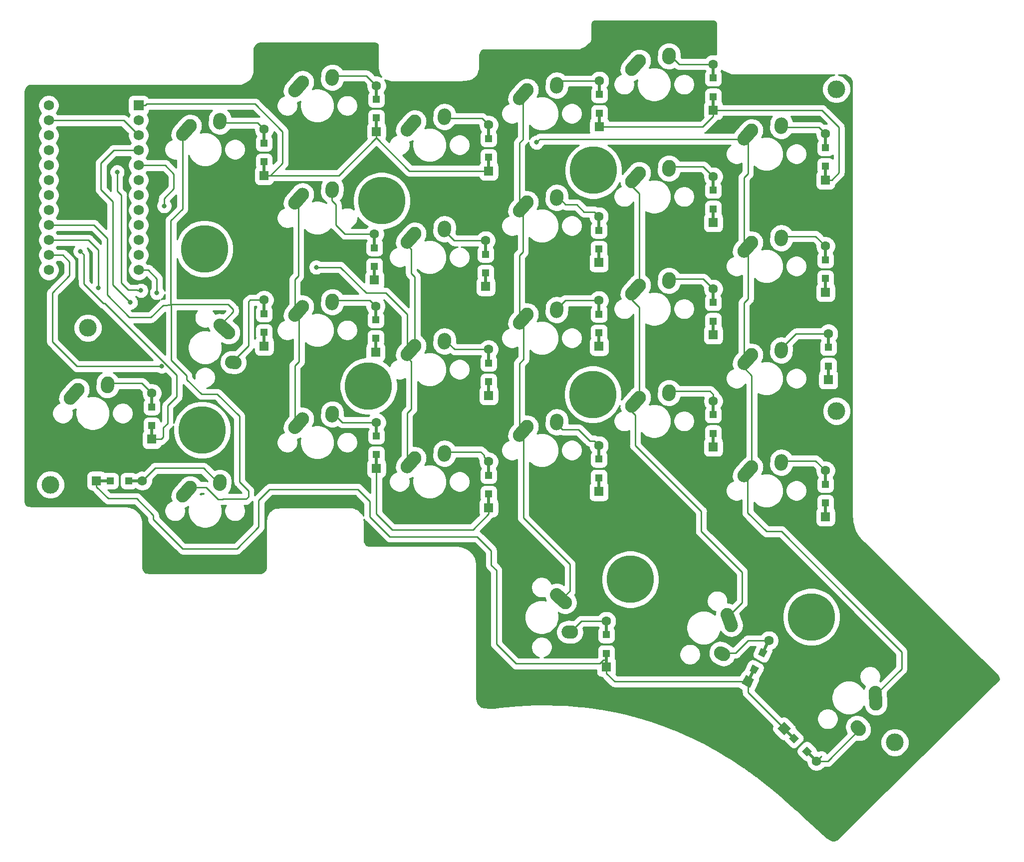
<source format=gbr>
G04 #@! TF.GenerationSoftware,KiCad,Pcbnew,(5.1.6-0-10_14)*
G04 #@! TF.CreationDate,2020-08-23T00:26:13+08:00*
G04 #@! TF.ProjectId,Geopad,47656f70-6164-42e6-9b69-6361645f7063,rev?*
G04 #@! TF.SameCoordinates,Original*
G04 #@! TF.FileFunction,Copper,L1,Top*
G04 #@! TF.FilePolarity,Positive*
%FSLAX46Y46*%
G04 Gerber Fmt 4.6, Leading zero omitted, Abs format (unit mm)*
G04 Created by KiCad (PCBNEW (5.1.6-0-10_14)) date 2020-08-23 00:26:13*
%MOMM*%
%LPD*%
G01*
G04 APERTURE LIST*
G04 #@! TA.AperFunction,ComponentPad*
%ADD10C,2.250000*%
G04 #@! TD*
G04 #@! TA.AperFunction,ComponentPad*
%ADD11C,8.000000*%
G04 #@! TD*
G04 #@! TA.AperFunction,ComponentPad*
%ADD12C,3.000000*%
G04 #@! TD*
G04 #@! TA.AperFunction,Conductor*
%ADD13R,0.500000X2.500000*%
G04 #@! TD*
G04 #@! TA.AperFunction,SMDPad,CuDef*
%ADD14R,1.200000X1.200000*%
G04 #@! TD*
G04 #@! TA.AperFunction,ComponentPad*
%ADD15R,1.600000X1.600000*%
G04 #@! TD*
G04 #@! TA.AperFunction,ComponentPad*
%ADD16C,1.600000*%
G04 #@! TD*
G04 #@! TA.AperFunction,Conductor*
%ADD17R,2.500000X0.500000*%
G04 #@! TD*
G04 #@! TA.AperFunction,Conductor*
%ADD18C,0.100000*%
G04 #@! TD*
G04 #@! TA.AperFunction,SMDPad,CuDef*
%ADD19C,0.100000*%
G04 #@! TD*
G04 #@! TA.AperFunction,ComponentPad*
%ADD20C,0.100000*%
G04 #@! TD*
G04 #@! TA.AperFunction,ComponentPad*
%ADD21R,1.752600X1.752600*%
G04 #@! TD*
G04 #@! TA.AperFunction,ComponentPad*
%ADD22C,1.752600*%
G04 #@! TD*
G04 #@! TA.AperFunction,ViaPad*
%ADD23C,0.800000*%
G04 #@! TD*
G04 #@! TA.AperFunction,Conductor*
%ADD24C,0.250000*%
G04 #@! TD*
G04 #@! TA.AperFunction,NonConductor*
%ADD25C,0.254000*%
G04 #@! TD*
G04 APERTURE END LIST*
D10*
X156527000Y-151182700D03*
G04 #@! TA.AperFunction,ComponentPad*
G36*
G01*
X154229655Y-149121383D02*
X154229655Y-149121383D01*
G75*
G02*
X155818317Y-149035355I837345J-751317D01*
G01*
X157278317Y-150345357D01*
G75*
G02*
X157364345Y-151934019I-751317J-837345D01*
G01*
X157364345Y-151934019D01*
G75*
G02*
X155775683Y-152020047I-837345J751317D01*
G01*
X154315683Y-150710045D01*
G75*
G02*
X154229655Y-149121383I751317J837345D01*
G01*
G37*
G04 #@! TD.AperFunction*
G04 #@! TA.AperFunction,ComponentPad*
G36*
G01*
X155904666Y-156105297D02*
X155904666Y-156105297D01*
G75*
G02*
X157104403Y-155060366I1122334J-77403D01*
G01*
X157684403Y-155100366D01*
G75*
G02*
X158729334Y-156300103I-77403J-1122334D01*
G01*
X158729334Y-156300103D01*
G75*
G02*
X157529597Y-157345034I-1122334J77403D01*
G01*
X156949597Y-157305034D01*
G75*
G02*
X155904666Y-156105297I77403J1122334D01*
G01*
G37*
G04 #@! TD.AperFunction*
X157607000Y-156222700D03*
D11*
X218313000Y-161645600D03*
X180263800Y-160235900D03*
X152019000Y-167665400D03*
X182486300Y-128778000D03*
X218389200Y-123609100D03*
X152425400Y-136956800D03*
X224675700Y-193040000D03*
X255397000Y-199402700D03*
D12*
X269544800Y-220700600D03*
X259664200Y-164465000D03*
X259638800Y-109842300D03*
X126288800Y-176974500D03*
X132638800Y-150342600D03*
D10*
X150014300Y-116065800D03*
G04 #@! TA.AperFunction,ComponentPad*
G36*
G01*
X147952983Y-118363145D02*
X147952983Y-118363145D01*
G75*
G02*
X147866955Y-116774483I751317J837345D01*
G01*
X149176957Y-115314483D01*
G75*
G02*
X150765619Y-115228455I837345J-751317D01*
G01*
X150765619Y-115228455D01*
G75*
G02*
X150851647Y-116817117I-751317J-837345D01*
G01*
X149541645Y-118277117D01*
G75*
G02*
X147952983Y-118363145I-837345J751317D01*
G01*
G37*
G04 #@! TD.AperFunction*
G04 #@! TA.AperFunction,ComponentPad*
G36*
G01*
X154936897Y-116688134D02*
X154936897Y-116688134D01*
G75*
G02*
X153891966Y-115488397I77403J1122334D01*
G01*
X153931966Y-114908397D01*
G75*
G02*
X155131703Y-113863466I1122334J-77403D01*
G01*
X155131703Y-113863466D01*
G75*
G02*
X156176634Y-115063203I-77403J-1122334D01*
G01*
X156136634Y-115643203D01*
G75*
G02*
X154936897Y-116688134I-1122334J77403D01*
G01*
G37*
G04 #@! TD.AperFunction*
X155054300Y-114985800D03*
D13*
X162539300Y-123265800D03*
D14*
X162539300Y-122140800D03*
D15*
X162539300Y-124465800D03*
D14*
X162539300Y-118990800D03*
D13*
X162539300Y-117865800D03*
D16*
X162539300Y-116665800D03*
D10*
X169064300Y-108636300D03*
G04 #@! TA.AperFunction,ComponentPad*
G36*
G01*
X167002983Y-110933645D02*
X167002983Y-110933645D01*
G75*
G02*
X166916955Y-109344983I751317J837345D01*
G01*
X168226957Y-107884983D01*
G75*
G02*
X169815619Y-107798955I837345J-751317D01*
G01*
X169815619Y-107798955D01*
G75*
G02*
X169901647Y-109387617I-751317J-837345D01*
G01*
X168591645Y-110847617D01*
G75*
G02*
X167002983Y-110933645I-837345J751317D01*
G01*
G37*
G04 #@! TD.AperFunction*
G04 #@! TA.AperFunction,ComponentPad*
G36*
G01*
X173986897Y-109258634D02*
X173986897Y-109258634D01*
G75*
G02*
X172941966Y-108058897I77403J1122334D01*
G01*
X172981966Y-107478897D01*
G75*
G02*
X174181703Y-106433966I1122334J-77403D01*
G01*
X174181703Y-106433966D01*
G75*
G02*
X175226634Y-107633703I-77403J-1122334D01*
G01*
X175186634Y-108213703D01*
G75*
G02*
X173986897Y-109258634I-1122334J77403D01*
G01*
G37*
G04 #@! TD.AperFunction*
X174104300Y-107556300D03*
D13*
X181589300Y-115836300D03*
D14*
X181589300Y-114711300D03*
D15*
X181589300Y-117036300D03*
D14*
X181589300Y-111561300D03*
D13*
X181589300Y-110436300D03*
D16*
X181589300Y-109236300D03*
D10*
X188114300Y-115303800D03*
G04 #@! TA.AperFunction,ComponentPad*
G36*
G01*
X186052983Y-117601145D02*
X186052983Y-117601145D01*
G75*
G02*
X185966955Y-116012483I751317J837345D01*
G01*
X187276957Y-114552483D01*
G75*
G02*
X188865619Y-114466455I837345J-751317D01*
G01*
X188865619Y-114466455D01*
G75*
G02*
X188951647Y-116055117I-751317J-837345D01*
G01*
X187641645Y-117515117D01*
G75*
G02*
X186052983Y-117601145I-837345J751317D01*
G01*
G37*
G04 #@! TD.AperFunction*
G04 #@! TA.AperFunction,ComponentPad*
G36*
G01*
X193036897Y-115926134D02*
X193036897Y-115926134D01*
G75*
G02*
X191991966Y-114726397I77403J1122334D01*
G01*
X192031966Y-114146397D01*
G75*
G02*
X193231703Y-113101466I1122334J-77403D01*
G01*
X193231703Y-113101466D01*
G75*
G02*
X194276634Y-114301203I-77403J-1122334D01*
G01*
X194236634Y-114881203D01*
G75*
G02*
X193036897Y-115926134I-1122334J77403D01*
G01*
G37*
G04 #@! TD.AperFunction*
X193154300Y-114223800D03*
D13*
X200639300Y-122503800D03*
D14*
X200639300Y-121378800D03*
D15*
X200639300Y-123703800D03*
D14*
X200639300Y-118228800D03*
D13*
X200639300Y-117103800D03*
D16*
X200639300Y-115903800D03*
D10*
X207164300Y-109969800D03*
G04 #@! TA.AperFunction,ComponentPad*
G36*
G01*
X205102983Y-112267145D02*
X205102983Y-112267145D01*
G75*
G02*
X205016955Y-110678483I751317J837345D01*
G01*
X206326957Y-109218483D01*
G75*
G02*
X207915619Y-109132455I837345J-751317D01*
G01*
X207915619Y-109132455D01*
G75*
G02*
X208001647Y-110721117I-751317J-837345D01*
G01*
X206691645Y-112181117D01*
G75*
G02*
X205102983Y-112267145I-837345J751317D01*
G01*
G37*
G04 #@! TD.AperFunction*
G04 #@! TA.AperFunction,ComponentPad*
G36*
G01*
X212086897Y-110592134D02*
X212086897Y-110592134D01*
G75*
G02*
X211041966Y-109392397I77403J1122334D01*
G01*
X211081966Y-108812397D01*
G75*
G02*
X212281703Y-107767466I1122334J-77403D01*
G01*
X212281703Y-107767466D01*
G75*
G02*
X213326634Y-108967203I-77403J-1122334D01*
G01*
X213286634Y-109547203D01*
G75*
G02*
X212086897Y-110592134I-1122334J77403D01*
G01*
G37*
G04 #@! TD.AperFunction*
X212204300Y-108889800D03*
D13*
X219417900Y-115018800D03*
D14*
X219417900Y-113893800D03*
D15*
X219417900Y-116218800D03*
D14*
X219417900Y-110743800D03*
D13*
X219417900Y-109618800D03*
D16*
X219417900Y-108418800D03*
D10*
X226214300Y-105016800D03*
G04 #@! TA.AperFunction,ComponentPad*
G36*
G01*
X224152983Y-107314145D02*
X224152983Y-107314145D01*
G75*
G02*
X224066955Y-105725483I751317J837345D01*
G01*
X225376957Y-104265483D01*
G75*
G02*
X226965619Y-104179455I837345J-751317D01*
G01*
X226965619Y-104179455D01*
G75*
G02*
X227051647Y-105768117I-751317J-837345D01*
G01*
X225741645Y-107228117D01*
G75*
G02*
X224152983Y-107314145I-837345J751317D01*
G01*
G37*
G04 #@! TD.AperFunction*
G04 #@! TA.AperFunction,ComponentPad*
G36*
G01*
X231136897Y-105639134D02*
X231136897Y-105639134D01*
G75*
G02*
X230091966Y-104439397I77403J1122334D01*
G01*
X230131966Y-103859397D01*
G75*
G02*
X231331703Y-102814466I1122334J-77403D01*
G01*
X231331703Y-102814466D01*
G75*
G02*
X232376634Y-104014203I-77403J-1122334D01*
G01*
X232336634Y-104594203D01*
G75*
G02*
X231136897Y-105639134I-1122334J77403D01*
G01*
G37*
G04 #@! TD.AperFunction*
X231254300Y-103936800D03*
D13*
X238739300Y-112216800D03*
D14*
X238739300Y-111091800D03*
D15*
X238739300Y-113416800D03*
D14*
X238739300Y-107941800D03*
D13*
X238739300Y-106816800D03*
D16*
X238739300Y-105616800D03*
D10*
X245264300Y-116827800D03*
G04 #@! TA.AperFunction,ComponentPad*
G36*
G01*
X243202983Y-119125145D02*
X243202983Y-119125145D01*
G75*
G02*
X243116955Y-117536483I751317J837345D01*
G01*
X244426957Y-116076483D01*
G75*
G02*
X246015619Y-115990455I837345J-751317D01*
G01*
X246015619Y-115990455D01*
G75*
G02*
X246101647Y-117579117I-751317J-837345D01*
G01*
X244791645Y-119039117D01*
G75*
G02*
X243202983Y-119125145I-837345J751317D01*
G01*
G37*
G04 #@! TD.AperFunction*
G04 #@! TA.AperFunction,ComponentPad*
G36*
G01*
X250186897Y-117450134D02*
X250186897Y-117450134D01*
G75*
G02*
X249141966Y-116250397I77403J1122334D01*
G01*
X249181966Y-115670397D01*
G75*
G02*
X250381703Y-114625466I1122334J-77403D01*
G01*
X250381703Y-114625466D01*
G75*
G02*
X251426634Y-115825203I-77403J-1122334D01*
G01*
X251386634Y-116405203D01*
G75*
G02*
X250186897Y-117450134I-1122334J77403D01*
G01*
G37*
G04 #@! TD.AperFunction*
X250304300Y-115747800D03*
D13*
X257789300Y-124027800D03*
D14*
X257789300Y-122902800D03*
D15*
X257789300Y-125227800D03*
D14*
X257789300Y-119752800D03*
D13*
X257789300Y-118627800D03*
D16*
X257789300Y-117427800D03*
D10*
X169064300Y-127686300D03*
G04 #@! TA.AperFunction,ComponentPad*
G36*
G01*
X167002983Y-129983645D02*
X167002983Y-129983645D01*
G75*
G02*
X166916955Y-128394983I751317J837345D01*
G01*
X168226957Y-126934983D01*
G75*
G02*
X169815619Y-126848955I837345J-751317D01*
G01*
X169815619Y-126848955D01*
G75*
G02*
X169901647Y-128437617I-751317J-837345D01*
G01*
X168591645Y-129897617D01*
G75*
G02*
X167002983Y-129983645I-837345J751317D01*
G01*
G37*
G04 #@! TD.AperFunction*
G04 #@! TA.AperFunction,ComponentPad*
G36*
G01*
X173986897Y-128308634D02*
X173986897Y-128308634D01*
G75*
G02*
X172941966Y-127108897I77403J1122334D01*
G01*
X172981966Y-126528897D01*
G75*
G02*
X174181703Y-125483966I1122334J-77403D01*
G01*
X174181703Y-125483966D01*
G75*
G02*
X175226634Y-126683703I-77403J-1122334D01*
G01*
X175186634Y-127263703D01*
G75*
G02*
X173986897Y-128308634I-1122334J77403D01*
G01*
G37*
G04 #@! TD.AperFunction*
X174104300Y-126606300D03*
D13*
X181267100Y-141015700D03*
D14*
X181267100Y-139890700D03*
D15*
X181267100Y-142215700D03*
D14*
X181267100Y-136740700D03*
D13*
X181267100Y-135615700D03*
D16*
X181267100Y-134415700D03*
D10*
X188114300Y-134353800D03*
G04 #@! TA.AperFunction,ComponentPad*
G36*
G01*
X186052983Y-136651145D02*
X186052983Y-136651145D01*
G75*
G02*
X185966955Y-135062483I751317J837345D01*
G01*
X187276957Y-133602483D01*
G75*
G02*
X188865619Y-133516455I837345J-751317D01*
G01*
X188865619Y-133516455D01*
G75*
G02*
X188951647Y-135105117I-751317J-837345D01*
G01*
X187641645Y-136565117D01*
G75*
G02*
X186052983Y-136651145I-837345J751317D01*
G01*
G37*
G04 #@! TD.AperFunction*
G04 #@! TA.AperFunction,ComponentPad*
G36*
G01*
X193036897Y-134976134D02*
X193036897Y-134976134D01*
G75*
G02*
X191991966Y-133776397I77403J1122334D01*
G01*
X192031966Y-133196397D01*
G75*
G02*
X193231703Y-132151466I1122334J-77403D01*
G01*
X193231703Y-132151466D01*
G75*
G02*
X194276634Y-133351203I-77403J-1122334D01*
G01*
X194236634Y-133931203D01*
G75*
G02*
X193036897Y-134976134I-1122334J77403D01*
G01*
G37*
G04 #@! TD.AperFunction*
X193154300Y-133273800D03*
D13*
X200139300Y-142120600D03*
D14*
X200139300Y-140995600D03*
D15*
X200139300Y-143320600D03*
D14*
X200139300Y-137845600D03*
D13*
X200139300Y-136720600D03*
D16*
X200139300Y-135520600D03*
D10*
X207164300Y-129019800D03*
G04 #@! TA.AperFunction,ComponentPad*
G36*
G01*
X205102983Y-131317145D02*
X205102983Y-131317145D01*
G75*
G02*
X205016955Y-129728483I751317J837345D01*
G01*
X206326957Y-128268483D01*
G75*
G02*
X207915619Y-128182455I837345J-751317D01*
G01*
X207915619Y-128182455D01*
G75*
G02*
X208001647Y-129771117I-751317J-837345D01*
G01*
X206691645Y-131231117D01*
G75*
G02*
X205102983Y-131317145I-837345J751317D01*
G01*
G37*
G04 #@! TD.AperFunction*
G04 #@! TA.AperFunction,ComponentPad*
G36*
G01*
X212086897Y-129642134D02*
X212086897Y-129642134D01*
G75*
G02*
X211041966Y-128442397I77403J1122334D01*
G01*
X211081966Y-127862397D01*
G75*
G02*
X212281703Y-126817466I1122334J-77403D01*
G01*
X212281703Y-126817466D01*
G75*
G02*
X213326634Y-128017203I-77403J-1122334D01*
G01*
X213286634Y-128597203D01*
G75*
G02*
X212086897Y-129642134I-1122334J77403D01*
G01*
G37*
G04 #@! TD.AperFunction*
X212204300Y-127939800D03*
D13*
X219341700Y-138056600D03*
D14*
X219341700Y-136931600D03*
D15*
X219341700Y-139256600D03*
D14*
X219341700Y-133781600D03*
D13*
X219341700Y-132656600D03*
D16*
X219341700Y-131456600D03*
D10*
X226214300Y-124066800D03*
G04 #@! TA.AperFunction,ComponentPad*
G36*
G01*
X224152983Y-126364145D02*
X224152983Y-126364145D01*
G75*
G02*
X224066955Y-124775483I751317J837345D01*
G01*
X225376957Y-123315483D01*
G75*
G02*
X226965619Y-123229455I837345J-751317D01*
G01*
X226965619Y-123229455D01*
G75*
G02*
X227051647Y-124818117I-751317J-837345D01*
G01*
X225741645Y-126278117D01*
G75*
G02*
X224152983Y-126364145I-837345J751317D01*
G01*
G37*
G04 #@! TD.AperFunction*
G04 #@! TA.AperFunction,ComponentPad*
G36*
G01*
X231136897Y-124689134D02*
X231136897Y-124689134D01*
G75*
G02*
X230091966Y-123489397I77403J1122334D01*
G01*
X230131966Y-122909397D01*
G75*
G02*
X231331703Y-121864466I1122334J-77403D01*
G01*
X231331703Y-121864466D01*
G75*
G02*
X232376634Y-123064203I-77403J-1122334D01*
G01*
X232336634Y-123644203D01*
G75*
G02*
X231136897Y-124689134I-1122334J77403D01*
G01*
G37*
G04 #@! TD.AperFunction*
X231254300Y-122986800D03*
D13*
X238739300Y-131266800D03*
D14*
X238739300Y-130141800D03*
D15*
X238739300Y-132466800D03*
D14*
X238739300Y-126991800D03*
D13*
X238739300Y-125866800D03*
D16*
X238739300Y-124666800D03*
D10*
X245264300Y-135877800D03*
G04 #@! TA.AperFunction,ComponentPad*
G36*
G01*
X243202983Y-138175145D02*
X243202983Y-138175145D01*
G75*
G02*
X243116955Y-136586483I751317J837345D01*
G01*
X244426957Y-135126483D01*
G75*
G02*
X246015619Y-135040455I837345J-751317D01*
G01*
X246015619Y-135040455D01*
G75*
G02*
X246101647Y-136629117I-751317J-837345D01*
G01*
X244791645Y-138089117D01*
G75*
G02*
X243202983Y-138175145I-837345J751317D01*
G01*
G37*
G04 #@! TD.AperFunction*
G04 #@! TA.AperFunction,ComponentPad*
G36*
G01*
X250186897Y-136500134D02*
X250186897Y-136500134D01*
G75*
G02*
X249141966Y-135300397I77403J1122334D01*
G01*
X249181966Y-134720397D01*
G75*
G02*
X250381703Y-133675466I1122334J-77403D01*
G01*
X250381703Y-133675466D01*
G75*
G02*
X251426634Y-134875203I-77403J-1122334D01*
G01*
X251386634Y-135455203D01*
G75*
G02*
X250186897Y-136500134I-1122334J77403D01*
G01*
G37*
G04 #@! TD.AperFunction*
X250304300Y-134797800D03*
D13*
X257789300Y-143077800D03*
D14*
X257789300Y-141952800D03*
D15*
X257789300Y-144277800D03*
D14*
X257789300Y-138802800D03*
D13*
X257789300Y-137677800D03*
D16*
X257789300Y-136477800D03*
D13*
X162539300Y-152221800D03*
D14*
X162539300Y-151096800D03*
D15*
X162539300Y-153421800D03*
D14*
X162539300Y-147946800D03*
D13*
X162539300Y-146821800D03*
D16*
X162539300Y-145621800D03*
D10*
X169064300Y-146736300D03*
G04 #@! TA.AperFunction,ComponentPad*
G36*
G01*
X167002983Y-149033645D02*
X167002983Y-149033645D01*
G75*
G02*
X166916955Y-147444983I751317J837345D01*
G01*
X168226957Y-145984983D01*
G75*
G02*
X169815619Y-145898955I837345J-751317D01*
G01*
X169815619Y-145898955D01*
G75*
G02*
X169901647Y-147487617I-751317J-837345D01*
G01*
X168591645Y-148947617D01*
G75*
G02*
X167002983Y-149033645I-837345J751317D01*
G01*
G37*
G04 #@! TD.AperFunction*
G04 #@! TA.AperFunction,ComponentPad*
G36*
G01*
X173986897Y-147358634D02*
X173986897Y-147358634D01*
G75*
G02*
X172941966Y-146158897I77403J1122334D01*
G01*
X172981966Y-145578897D01*
G75*
G02*
X174181703Y-144533966I1122334J-77403D01*
G01*
X174181703Y-144533966D01*
G75*
G02*
X175226634Y-145733703I-77403J-1122334D01*
G01*
X175186634Y-146313703D01*
G75*
G02*
X173986897Y-147358634I-1122334J77403D01*
G01*
G37*
G04 #@! TD.AperFunction*
X174104300Y-145656300D03*
D13*
X181470300Y-153246000D03*
D14*
X181470300Y-152121000D03*
D15*
X181470300Y-154446000D03*
D14*
X181470300Y-148971000D03*
D13*
X181470300Y-147846000D03*
D16*
X181470300Y-146646000D03*
D10*
X188114300Y-153403800D03*
G04 #@! TA.AperFunction,ComponentPad*
G36*
G01*
X186052983Y-155701145D02*
X186052983Y-155701145D01*
G75*
G02*
X185966955Y-154112483I751317J837345D01*
G01*
X187276957Y-152652483D01*
G75*
G02*
X188865619Y-152566455I837345J-751317D01*
G01*
X188865619Y-152566455D01*
G75*
G02*
X188951647Y-154155117I-751317J-837345D01*
G01*
X187641645Y-155615117D01*
G75*
G02*
X186052983Y-155701145I-837345J751317D01*
G01*
G37*
G04 #@! TD.AperFunction*
G04 #@! TA.AperFunction,ComponentPad*
G36*
G01*
X193036897Y-154026134D02*
X193036897Y-154026134D01*
G75*
G02*
X191991966Y-152826397I77403J1122334D01*
G01*
X192031966Y-152246397D01*
G75*
G02*
X193231703Y-151201466I1122334J-77403D01*
G01*
X193231703Y-151201466D01*
G75*
G02*
X194276634Y-152401203I-77403J-1122334D01*
G01*
X194236634Y-152981203D01*
G75*
G02*
X193036897Y-154026134I-1122334J77403D01*
G01*
G37*
G04 #@! TD.AperFunction*
X193154300Y-152323800D03*
D13*
X200639300Y-160603800D03*
D14*
X200639300Y-159478800D03*
D15*
X200639300Y-161803800D03*
D14*
X200639300Y-156328800D03*
D13*
X200639300Y-155203800D03*
D16*
X200639300Y-154003800D03*
D10*
X207164300Y-148069800D03*
G04 #@! TA.AperFunction,ComponentPad*
G36*
G01*
X205102983Y-150367145D02*
X205102983Y-150367145D01*
G75*
G02*
X205016955Y-148778483I751317J837345D01*
G01*
X206326957Y-147318483D01*
G75*
G02*
X207915619Y-147232455I837345J-751317D01*
G01*
X207915619Y-147232455D01*
G75*
G02*
X208001647Y-148821117I-751317J-837345D01*
G01*
X206691645Y-150281117D01*
G75*
G02*
X205102983Y-150367145I-837345J751317D01*
G01*
G37*
G04 #@! TD.AperFunction*
G04 #@! TA.AperFunction,ComponentPad*
G36*
G01*
X212086897Y-148692134D02*
X212086897Y-148692134D01*
G75*
G02*
X211041966Y-147492397I77403J1122334D01*
G01*
X211081966Y-146912397D01*
G75*
G02*
X212281703Y-145867466I1122334J-77403D01*
G01*
X212281703Y-145867466D01*
G75*
G02*
X213326634Y-147067203I-77403J-1122334D01*
G01*
X213286634Y-147647203D01*
G75*
G02*
X212086897Y-148692134I-1122334J77403D01*
G01*
G37*
G04 #@! TD.AperFunction*
X212204300Y-146989800D03*
D13*
X219367100Y-152280600D03*
D14*
X219367100Y-151155600D03*
D15*
X219367100Y-153480600D03*
D14*
X219367100Y-148005600D03*
D13*
X219367100Y-146880600D03*
D16*
X219367100Y-145680600D03*
D10*
X226214300Y-143116800D03*
G04 #@! TA.AperFunction,ComponentPad*
G36*
G01*
X224152983Y-145414145D02*
X224152983Y-145414145D01*
G75*
G02*
X224066955Y-143825483I751317J837345D01*
G01*
X225376957Y-142365483D01*
G75*
G02*
X226965619Y-142279455I837345J-751317D01*
G01*
X226965619Y-142279455D01*
G75*
G02*
X227051647Y-143868117I-751317J-837345D01*
G01*
X225741645Y-145328117D01*
G75*
G02*
X224152983Y-145414145I-837345J751317D01*
G01*
G37*
G04 #@! TD.AperFunction*
G04 #@! TA.AperFunction,ComponentPad*
G36*
G01*
X231136897Y-143739134D02*
X231136897Y-143739134D01*
G75*
G02*
X230091966Y-142539397I77403J1122334D01*
G01*
X230131966Y-141959397D01*
G75*
G02*
X231331703Y-140914466I1122334J-77403D01*
G01*
X231331703Y-140914466D01*
G75*
G02*
X232376634Y-142114203I-77403J-1122334D01*
G01*
X232336634Y-142694203D01*
G75*
G02*
X231136897Y-143739134I-1122334J77403D01*
G01*
G37*
G04 #@! TD.AperFunction*
X231254300Y-142036800D03*
D13*
X238739300Y-150316800D03*
D14*
X238739300Y-149191800D03*
D15*
X238739300Y-151516800D03*
D14*
X238739300Y-146041800D03*
D13*
X238739300Y-144916800D03*
D16*
X238739300Y-143716800D03*
D10*
X245264300Y-154927800D03*
G04 #@! TA.AperFunction,ComponentPad*
G36*
G01*
X243202983Y-157225145D02*
X243202983Y-157225145D01*
G75*
G02*
X243116955Y-155636483I751317J837345D01*
G01*
X244426957Y-154176483D01*
G75*
G02*
X246015619Y-154090455I837345J-751317D01*
G01*
X246015619Y-154090455D01*
G75*
G02*
X246101647Y-155679117I-751317J-837345D01*
G01*
X244791645Y-157139117D01*
G75*
G02*
X243202983Y-157225145I-837345J751317D01*
G01*
G37*
G04 #@! TD.AperFunction*
G04 #@! TA.AperFunction,ComponentPad*
G36*
G01*
X250186897Y-155550134D02*
X250186897Y-155550134D01*
G75*
G02*
X249141966Y-154350397I77403J1122334D01*
G01*
X249181966Y-153770397D01*
G75*
G02*
X250381703Y-152725466I1122334J-77403D01*
G01*
X250381703Y-152725466D01*
G75*
G02*
X251426634Y-153925203I-77403J-1122334D01*
G01*
X251386634Y-154505203D01*
G75*
G02*
X250186897Y-155550134I-1122334J77403D01*
G01*
G37*
G04 #@! TD.AperFunction*
X250304300Y-153847800D03*
D13*
X258279900Y-157932100D03*
D14*
X258279900Y-156807100D03*
D15*
X258279900Y-159132100D03*
D14*
X258279900Y-153657100D03*
D13*
X258279900Y-152532100D03*
D16*
X258279900Y-151332100D03*
D10*
X130964300Y-160833300D03*
G04 #@! TA.AperFunction,ComponentPad*
G36*
G01*
X128902983Y-163130645D02*
X128902983Y-163130645D01*
G75*
G02*
X128816955Y-161541983I751317J837345D01*
G01*
X130126957Y-160081983D01*
G75*
G02*
X131715619Y-159995955I837345J-751317D01*
G01*
X131715619Y-159995955D01*
G75*
G02*
X131801647Y-161584617I-751317J-837345D01*
G01*
X130491645Y-163044617D01*
G75*
G02*
X128902983Y-163130645I-837345J751317D01*
G01*
G37*
G04 #@! TD.AperFunction*
G04 #@! TA.AperFunction,ComponentPad*
G36*
G01*
X135886897Y-161455634D02*
X135886897Y-161455634D01*
G75*
G02*
X134841966Y-160255897I77403J1122334D01*
G01*
X134881966Y-159675897D01*
G75*
G02*
X136081703Y-158630966I1122334J-77403D01*
G01*
X136081703Y-158630966D01*
G75*
G02*
X137126634Y-159830703I-77403J-1122334D01*
G01*
X137086634Y-160410703D01*
G75*
G02*
X135886897Y-161455634I-1122334J77403D01*
G01*
G37*
G04 #@! TD.AperFunction*
X136004300Y-159753300D03*
D13*
X143489300Y-168033300D03*
D14*
X143489300Y-166908300D03*
D15*
X143489300Y-169233300D03*
D14*
X143489300Y-163758300D03*
D13*
X143489300Y-162633300D03*
D16*
X143489300Y-161433300D03*
D10*
X169064300Y-165786300D03*
G04 #@! TA.AperFunction,ComponentPad*
G36*
G01*
X167002983Y-168083645D02*
X167002983Y-168083645D01*
G75*
G02*
X166916955Y-166494983I751317J837345D01*
G01*
X168226957Y-165034983D01*
G75*
G02*
X169815619Y-164948955I837345J-751317D01*
G01*
X169815619Y-164948955D01*
G75*
G02*
X169901647Y-166537617I-751317J-837345D01*
G01*
X168591645Y-167997617D01*
G75*
G02*
X167002983Y-168083645I-837345J751317D01*
G01*
G37*
G04 #@! TD.AperFunction*
G04 #@! TA.AperFunction,ComponentPad*
G36*
G01*
X173986897Y-166408634D02*
X173986897Y-166408634D01*
G75*
G02*
X172941966Y-165208897I77403J1122334D01*
G01*
X172981966Y-164628897D01*
G75*
G02*
X174181703Y-163583966I1122334J-77403D01*
G01*
X174181703Y-163583966D01*
G75*
G02*
X175226634Y-164783703I-77403J-1122334D01*
G01*
X175186634Y-165363703D01*
G75*
G02*
X173986897Y-166408634I-1122334J77403D01*
G01*
G37*
G04 #@! TD.AperFunction*
X174104300Y-164706300D03*
D13*
X181589300Y-172986300D03*
D14*
X181589300Y-171861300D03*
D15*
X181589300Y-174186300D03*
D14*
X181589300Y-168711300D03*
D13*
X181589300Y-167586300D03*
D16*
X181589300Y-166386300D03*
D10*
X188114300Y-172453800D03*
G04 #@! TA.AperFunction,ComponentPad*
G36*
G01*
X186052983Y-174751145D02*
X186052983Y-174751145D01*
G75*
G02*
X185966955Y-173162483I751317J837345D01*
G01*
X187276957Y-171702483D01*
G75*
G02*
X188865619Y-171616455I837345J-751317D01*
G01*
X188865619Y-171616455D01*
G75*
G02*
X188951647Y-173205117I-751317J-837345D01*
G01*
X187641645Y-174665117D01*
G75*
G02*
X186052983Y-174751145I-837345J751317D01*
G01*
G37*
G04 #@! TD.AperFunction*
G04 #@! TA.AperFunction,ComponentPad*
G36*
G01*
X193036897Y-173076134D02*
X193036897Y-173076134D01*
G75*
G02*
X191991966Y-171876397I77403J1122334D01*
G01*
X192031966Y-171296397D01*
G75*
G02*
X193231703Y-170251466I1122334J-77403D01*
G01*
X193231703Y-170251466D01*
G75*
G02*
X194276634Y-171451203I-77403J-1122334D01*
G01*
X194236634Y-172031203D01*
G75*
G02*
X193036897Y-173076134I-1122334J77403D01*
G01*
G37*
G04 #@! TD.AperFunction*
X193154300Y-171373800D03*
D13*
X200639300Y-179653800D03*
D14*
X200639300Y-178528800D03*
D15*
X200639300Y-180853800D03*
D14*
X200639300Y-175378800D03*
D13*
X200639300Y-174253800D03*
D16*
X200639300Y-173053800D03*
D10*
X207164300Y-167119800D03*
G04 #@! TA.AperFunction,ComponentPad*
G36*
G01*
X205102983Y-169417145D02*
X205102983Y-169417145D01*
G75*
G02*
X205016955Y-167828483I751317J837345D01*
G01*
X206326957Y-166368483D01*
G75*
G02*
X207915619Y-166282455I837345J-751317D01*
G01*
X207915619Y-166282455D01*
G75*
G02*
X208001647Y-167871117I-751317J-837345D01*
G01*
X206691645Y-169331117D01*
G75*
G02*
X205102983Y-169417145I-837345J751317D01*
G01*
G37*
G04 #@! TD.AperFunction*
G04 #@! TA.AperFunction,ComponentPad*
G36*
G01*
X212086897Y-167742134D02*
X212086897Y-167742134D01*
G75*
G02*
X211041966Y-166542397I77403J1122334D01*
G01*
X211081966Y-165962397D01*
G75*
G02*
X212281703Y-164917466I1122334J-77403D01*
G01*
X212281703Y-164917466D01*
G75*
G02*
X213326634Y-166117203I-77403J-1122334D01*
G01*
X213286634Y-166697203D01*
G75*
G02*
X212086897Y-167742134I-1122334J77403D01*
G01*
G37*
G04 #@! TD.AperFunction*
X212204300Y-166039800D03*
D13*
X219341700Y-176905900D03*
D14*
X219341700Y-175780900D03*
D15*
X219341700Y-178105900D03*
D14*
X219341700Y-172630900D03*
D13*
X219341700Y-171505900D03*
D16*
X219341700Y-170305900D03*
D10*
X226214300Y-162166800D03*
G04 #@! TA.AperFunction,ComponentPad*
G36*
G01*
X224152983Y-164464145D02*
X224152983Y-164464145D01*
G75*
G02*
X224066955Y-162875483I751317J837345D01*
G01*
X225376957Y-161415483D01*
G75*
G02*
X226965619Y-161329455I837345J-751317D01*
G01*
X226965619Y-161329455D01*
G75*
G02*
X227051647Y-162918117I-751317J-837345D01*
G01*
X225741645Y-164378117D01*
G75*
G02*
X224152983Y-164464145I-837345J751317D01*
G01*
G37*
G04 #@! TD.AperFunction*
G04 #@! TA.AperFunction,ComponentPad*
G36*
G01*
X231136897Y-162789134D02*
X231136897Y-162789134D01*
G75*
G02*
X230091966Y-161589397I77403J1122334D01*
G01*
X230131966Y-161009397D01*
G75*
G02*
X231331703Y-159964466I1122334J-77403D01*
G01*
X231331703Y-159964466D01*
G75*
G02*
X232376634Y-161164203I-77403J-1122334D01*
G01*
X232336634Y-161744203D01*
G75*
G02*
X231136897Y-162789134I-1122334J77403D01*
G01*
G37*
G04 #@! TD.AperFunction*
X231254300Y-161086800D03*
D13*
X238739300Y-169366800D03*
D14*
X238739300Y-168241800D03*
D15*
X238739300Y-170566800D03*
D14*
X238739300Y-165091800D03*
D13*
X238739300Y-163966800D03*
D16*
X238739300Y-162766800D03*
D10*
X245264300Y-173977800D03*
G04 #@! TA.AperFunction,ComponentPad*
G36*
G01*
X243202983Y-176275145D02*
X243202983Y-176275145D01*
G75*
G02*
X243116955Y-174686483I751317J837345D01*
G01*
X244426957Y-173226483D01*
G75*
G02*
X246015619Y-173140455I837345J-751317D01*
G01*
X246015619Y-173140455D01*
G75*
G02*
X246101647Y-174729117I-751317J-837345D01*
G01*
X244791645Y-176189117D01*
G75*
G02*
X243202983Y-176275145I-837345J751317D01*
G01*
G37*
G04 #@! TD.AperFunction*
G04 #@! TA.AperFunction,ComponentPad*
G36*
G01*
X250186897Y-174600134D02*
X250186897Y-174600134D01*
G75*
G02*
X249141966Y-173400397I77403J1122334D01*
G01*
X249181966Y-172820397D01*
G75*
G02*
X250381703Y-171775466I1122334J-77403D01*
G01*
X250381703Y-171775466D01*
G75*
G02*
X251426634Y-172975203I-77403J-1122334D01*
G01*
X251386634Y-173555203D01*
G75*
G02*
X250186897Y-174600134I-1122334J77403D01*
G01*
G37*
G04 #@! TD.AperFunction*
X250304300Y-172897800D03*
D13*
X257789300Y-181177800D03*
D14*
X257789300Y-180052800D03*
D15*
X257789300Y-182377800D03*
D14*
X257789300Y-176902800D03*
D13*
X257789300Y-175777800D03*
D16*
X257789300Y-174577800D03*
D10*
X150014300Y-177406800D03*
G04 #@! TA.AperFunction,ComponentPad*
G36*
G01*
X147952983Y-179704145D02*
X147952983Y-179704145D01*
G75*
G02*
X147866955Y-178115483I751317J837345D01*
G01*
X149176957Y-176655483D01*
G75*
G02*
X150765619Y-176569455I837345J-751317D01*
G01*
X150765619Y-176569455D01*
G75*
G02*
X150851647Y-178158117I-751317J-837345D01*
G01*
X149541645Y-179618117D01*
G75*
G02*
X147952983Y-179704145I-837345J751317D01*
G01*
G37*
G04 #@! TD.AperFunction*
G04 #@! TA.AperFunction,ComponentPad*
G36*
G01*
X154936897Y-178029134D02*
X154936897Y-178029134D01*
G75*
G02*
X153891966Y-176829397I77403J1122334D01*
G01*
X153931966Y-176249397D01*
G75*
G02*
X155131703Y-175204466I1122334J-77403D01*
G01*
X155131703Y-175204466D01*
G75*
G02*
X156176634Y-176404203I-77403J-1122334D01*
G01*
X156136634Y-176984203D01*
G75*
G02*
X154936897Y-178029134I-1122334J77403D01*
G01*
G37*
G04 #@! TD.AperFunction*
X155054300Y-176326800D03*
D17*
X135298000Y-176301400D03*
D14*
X136423000Y-176301400D03*
D15*
X134098000Y-176301400D03*
D14*
X139573000Y-176301400D03*
D17*
X140698000Y-176301400D03*
D16*
X141898000Y-176301400D03*
D10*
X213626200Y-196953500D03*
G04 #@! TA.AperFunction,ComponentPad*
G36*
G01*
X211328855Y-194892183D02*
X211328855Y-194892183D01*
G75*
G02*
X212917517Y-194806155I837345J-751317D01*
G01*
X214377517Y-196116157D01*
G75*
G02*
X214463545Y-197704819I-751317J-837345D01*
G01*
X214463545Y-197704819D01*
G75*
G02*
X212874883Y-197790847I-837345J751317D01*
G01*
X211414883Y-196480845D01*
G75*
G02*
X211328855Y-194892183I751317J837345D01*
G01*
G37*
G04 #@! TD.AperFunction*
G04 #@! TA.AperFunction,ComponentPad*
G36*
G01*
X213003866Y-201876097D02*
X213003866Y-201876097D01*
G75*
G02*
X214203603Y-200831166I1122334J-77403D01*
G01*
X214783603Y-200871166D01*
G75*
G02*
X215828534Y-202070903I-77403J-1122334D01*
G01*
X215828534Y-202070903D01*
G75*
G02*
X214628797Y-203115834I-1122334J77403D01*
G01*
X214048797Y-203075834D01*
G75*
G02*
X213003866Y-201876097I77403J1122334D01*
G01*
G37*
G04 #@! TD.AperFunction*
X214706200Y-201993500D03*
D13*
X220611700Y-206712800D03*
D14*
X220611700Y-205587800D03*
D15*
X220611700Y-207912800D03*
D14*
X220611700Y-202437800D03*
D13*
X220611700Y-201312800D03*
D16*
X220611700Y-200112800D03*
D10*
X241808002Y-200832646D03*
G04 #@! TA.AperFunction,ComponentPad*
G36*
G01*
X240696871Y-197953026D02*
X240696871Y-197953025D01*
G75*
G02*
X242151436Y-198597612I404989J-1049576D01*
G01*
X242857578Y-200427658D01*
G75*
G02*
X242212991Y-201882223I-1049576J-404989D01*
G01*
X242212991Y-201882223D01*
G75*
G02*
X240758426Y-201237636I-404989J1049576D01*
G01*
X240052284Y-199407590D01*
G75*
G02*
X240696871Y-197953025I1049576J404989D01*
G01*
G37*
G04 #@! TD.AperFunction*
G04 #@! TA.AperFunction,ComponentPad*
G36*
G01*
X239018686Y-204936179D02*
X239018686Y-204936179D01*
G75*
G02*
X240562048Y-204549807I964867J-578495D01*
G01*
X241060672Y-204848763D01*
G75*
G02*
X241447044Y-206392125I-578495J-964867D01*
G01*
X241447044Y-206392125D01*
G75*
G02*
X239903682Y-206778497I-964867J578495D01*
G01*
X239405058Y-206479541D01*
G75*
G02*
X239018686Y-204936179I578495J964867D01*
G01*
G37*
G04 #@! TD.AperFunction*
X240482177Y-205813628D03*
G04 #@! TA.AperFunction,Conductor*
D18*
G36*
X244834890Y-210528674D02*
G01*
X244389386Y-210301679D01*
X245524362Y-208074162D01*
X245969866Y-208301157D01*
X244834890Y-210528674D01*
G37*
G04 #@! TD.AperFunction*
G04 #@! TA.AperFunction,SMDPad,CuDef*
D19*
G36*
X245952575Y-209106033D02*
G01*
X244883367Y-208561245D01*
X245428155Y-207492037D01*
X246497363Y-208036825D01*
X245952575Y-209106033D01*
G37*
G04 #@! TD.AperFunction*
G04 #@! TA.AperFunction,ComponentPad*
D20*
G36*
X244984450Y-211446623D02*
G01*
X243558839Y-210720238D01*
X244285224Y-209294627D01*
X245710835Y-210021012D01*
X244984450Y-211446623D01*
G37*
G04 #@! TD.AperFunction*
G04 #@! TA.AperFunction,SMDPad,CuDef*
D19*
G36*
X247382645Y-206299363D02*
G01*
X246313437Y-205754575D01*
X246858225Y-204685367D01*
X247927433Y-205230155D01*
X247382645Y-206299363D01*
G37*
G04 #@! TD.AperFunction*
G04 #@! TA.AperFunction,Conductor*
D18*
G36*
X247286438Y-205717238D02*
G01*
X246840934Y-205490243D01*
X247975910Y-203262726D01*
X248421414Y-203489721D01*
X247286438Y-205717238D01*
G37*
G04 #@! TD.AperFunction*
D16*
X248175963Y-203420775D03*
D10*
X266343194Y-214179360D03*
G04 #@! TA.AperFunction,ComponentPad*
G36*
G01*
X266176297Y-211097320D02*
X266176297Y-211097320D01*
G75*
G02*
X267360482Y-212159843I60831J-1123354D01*
G01*
X267466546Y-214118529D01*
G75*
G02*
X266404023Y-215302714I-1123354J-60831D01*
G01*
X266404023Y-215302714D01*
G75*
G02*
X265219838Y-214240191I-60831J1123354D01*
G01*
X265113774Y-212281505D01*
G75*
G02*
X266176297Y-211097320I1123354J60831D01*
G01*
G37*
G04 #@! TD.AperFunction*
G04 #@! TA.AperFunction,ComponentPad*
G36*
G01*
X262422336Y-217220105D02*
X262422336Y-217220105D01*
G75*
G02*
X264009556Y-217329569I738878J-848342D01*
G01*
X264391394Y-217767975D01*
G75*
G02*
X264281930Y-219355195I-848342J-738878D01*
G01*
X264281930Y-219355195D01*
G75*
G02*
X262694710Y-219245731I-738878J848342D01*
G01*
X262312872Y-218807325D01*
G75*
G02*
X262422336Y-217220105I848342J738878D01*
G01*
G37*
G04 #@! TD.AperFunction*
X263543051Y-218506854D03*
G04 #@! TA.AperFunction,Conductor*
D18*
G36*
X250560252Y-218490705D02*
G01*
X250913805Y-218137152D01*
X252681572Y-219904919D01*
X252328019Y-220258472D01*
X250560252Y-218490705D01*
G37*
G04 #@! TD.AperFunction*
G04 #@! TA.AperFunction,SMDPad,CuDef*
D19*
G36*
X251567879Y-219993307D02*
G01*
X252416407Y-219144779D01*
X253264935Y-219993307D01*
X252416407Y-220841835D01*
X251567879Y-219993307D01*
G37*
G04 #@! TD.AperFunction*
G04 #@! TA.AperFunction,ComponentPad*
D20*
G36*
X249641013Y-218349284D02*
G01*
X250772384Y-217217913D01*
X251903755Y-218349284D01*
X250772384Y-219480655D01*
X249641013Y-218349284D01*
G37*
G04 #@! TD.AperFunction*
G04 #@! TA.AperFunction,SMDPad,CuDef*
D19*
G36*
X253795265Y-222220693D02*
G01*
X254643793Y-221372165D01*
X255492321Y-222220693D01*
X254643793Y-223069221D01*
X253795265Y-222220693D01*
G37*
G04 #@! TD.AperFunction*
G04 #@! TA.AperFunction,Conductor*
D18*
G36*
X254378628Y-222309081D02*
G01*
X254732181Y-221955528D01*
X256499948Y-223723295D01*
X256146395Y-224076848D01*
X254378628Y-222309081D01*
G37*
G04 #@! TD.AperFunction*
D16*
X256287816Y-223864716D03*
D21*
X141236700Y-112585500D03*
D22*
X141236700Y-115125500D03*
X141236700Y-117665500D03*
X141236700Y-120205500D03*
X141236700Y-122745500D03*
X141236700Y-125285500D03*
X141236700Y-127825500D03*
X141236700Y-130365500D03*
X141236700Y-132905500D03*
X141236700Y-135445500D03*
X141236700Y-137985500D03*
X125996700Y-140525500D03*
X125996700Y-137985500D03*
X125996700Y-135445500D03*
X125996700Y-132905500D03*
X125996700Y-130365500D03*
X125996700Y-127825500D03*
X125996700Y-125285500D03*
X125996700Y-122745500D03*
X125996700Y-120205500D03*
X125996700Y-117665500D03*
X125996700Y-115125500D03*
X141236700Y-140525500D03*
X125996700Y-112585500D03*
D23*
X139877800Y-146037300D03*
X144360900Y-144373600D03*
X131381500Y-137350500D03*
X145169040Y-156875060D03*
X171386500Y-140055600D03*
X134389710Y-143524390D03*
X145580100Y-129654300D03*
X208762600Y-118872000D03*
X141643100Y-144018000D03*
X137617200Y-123913900D03*
D24*
X138696700Y-115125500D02*
X141236700Y-117665500D01*
X125996700Y-115125500D02*
X138696700Y-115125500D01*
X141236700Y-120205500D02*
X137056989Y-120205500D01*
X136862391Y-143021891D02*
X139477801Y-145637301D01*
X136862391Y-128875501D02*
X136862391Y-143021891D01*
X139477801Y-145637301D02*
X139877800Y-146037300D01*
X134881189Y-126894300D02*
X136862391Y-128875501D01*
X134881189Y-122381300D02*
X134881189Y-126894300D01*
X137056989Y-120205500D02*
X134881189Y-122381300D01*
X174644300Y-107556300D02*
X174064300Y-108136300D01*
X179909300Y-107556300D02*
X174644300Y-107556300D01*
X181589300Y-109236300D02*
X179909300Y-107556300D01*
X199539300Y-114803800D02*
X200639300Y-115903800D01*
X193114300Y-114803800D02*
X199539300Y-114803800D01*
X213215300Y-108418800D02*
X212164300Y-109469800D01*
X219417900Y-108418800D02*
X213215300Y-108418800D01*
X231834300Y-104516800D02*
X231214300Y-104516800D01*
X232934300Y-105616800D02*
X231834300Y-104516800D01*
X238739300Y-105616800D02*
X232934300Y-105616800D01*
X256689300Y-116327800D02*
X257789300Y-117427800D01*
X250264300Y-116327800D02*
X256689300Y-116327800D01*
X175209800Y-124465800D02*
X181589300Y-118086300D01*
X162539300Y-124465800D02*
X175209800Y-124465800D01*
X187206800Y-123703800D02*
X199589300Y-123703800D01*
X199589300Y-123703800D02*
X200639300Y-123703800D01*
X181589300Y-118086300D02*
X187206800Y-123703800D01*
X181589300Y-117036300D02*
X181589300Y-118086300D01*
X142363000Y-112585500D02*
X142617000Y-112331500D01*
X141236700Y-112585500D02*
X142363000Y-112585500D01*
X142617000Y-112331500D02*
X160997900Y-112331500D01*
X160997900Y-112331500D02*
X165684200Y-117017800D01*
X163589300Y-124465800D02*
X162539300Y-124465800D01*
X165684200Y-122370900D02*
X163589300Y-124465800D01*
X165684200Y-117017800D02*
X165684200Y-122370900D01*
X236987300Y-116218800D02*
X238739300Y-114466800D01*
X238739300Y-114466800D02*
X238739300Y-113416800D01*
X219417900Y-116218800D02*
X236987300Y-116218800D01*
X258839300Y-125227800D02*
X260083300Y-123983800D01*
X257789300Y-125227800D02*
X258839300Y-125227800D01*
X260083300Y-123983800D02*
X260083300Y-116293900D01*
X257206200Y-113416800D02*
X238739300Y-113416800D01*
X260083300Y-116293900D02*
X257206200Y-113416800D01*
X144360900Y-143807915D02*
X144335500Y-143782515D01*
X144360900Y-144373600D02*
X144360900Y-143807915D01*
X144335500Y-143624300D02*
X144360900Y-143598900D01*
X144335500Y-143782515D02*
X144335500Y-143624300D01*
X144360900Y-143598900D02*
X144360900Y-141998700D01*
X142887700Y-140525500D02*
X141236700Y-140525500D01*
X144360900Y-141998700D02*
X142887700Y-140525500D01*
X180480600Y-145656300D02*
X181470300Y-146646000D01*
X174064300Y-146236300D02*
X174644300Y-145656300D01*
X174644300Y-145656300D02*
X180480600Y-145656300D01*
X244634837Y-212211737D02*
X250772384Y-218349284D01*
X244634837Y-210370625D02*
X244634837Y-212211737D01*
X220611700Y-208962800D02*
X220611700Y-207912800D01*
X222019525Y-210370625D02*
X220611700Y-208962800D01*
X244634837Y-210370625D02*
X222019525Y-210370625D01*
X136070600Y-179324000D02*
X134098000Y-177351400D01*
X134098000Y-177351400D02*
X134098000Y-176301400D01*
X143738600Y-182130700D02*
X140931900Y-179324000D01*
X148717000Y-187845700D02*
X143738600Y-182867300D01*
X157924500Y-187845700D02*
X148717000Y-187845700D01*
X163499800Y-177723800D02*
X161632900Y-179590700D01*
X178435000Y-177723800D02*
X163499800Y-177723800D01*
X140931900Y-179324000D02*
X136070600Y-179324000D01*
X180467000Y-179755800D02*
X178435000Y-177723800D01*
X201942700Y-204012800D02*
X201942700Y-191465200D01*
X161632900Y-184137300D02*
X157924500Y-187845700D01*
X219484300Y-207340200D02*
X205270100Y-207340200D01*
X220111700Y-206712800D02*
X219484300Y-207340200D01*
X161632900Y-179590700D02*
X161632900Y-184137300D01*
X205270100Y-207340200D02*
X201942700Y-204012800D01*
X220611700Y-206712800D02*
X220111700Y-206712800D01*
X201942700Y-191465200D02*
X201066400Y-190588900D01*
X201066400Y-190588900D02*
X201066400Y-188150500D01*
X201066400Y-188150500D02*
X198691500Y-185775600D01*
X183845200Y-185775600D02*
X180467000Y-182397400D01*
X143738600Y-182867300D02*
X143738600Y-182130700D01*
X180467000Y-182397400D02*
X180467000Y-179755800D01*
X198691500Y-185775600D02*
X183845200Y-185775600D01*
X239983553Y-205514674D02*
X242554026Y-205514674D01*
X244647925Y-203420775D02*
X248175963Y-203420775D01*
X242554026Y-205514674D02*
X244647925Y-203420775D01*
X200639300Y-181903800D02*
X197961300Y-184581800D01*
X200639300Y-180853800D02*
X200639300Y-181903800D01*
X197961300Y-184581800D02*
X184251600Y-184581800D01*
X181589300Y-181919500D02*
X181589300Y-174186300D01*
X184251600Y-184581800D02*
X181589300Y-181919500D01*
X145091700Y-169233300D02*
X143489300Y-169233300D01*
X145453100Y-168871900D02*
X145091700Y-169233300D01*
X135483600Y-146164300D02*
X147726400Y-158407100D01*
X135293100Y-146164300D02*
X135483600Y-146164300D01*
X131953000Y-142113000D02*
X131965700Y-142125700D01*
X131953000Y-137922000D02*
X131953000Y-142113000D01*
X147726400Y-158407100D02*
X147726400Y-161988500D01*
X145453100Y-167284400D02*
X145453100Y-168871900D01*
X147726400Y-161988500D02*
X146177000Y-163537900D01*
X131965700Y-142125700D02*
X131965700Y-142836900D01*
X131381500Y-137350500D02*
X131953000Y-137922000D01*
X131965700Y-142836900D02*
X135293100Y-146164300D01*
X146177000Y-163537900D02*
X146177000Y-166560500D01*
X146177000Y-166560500D02*
X145453100Y-167284400D01*
X218541701Y-169505901D02*
X217791301Y-169505901D01*
X219341700Y-170305900D02*
X218541701Y-169505901D01*
X217791301Y-169505901D02*
X215900000Y-167614600D01*
X213159100Y-167614600D02*
X212164300Y-166619800D01*
X215900000Y-167614600D02*
X213159100Y-167614600D01*
X212164300Y-147569800D02*
X212164300Y-147156800D01*
X213640500Y-145680600D02*
X219367100Y-145680600D01*
X212164300Y-147156800D02*
X213640500Y-145680600D01*
X218541701Y-130656601D02*
X216838801Y-130656601D01*
X219341700Y-131456600D02*
X218541701Y-130656601D01*
X216838801Y-130656601D02*
X215607900Y-129425700D01*
X212784300Y-128519800D02*
X212164300Y-128519800D01*
X213690200Y-129425700D02*
X212784300Y-128519800D01*
X215607900Y-129425700D02*
X213690200Y-129425700D01*
X161439300Y-115565800D02*
X162539300Y-116665800D01*
X155014300Y-115565800D02*
X161439300Y-115565800D01*
X231794300Y-142036800D02*
X231214300Y-142616800D01*
X237059300Y-142036800D02*
X231794300Y-142036800D01*
X238739300Y-143716800D02*
X237059300Y-142036800D01*
X256109300Y-172897800D02*
X250304300Y-172897800D01*
X257789300Y-174577800D02*
X256109300Y-172897800D01*
X250264300Y-153887800D02*
X250264300Y-154427800D01*
X252820000Y-151332100D02*
X250264300Y-153887800D01*
X258279900Y-151332100D02*
X252820000Y-151332100D01*
X214126200Y-201953500D02*
X214492200Y-201953500D01*
X216332900Y-200112800D02*
X220611700Y-200112800D01*
X214492200Y-201953500D02*
X216332900Y-200112800D01*
X155014300Y-176906800D02*
X155014300Y-176896400D01*
X155014300Y-176896400D02*
X152247600Y-174129700D01*
X144069700Y-174129700D02*
X141898000Y-176301400D01*
X152247600Y-174129700D02*
X144069700Y-174129700D01*
X141809300Y-159753300D02*
X136004300Y-159753300D01*
X143489300Y-161433300D02*
X141809300Y-159753300D01*
X174064300Y-127186300D02*
X174064300Y-128776100D01*
X174064300Y-128776100D02*
X174726600Y-129438400D01*
X174726600Y-129438400D02*
X174726600Y-132867400D01*
X176274900Y-134415700D02*
X181267100Y-134415700D01*
X174726600Y-132867400D02*
X176274900Y-134415700D01*
X237059300Y-122986800D02*
X231254300Y-122986800D01*
X238739300Y-124666800D02*
X237059300Y-122986800D01*
X194834300Y-154003800D02*
X193154300Y-152323800D01*
X200639300Y-154003800D02*
X194834300Y-154003800D01*
X256287816Y-223864716D02*
X257087815Y-223064717D01*
X258185189Y-223864716D02*
X263543051Y-218506854D01*
X256287816Y-223864716D02*
X258185189Y-223864716D01*
X257789300Y-136477800D02*
X256109300Y-134797800D01*
X256109300Y-134797800D02*
X250304300Y-134797800D01*
X157027000Y-156182700D02*
X157100900Y-156182700D01*
X157100900Y-156182700D02*
X159867600Y-153416000D01*
X159867600Y-153416000D02*
X159867600Y-145948400D01*
X160194200Y-145621800D02*
X162539300Y-145621800D01*
X159867600Y-145948400D02*
X160194200Y-145621800D01*
X231794300Y-161086800D02*
X231214300Y-161666800D01*
X238190670Y-161086800D02*
X231794300Y-161086800D01*
X238739300Y-161635430D02*
X238190670Y-161086800D01*
X238739300Y-162766800D02*
X238739300Y-161635430D01*
X194781100Y-135520600D02*
X200139300Y-135520600D01*
X193114300Y-133853800D02*
X194781100Y-135520600D01*
X199839301Y-172253801D02*
X199839301Y-171899301D01*
X200639300Y-173053800D02*
X199839301Y-172253801D01*
X199313800Y-171373800D02*
X193694300Y-171373800D01*
X193694300Y-171373800D02*
X193114300Y-171953800D01*
X199839301Y-171899301D02*
X199313800Y-171373800D01*
X175806100Y-166408100D02*
X174104300Y-164706300D01*
X180436130Y-166408100D02*
X175806100Y-166408100D01*
X181589300Y-166386300D02*
X180457930Y-166386300D01*
X180457930Y-166386300D02*
X180436130Y-166408100D01*
X167754300Y-167246300D02*
X167754300Y-156781500D01*
X167754300Y-156781500D02*
X168478200Y-156057600D01*
X168478200Y-148920200D02*
X167754300Y-148196300D01*
X168478200Y-156057600D02*
X168478200Y-148920200D01*
X167754300Y-148196300D02*
X167754300Y-142151100D01*
X167754300Y-142151100D02*
X168363900Y-141541500D01*
X168363900Y-129755900D02*
X167754300Y-129146300D01*
X168363900Y-141541500D02*
X168363900Y-129755900D01*
X129540000Y-139115800D02*
X129540000Y-141465300D01*
X130776560Y-156875060D02*
X144603355Y-156875060D01*
X144603355Y-156875060D02*
X145169040Y-156875060D01*
X126619000Y-144386300D02*
X126619000Y-152717500D01*
X129540000Y-141465300D02*
X126619000Y-144386300D01*
X128409700Y-137985500D02*
X129540000Y-139115800D01*
X125996700Y-137985500D02*
X128409700Y-137985500D01*
X126619000Y-152717500D02*
X130776560Y-156875060D01*
X186804300Y-173913800D02*
X186804300Y-164846000D01*
X186804300Y-164846000D02*
X187528200Y-164122100D01*
X187528200Y-164122100D02*
X187528200Y-156083000D01*
X186804300Y-155359100D02*
X186804300Y-154863800D01*
X187528200Y-156083000D02*
X186804300Y-155359100D01*
X186804300Y-135813800D02*
X186804300Y-136309100D01*
X186804300Y-136309100D02*
X187490100Y-136994900D01*
X187490100Y-136994900D02*
X187490100Y-141058900D01*
X188114300Y-141683100D02*
X188114300Y-153403800D01*
X187490100Y-141058900D02*
X188114300Y-141683100D01*
X186804300Y-154863800D02*
X186804300Y-148069300D01*
X186804300Y-148069300D02*
X183172100Y-144437100D01*
X183172100Y-144437100D02*
X179844700Y-144437100D01*
X179844700Y-144437100D02*
X175463200Y-140055600D01*
X175463200Y-140055600D02*
X171386500Y-140055600D01*
X134389710Y-137094810D02*
X134389710Y-142958705D01*
X132740400Y-135445500D02*
X134389710Y-137094810D01*
X125996700Y-135445500D02*
X132740400Y-135445500D01*
X134389710Y-142958705D02*
X134389710Y-143524390D01*
X206527400Y-169252900D02*
X205854300Y-168579800D01*
X206527400Y-173850300D02*
X206527400Y-169252900D01*
X205854300Y-168579800D02*
X205854300Y-156400500D01*
X205854300Y-156400500D02*
X206565500Y-155689300D01*
X206565500Y-150241000D02*
X205854300Y-149529800D01*
X206565500Y-155689300D02*
X206565500Y-150241000D01*
X205854300Y-149529800D02*
X205854300Y-138074400D01*
X205854300Y-138074400D02*
X206463900Y-137464800D01*
X206463900Y-131089400D02*
X205854300Y-130479800D01*
X206463900Y-137464800D02*
X206463900Y-131089400D01*
X205854300Y-130479800D02*
X205854300Y-118960900D01*
X205854300Y-118960900D02*
X206502000Y-118313200D01*
X206502000Y-112077500D02*
X205854300Y-111429800D01*
X206502000Y-118313200D02*
X206502000Y-112077500D01*
X212166200Y-195643500D02*
X213779100Y-195643500D01*
X213779100Y-195643500D02*
X214426800Y-194995800D01*
X214426800Y-194995800D02*
X214426800Y-190500000D01*
X206527400Y-182600600D02*
X206527400Y-173850300D01*
X214426800Y-190500000D02*
X206527400Y-182600600D01*
X224904300Y-106476800D02*
X224904300Y-107124500D01*
X226214300Y-143266800D02*
X224904300Y-144576800D01*
X224904300Y-126276100D02*
X226214300Y-127586100D01*
X226214300Y-127586100D02*
X226214300Y-143266800D01*
X224904300Y-125526800D02*
X224904300Y-126276100D01*
X226214300Y-162316800D02*
X224904300Y-163626800D01*
X226214300Y-146877400D02*
X226214300Y-162316800D01*
X224904300Y-145567400D02*
X226214300Y-146877400D01*
X224904300Y-144576800D02*
X224904300Y-145567400D01*
X225513900Y-170294300D02*
X236697446Y-181477846D01*
X225513900Y-165163500D02*
X225513900Y-170294300D01*
X224904300Y-163626800D02*
X224904300Y-164553900D01*
X224904300Y-164553900D02*
X225513900Y-165163500D01*
X145770600Y-122745500D02*
X141236700Y-122745500D01*
X147243800Y-124218700D02*
X145770600Y-122745500D01*
X147243800Y-126746000D02*
X147243800Y-124218700D01*
X145580100Y-129654300D02*
X145580100Y-128409700D01*
X145580100Y-128409700D02*
X147243800Y-126746000D01*
X241101860Y-199002601D02*
X241611199Y-199002601D01*
X241611199Y-199002601D02*
X243636800Y-196977000D01*
X243636800Y-196977000D02*
X243636800Y-191782700D01*
X236697446Y-184843346D02*
X236697446Y-181477846D01*
X243636800Y-191782700D02*
X236697446Y-184843346D01*
X266696747Y-212702853D02*
X266696747Y-211704486D01*
X243954300Y-137337800D02*
X243954300Y-124841000D01*
X243954300Y-124841000D02*
X244640100Y-124155200D01*
X244640100Y-118973600D02*
X243954300Y-118287800D01*
X244640100Y-124155200D02*
X244640100Y-118973600D01*
X245264300Y-174127800D02*
X243954300Y-175437800D01*
X245264300Y-158434400D02*
X245264300Y-174127800D01*
X243954300Y-157124400D02*
X245264300Y-158434400D01*
X243954300Y-156387800D02*
X243954300Y-157124400D01*
X250304300Y-184912000D02*
X247751600Y-184912000D01*
X247751600Y-184912000D02*
X244602000Y-181762400D01*
X244602000Y-176085500D02*
X243954300Y-175437800D01*
X244602000Y-181762400D02*
X244602000Y-176085500D01*
X243954300Y-156387800D02*
X243954300Y-146126200D01*
X243954300Y-146126200D02*
X244665500Y-145415000D01*
X244665500Y-138049000D02*
X243954300Y-137337800D01*
X244665500Y-145415000D02*
X244665500Y-138049000D01*
X243954300Y-118287800D02*
X209372200Y-118287800D01*
X209372200Y-118287800D02*
X208788000Y-118872000D01*
X208788000Y-118872000D02*
X208762600Y-118872000D01*
X266237128Y-212220674D02*
X266709026Y-212220674D01*
X266709026Y-212220674D02*
X270713200Y-208216500D01*
X270713200Y-208216500D02*
X270713200Y-205320900D01*
X262343900Y-196951600D02*
X262204200Y-196811900D01*
X270713200Y-205320900D02*
X262204200Y-196811900D01*
X262204200Y-196811900D02*
X250304300Y-184912000D01*
X148704300Y-117525800D02*
X148704300Y-130149600D01*
X148704300Y-130149600D02*
X146710400Y-132143500D01*
X133667500Y-132905500D02*
X135902700Y-135140700D01*
X125996700Y-132905500D02*
X133667500Y-132905500D01*
X143340801Y-148570109D02*
X145429110Y-146481800D01*
X135902700Y-135140700D02*
X135902700Y-144780000D01*
X135902700Y-144780000D02*
X139692809Y-148570109D01*
X139692809Y-148570109D02*
X143340801Y-148570109D01*
X146710400Y-141541500D02*
X146710400Y-146380200D01*
X145429110Y-146481800D02*
X146773900Y-146443700D01*
X146710400Y-146380200D02*
X146773900Y-146443700D01*
X146710400Y-141541500D02*
X146710400Y-141717900D01*
X146710400Y-132143500D02*
X146710400Y-141541500D01*
X146773900Y-155867100D02*
X146773900Y-146443700D01*
X149402800Y-158496000D02*
X146773900Y-155867100D01*
X149402800Y-159092900D02*
X149402800Y-158496000D01*
X151904700Y-161594800D02*
X149402800Y-159092900D01*
X154609800Y-161594800D02*
X151904700Y-161594800D01*
X155536900Y-179412900D02*
X155549600Y-179400200D01*
X154736800Y-179412900D02*
X155536900Y-179412900D01*
X148704300Y-178866800D02*
X150164300Y-177406800D01*
X159499300Y-179400200D02*
X159905700Y-178993800D01*
X155549600Y-179400200D02*
X159499300Y-179400200D01*
X152730700Y-177406800D02*
X154736800Y-179412900D01*
X159905700Y-178015900D02*
X158369000Y-176479200D01*
X150164300Y-177406800D02*
X152730700Y-177406800D01*
X158369000Y-176479200D02*
X158369000Y-165354000D01*
X159905700Y-178993800D02*
X159905700Y-178015900D01*
X158369000Y-165354000D02*
X154609800Y-161594800D01*
X146710400Y-146380200D02*
X156464000Y-146380200D01*
X156464000Y-146380200D02*
X157289500Y-147205700D01*
X157289500Y-147650200D02*
X155067000Y-149872700D01*
X157289500Y-147205700D02*
X157289500Y-147650200D01*
X141077415Y-144018000D02*
X140975815Y-143916400D01*
X141643100Y-144018000D02*
X141077415Y-144018000D01*
X140975815Y-143916400D02*
X139509500Y-143916400D01*
X139509500Y-143916400D02*
X138315700Y-142722600D01*
X138315700Y-142722600D02*
X138315700Y-129692400D01*
X137617200Y-123913900D02*
X137617200Y-127114300D01*
X138315700Y-127812800D02*
X138315700Y-129692400D01*
X137617200Y-127114300D02*
X138315700Y-127812800D01*
D25*
G36*
X239176826Y-98402058D02*
G01*
X239258210Y-98737961D01*
X239258209Y-103962448D01*
X239243047Y-103956168D01*
X238909395Y-103889800D01*
X238569205Y-103889800D01*
X238235553Y-103956168D01*
X237921259Y-104086353D01*
X237638402Y-104275352D01*
X237397852Y-104515902D01*
X237365179Y-104564800D01*
X233370052Y-104564800D01*
X233274456Y-104469205D01*
X233292424Y-104208661D01*
X233306300Y-104138904D01*
X233306300Y-104007463D01*
X233308372Y-103977419D01*
X233306300Y-103906760D01*
X233306300Y-103734696D01*
X233300382Y-103704944D01*
X233299493Y-103674630D01*
X233261008Y-103506998D01*
X233227443Y-103338254D01*
X233215833Y-103310226D01*
X233209048Y-103280670D01*
X233138607Y-103123783D01*
X233072759Y-102964813D01*
X233055902Y-102939585D01*
X233043483Y-102911925D01*
X232943802Y-102771815D01*
X232848193Y-102628726D01*
X232826736Y-102607269D01*
X232809161Y-102582566D01*
X232684069Y-102464602D01*
X232562374Y-102342907D01*
X232537143Y-102326048D01*
X232515087Y-102305249D01*
X232369376Y-102213950D01*
X232226287Y-102118341D01*
X232198256Y-102106730D01*
X232172562Y-102090631D01*
X232011817Y-102029505D01*
X231852846Y-101963657D01*
X231823091Y-101957738D01*
X231794747Y-101946960D01*
X231625150Y-101918365D01*
X231456404Y-101884800D01*
X231426069Y-101884800D01*
X231396164Y-101879758D01*
X231224239Y-101884800D01*
X231052196Y-101884800D01*
X231022444Y-101890718D01*
X230992131Y-101891607D01*
X230824502Y-101930091D01*
X230655754Y-101963657D01*
X230627726Y-101975267D01*
X230598170Y-101982052D01*
X230441283Y-102052493D01*
X230282313Y-102118341D01*
X230257085Y-102135198D01*
X230229425Y-102147617D01*
X230089315Y-102247298D01*
X229946226Y-102342907D01*
X229924769Y-102364364D01*
X229900066Y-102381939D01*
X229782095Y-102507038D01*
X229660407Y-102628726D01*
X229643550Y-102653954D01*
X229622749Y-102676012D01*
X229531444Y-102821732D01*
X229435841Y-102964813D01*
X229424230Y-102992844D01*
X229408131Y-103018538D01*
X229347003Y-103179288D01*
X229281157Y-103338254D01*
X229275239Y-103368007D01*
X229264460Y-103396352D01*
X229235864Y-103565956D01*
X229202300Y-103734696D01*
X229202300Y-103866129D01*
X229160228Y-104476182D01*
X229169107Y-104778969D01*
X229259552Y-105172930D01*
X229425117Y-105541675D01*
X229659439Y-105871034D01*
X229953513Y-106148351D01*
X230296038Y-106362969D01*
X230673853Y-106506640D01*
X231072436Y-106573841D01*
X231476469Y-106561993D01*
X231870430Y-106471548D01*
X232165962Y-106338855D01*
X232186824Y-106364276D01*
X232347012Y-106495738D01*
X232529769Y-106593424D01*
X232728072Y-106653578D01*
X232813043Y-106661947D01*
X232934300Y-106673890D01*
X232985979Y-106668800D01*
X237365179Y-106668800D01*
X237397852Y-106717698D01*
X237427747Y-106747593D01*
X237364799Y-106824295D01*
X237278720Y-106985336D01*
X237225713Y-107160076D01*
X237207815Y-107341800D01*
X237207815Y-108541800D01*
X237225713Y-108723524D01*
X237278720Y-108898264D01*
X237364799Y-109059305D01*
X237480641Y-109200459D01*
X237621795Y-109316301D01*
X237782836Y-109402380D01*
X237957576Y-109455387D01*
X238139300Y-109473285D01*
X239339300Y-109473285D01*
X239521024Y-109455387D01*
X239695764Y-109402380D01*
X239856805Y-109316301D01*
X239997959Y-109200459D01*
X240113801Y-109059305D01*
X240199880Y-108898264D01*
X240252887Y-108723524D01*
X240270785Y-108541800D01*
X240270785Y-107341800D01*
X240252887Y-107160076D01*
X240199880Y-106985336D01*
X240113801Y-106824295D01*
X240050853Y-106747593D01*
X240080748Y-106717698D01*
X240160048Y-106599017D01*
X240172379Y-106614482D01*
X240176197Y-106618409D01*
X240211676Y-106661947D01*
X240246532Y-106690755D01*
X240278059Y-106723184D01*
X240324317Y-106755045D01*
X240367611Y-106790827D01*
X240407423Y-106812284D01*
X240444666Y-106837936D01*
X240496251Y-106860160D01*
X240501067Y-106862756D01*
X240542573Y-106880117D01*
X240630457Y-106917980D01*
X240635845Y-106919131D01*
X241643042Y-107340420D01*
X241689321Y-107365157D01*
X241784390Y-107393996D01*
X241879405Y-107423178D01*
X241881191Y-107423360D01*
X241882911Y-107423882D01*
X241981960Y-107433637D01*
X242080662Y-107443704D01*
X242132897Y-107438742D01*
X259281910Y-107438742D01*
X258930870Y-107508568D01*
X258489185Y-107691521D01*
X258091678Y-107957126D01*
X257753626Y-108295178D01*
X257488021Y-108692685D01*
X257305068Y-109134370D01*
X257211800Y-109603261D01*
X257211800Y-110081339D01*
X257305068Y-110550230D01*
X257488021Y-110991915D01*
X257753626Y-111389422D01*
X258091678Y-111727474D01*
X258489185Y-111993079D01*
X258930870Y-112176032D01*
X259399761Y-112269300D01*
X259877839Y-112269300D01*
X260346730Y-112176032D01*
X260788415Y-111993079D01*
X261185922Y-111727474D01*
X261523974Y-111389422D01*
X261789579Y-110991915D01*
X261972532Y-110550230D01*
X262065800Y-110081339D01*
X262065800Y-109603261D01*
X261972532Y-109134370D01*
X261789579Y-108692685D01*
X261523974Y-108295178D01*
X261185922Y-107957126D01*
X260788415Y-107691521D01*
X260346730Y-107508568D01*
X259995690Y-107438742D01*
X261186980Y-107438742D01*
X261444209Y-107559698D01*
X261709767Y-107735358D01*
X261928535Y-107928461D01*
X262077613Y-108112112D01*
X262174169Y-108295183D01*
X262223905Y-108484604D01*
X262223904Y-109584137D01*
X262223905Y-109584147D01*
X262223904Y-180227887D01*
X262223905Y-180227897D01*
X262223904Y-181850519D01*
X262223649Y-181898075D01*
X262223904Y-181900815D01*
X262223904Y-181903582D01*
X262228588Y-181951138D01*
X262338307Y-183129957D01*
X262337205Y-183168791D01*
X262347660Y-183230443D01*
X262348756Y-183242221D01*
X262356088Y-183280145D01*
X262362552Y-183318263D01*
X262365666Y-183329685D01*
X262377534Y-183391071D01*
X262392208Y-183427041D01*
X262604976Y-184207485D01*
X262606790Y-184224918D01*
X262631538Y-184304914D01*
X262640239Y-184336831D01*
X262646450Y-184353117D01*
X262651596Y-184369752D01*
X262664411Y-184400216D01*
X262694260Y-184478486D01*
X262703583Y-184493334D01*
X262883792Y-184921720D01*
X262893010Y-184955164D01*
X262922925Y-185014748D01*
X262929122Y-185029478D01*
X262945552Y-185059814D01*
X262961035Y-185090652D01*
X262969572Y-185104165D01*
X263001323Y-185162788D01*
X263023477Y-185189483D01*
X263406136Y-185795135D01*
X263430619Y-185843150D01*
X263491286Y-185920059D01*
X263551465Y-185997333D01*
X263592239Y-186032578D01*
X264309520Y-186778143D01*
X264316338Y-186786425D01*
X264344458Y-186814458D01*
X264372026Y-186843114D01*
X264380197Y-186850088D01*
X265624238Y-188090320D01*
X265624243Y-188090324D01*
X286634391Y-209036431D01*
X287060632Y-209461393D01*
X287149242Y-209645821D01*
X287209817Y-210016569D01*
X287205711Y-210059889D01*
X287177939Y-210131747D01*
X287111073Y-210215217D01*
X262702785Y-234244395D01*
X262702781Y-234244398D01*
X262669620Y-234277045D01*
X262630885Y-234315178D01*
X262630881Y-234315182D01*
X261335850Y-235590126D01*
X260346993Y-236563336D01*
X260346818Y-236563477D01*
X260310583Y-236599169D01*
X260275233Y-236633960D01*
X260275093Y-236634128D01*
X259942579Y-236961662D01*
X259683929Y-237186587D01*
X259489514Y-237302852D01*
X259338967Y-237360271D01*
X259136399Y-237394348D01*
X258931581Y-237372393D01*
X258460623Y-237150213D01*
X258029705Y-236821420D01*
X257290492Y-236200838D01*
X256248617Y-235265250D01*
X255285763Y-234373885D01*
X254588547Y-233724504D01*
X254586674Y-233722404D01*
X254551526Y-233690024D01*
X254516758Y-233657641D01*
X254514534Y-233655944D01*
X252786953Y-232064394D01*
X252781545Y-232058515D01*
X252749809Y-232030175D01*
X252718603Y-232001426D01*
X252712243Y-231996629D01*
X251200631Y-230646763D01*
X251194603Y-230640429D01*
X251162960Y-230613123D01*
X251131875Y-230585364D01*
X251124834Y-230580222D01*
X250051316Y-229653835D01*
X250044722Y-229647154D01*
X250013094Y-229620851D01*
X249982019Y-229594035D01*
X249974362Y-229588640D01*
X248649775Y-228487067D01*
X248642693Y-228480162D01*
X248611003Y-228454822D01*
X248579803Y-228428875D01*
X248571615Y-228423326D01*
X247549273Y-227605841D01*
X247541257Y-227598353D01*
X247509866Y-227574331D01*
X247479028Y-227549672D01*
X247469840Y-227543701D01*
X246076285Y-226477267D01*
X246067759Y-226469650D01*
X246036221Y-226446608D01*
X246005228Y-226422890D01*
X245995519Y-226416870D01*
X244909222Y-225623200D01*
X244902152Y-225617111D01*
X244868491Y-225593441D01*
X244835280Y-225569177D01*
X244827246Y-225564440D01*
X243936856Y-224938344D01*
X243928411Y-224931377D01*
X243895557Y-224909304D01*
X243863254Y-224886589D01*
X243853745Y-224881212D01*
X242660887Y-224079771D01*
X242652699Y-224073291D01*
X242619070Y-224051675D01*
X242585819Y-224029335D01*
X242576605Y-224024380D01*
X241494875Y-223329074D01*
X241486130Y-223322452D01*
X241452461Y-223301812D01*
X241419226Y-223280449D01*
X241409458Y-223275449D01*
X240437101Y-222679355D01*
X240429246Y-222673636D01*
X240394052Y-222652964D01*
X240359342Y-222631685D01*
X240350622Y-222627454D01*
X239658126Y-222220693D01*
X252863780Y-222220693D01*
X252881678Y-222402417D01*
X252934685Y-222577157D01*
X253020764Y-222738198D01*
X253136606Y-222879352D01*
X253985134Y-223727880D01*
X254126288Y-223843722D01*
X254287329Y-223929801D01*
X254462069Y-223982808D01*
X254560816Y-223992534D01*
X254560816Y-224034811D01*
X254627184Y-224368463D01*
X254757369Y-224682757D01*
X254946368Y-224965614D01*
X255186918Y-225206164D01*
X255469775Y-225395163D01*
X255784069Y-225525348D01*
X256117721Y-225591716D01*
X256457911Y-225591716D01*
X256791563Y-225525348D01*
X257105857Y-225395163D01*
X257388714Y-225206164D01*
X257629264Y-224965614D01*
X257661937Y-224916716D01*
X258133510Y-224916716D01*
X258185189Y-224921806D01*
X258236868Y-224916716D01*
X258391417Y-224901494D01*
X258589720Y-224841340D01*
X258772477Y-224743654D01*
X258932665Y-224612192D01*
X258965620Y-224572036D01*
X263035430Y-220502227D01*
X263172146Y-220525277D01*
X263340947Y-220558854D01*
X263371295Y-220558854D01*
X263401188Y-220563894D01*
X263573045Y-220558854D01*
X263745155Y-220558854D01*
X263774918Y-220552934D01*
X263805222Y-220552045D01*
X263972810Y-220513571D01*
X264141597Y-220479997D01*
X264169630Y-220468386D01*
X264199182Y-220461601D01*
X264199271Y-220461561D01*
X267117800Y-220461561D01*
X267117800Y-220939639D01*
X267211068Y-221408530D01*
X267394021Y-221850215D01*
X267659626Y-222247722D01*
X267997678Y-222585774D01*
X268395185Y-222851379D01*
X268836870Y-223034332D01*
X269305761Y-223127600D01*
X269783839Y-223127600D01*
X270252730Y-223034332D01*
X270694415Y-222851379D01*
X271091922Y-222585774D01*
X271429974Y-222247722D01*
X271695579Y-221850215D01*
X271878532Y-221408530D01*
X271971800Y-220939639D01*
X271971800Y-220461561D01*
X271878532Y-219992670D01*
X271695579Y-219550985D01*
X271429974Y-219153478D01*
X271091922Y-218815426D01*
X270694415Y-218549821D01*
X270252730Y-218366868D01*
X269783839Y-218273600D01*
X269305761Y-218273600D01*
X268836870Y-218366868D01*
X268395185Y-218549821D01*
X267997678Y-218815426D01*
X267659626Y-219153478D01*
X267394021Y-219550985D01*
X267211068Y-219992670D01*
X267117800Y-220461561D01*
X264199271Y-220461561D01*
X264356057Y-220391165D01*
X264515038Y-220325313D01*
X264540266Y-220308456D01*
X264567928Y-220296036D01*
X264708046Y-220196350D01*
X264851125Y-220100747D01*
X264872581Y-220079291D01*
X264897287Y-220061714D01*
X265015267Y-219936605D01*
X265136944Y-219814928D01*
X265153800Y-219789701D01*
X265174604Y-219767640D01*
X265265914Y-219621910D01*
X265361510Y-219478841D01*
X265373120Y-219450811D01*
X265389222Y-219425113D01*
X265450354Y-219264353D01*
X265516194Y-219105400D01*
X265522112Y-219075647D01*
X265532892Y-219047299D01*
X265561487Y-218877696D01*
X265595051Y-218708958D01*
X265595051Y-218678621D01*
X265600093Y-218648716D01*
X265595051Y-218476791D01*
X265595051Y-218304750D01*
X265589133Y-218274999D01*
X265588244Y-218244682D01*
X265549754Y-218077026D01*
X265516194Y-217908308D01*
X265504587Y-217880286D01*
X265497800Y-217850723D01*
X265427338Y-217693790D01*
X265361510Y-217534867D01*
X265344659Y-217509648D01*
X265332235Y-217481977D01*
X265232516Y-217341813D01*
X265136944Y-217198780D01*
X265044013Y-217105849D01*
X264642383Y-216644719D01*
X264422000Y-216436895D01*
X264079474Y-216222277D01*
X263701660Y-216078607D01*
X263303077Y-216011406D01*
X262899044Y-216023255D01*
X262505084Y-216113700D01*
X262136338Y-216279264D01*
X261806979Y-216513586D01*
X261529662Y-216807661D01*
X261315044Y-217150187D01*
X261171374Y-217528001D01*
X261104173Y-217926584D01*
X261116022Y-218330617D01*
X261206467Y-218724577D01*
X261372031Y-219093323D01*
X261412270Y-219149883D01*
X258007845Y-222554309D01*
X257966752Y-222477430D01*
X257835290Y-222317242D01*
X257675102Y-222185780D01*
X257492345Y-222088094D01*
X257294042Y-222027939D01*
X257087814Y-222007627D01*
X256881586Y-222027939D01*
X256683283Y-222088094D01*
X256554502Y-222156929D01*
X256457911Y-222137716D01*
X256415634Y-222137716D01*
X256405908Y-222038969D01*
X256352901Y-221864229D01*
X256266822Y-221703188D01*
X256150980Y-221562034D01*
X255302452Y-220713506D01*
X255161298Y-220597664D01*
X255000257Y-220511585D01*
X254825517Y-220458578D01*
X254643793Y-220440680D01*
X254462069Y-220458578D01*
X254287329Y-220511585D01*
X254126288Y-220597664D01*
X253985134Y-220713506D01*
X253136606Y-221562034D01*
X253020764Y-221703188D01*
X252934685Y-221864229D01*
X252881678Y-222038969D01*
X252863780Y-222220693D01*
X239658126Y-222220693D01*
X239470894Y-222110716D01*
X239463116Y-222105271D01*
X239427429Y-222085186D01*
X239392086Y-222064426D01*
X239383460Y-222060439D01*
X238426731Y-221521979D01*
X238419099Y-221516837D01*
X238382790Y-221497249D01*
X238346823Y-221477006D01*
X238338396Y-221473299D01*
X237509003Y-221025851D01*
X237502196Y-221021419D01*
X237464577Y-221001883D01*
X237427335Y-220981792D01*
X237419856Y-220978660D01*
X236692320Y-220600854D01*
X236686137Y-220596952D01*
X236647522Y-220577591D01*
X236609252Y-220557717D01*
X236602475Y-220555004D01*
X235939034Y-220222355D01*
X235931609Y-220217843D01*
X235894004Y-220199777D01*
X235856621Y-220181033D01*
X235848491Y-220177912D01*
X235036122Y-219787633D01*
X235029440Y-219783710D01*
X234990708Y-219765816D01*
X234952169Y-219747301D01*
X234944875Y-219744641D01*
X234446893Y-219514574D01*
X234440314Y-219510840D01*
X234401120Y-219493427D01*
X234362165Y-219475430D01*
X234355016Y-219472944D01*
X233317329Y-219011928D01*
X233307491Y-219006623D01*
X233271250Y-218991456D01*
X233235337Y-218975501D01*
X233224723Y-218971985D01*
X232086287Y-218495551D01*
X232072345Y-218488570D01*
X232039772Y-218476085D01*
X232007594Y-218462618D01*
X231992690Y-218458037D01*
X230126892Y-217742859D01*
X230109780Y-217735060D01*
X230079833Y-217724821D01*
X230050252Y-217713482D01*
X230032101Y-217708500D01*
X228139751Y-217061477D01*
X228123829Y-217054856D01*
X228092036Y-217045163D01*
X228060590Y-217034411D01*
X228043808Y-217030459D01*
X226488328Y-216556220D01*
X226475786Y-216551385D01*
X226440099Y-216541516D01*
X226404672Y-216530715D01*
X226391489Y-216528074D01*
X225272237Y-216218554D01*
X225259930Y-216214165D01*
X225223606Y-216205106D01*
X225187565Y-216195139D01*
X225174705Y-216192910D01*
X223666154Y-215816678D01*
X223651552Y-215811956D01*
X223617219Y-215804474D01*
X223583139Y-215795974D01*
X223567962Y-215793739D01*
X222044046Y-215461620D01*
X222027078Y-215456769D01*
X221994786Y-215450884D01*
X221962708Y-215443893D01*
X221945176Y-215441843D01*
X219723887Y-215037028D01*
X219706420Y-215032690D01*
X219674289Y-215027989D01*
X219642335Y-215022166D01*
X219624393Y-215020690D01*
X218074960Y-214794016D01*
X218061511Y-214791056D01*
X218025094Y-214786721D01*
X217988763Y-214781406D01*
X217974992Y-214780757D01*
X216560851Y-214612422D01*
X216547925Y-214609922D01*
X216510767Y-214606460D01*
X216473725Y-214602051D01*
X216460568Y-214601784D01*
X215018370Y-214467429D01*
X215005118Y-214465223D01*
X214968141Y-214462750D01*
X214931271Y-214459315D01*
X214917846Y-214459386D01*
X213412083Y-214358673D01*
X213400432Y-214357006D01*
X213361749Y-214355306D01*
X213323143Y-214352724D01*
X213311387Y-214353093D01*
X212166611Y-214302788D01*
X212155871Y-214301482D01*
X212116235Y-214300575D01*
X212076619Y-214298834D01*
X212065814Y-214299421D01*
X210820402Y-214270917D01*
X210809619Y-214269835D01*
X210769973Y-214269763D01*
X210730357Y-214268856D01*
X210719556Y-214269671D01*
X209477839Y-214267406D01*
X209468675Y-214266652D01*
X209427435Y-214267314D01*
X209386146Y-214267239D01*
X209376984Y-214268125D01*
X208494310Y-214282300D01*
X208485286Y-214281717D01*
X208443911Y-214283110D01*
X208402472Y-214283775D01*
X208393479Y-214284807D01*
X207154015Y-214326521D01*
X207143255Y-214326052D01*
X207103615Y-214328218D01*
X207063937Y-214329553D01*
X207053260Y-214330969D01*
X205616201Y-214409478D01*
X205602548Y-214409245D01*
X205565824Y-214412230D01*
X205529073Y-214414238D01*
X205515591Y-214416314D01*
X203654849Y-214567569D01*
X203643963Y-214567614D01*
X203604619Y-214571652D01*
X203565146Y-214574861D01*
X203554421Y-214576805D01*
X202557881Y-214679091D01*
X202555834Y-214678906D01*
X202457344Y-214689410D01*
X202409120Y-214694360D01*
X202407116Y-214694767D01*
X202405083Y-214694984D01*
X202357576Y-214704833D01*
X202260550Y-214724548D01*
X202258657Y-214725341D01*
X201480082Y-214886757D01*
X200959821Y-214886757D01*
X199757929Y-214781644D01*
X199524461Y-214697952D01*
X199401212Y-214633574D01*
X198795085Y-214031050D01*
X198555301Y-213254270D01*
X198555301Y-190294925D01*
X198559273Y-190221744D01*
X198548143Y-190143964D01*
X198540441Y-190065762D01*
X198519163Y-189995618D01*
X198388955Y-189464241D01*
X198385461Y-189431755D01*
X198364929Y-189366192D01*
X198360649Y-189348725D01*
X198349869Y-189318100D01*
X198325003Y-189238699D01*
X198316322Y-189222802D01*
X198310309Y-189205721D01*
X198267921Y-189134170D01*
X198252341Y-189105641D01*
X198242201Y-189090756D01*
X198207197Y-189031670D01*
X198185387Y-189007357D01*
X197920144Y-188617995D01*
X197904498Y-188587093D01*
X197863322Y-188534584D01*
X197854295Y-188521333D01*
X197832206Y-188494904D01*
X197779664Y-188427901D01*
X197767420Y-188417389D01*
X197757071Y-188405007D01*
X197690771Y-188351584D01*
X197664635Y-188329145D01*
X197651505Y-188319943D01*
X197599546Y-188278076D01*
X197568854Y-188262023D01*
X197004891Y-187866805D01*
X197003860Y-187865733D01*
X196922174Y-187808838D01*
X196881961Y-187780657D01*
X196880669Y-187779929D01*
X196837857Y-187750110D01*
X196792761Y-187730401D01*
X196749876Y-187706239D01*
X196700290Y-187689987D01*
X196698939Y-187689396D01*
X196652452Y-187674307D01*
X196557637Y-187643230D01*
X196556158Y-187643051D01*
X195956462Y-187448398D01*
X195947628Y-187443676D01*
X195860321Y-187417192D01*
X195821790Y-187404685D01*
X195812077Y-187402557D01*
X195754038Y-187384951D01*
X195713489Y-187380957D01*
X195673696Y-187372239D01*
X195613068Y-187371067D01*
X195603162Y-187370091D01*
X195562610Y-187370091D01*
X195471434Y-187368328D01*
X195461579Y-187370091D01*
X180285591Y-187370091D01*
X179950065Y-187270523D01*
X179772098Y-187093624D01*
X179575926Y-186682986D01*
X179575926Y-183576925D01*
X179578809Y-183559258D01*
X179575926Y-183475944D01*
X179575926Y-183443235D01*
X179574181Y-183425519D01*
X179573566Y-183407743D01*
X179569240Y-183375350D01*
X179561066Y-183292359D01*
X179555868Y-183275223D01*
X179493420Y-182807625D01*
X179588062Y-182984688D01*
X179719524Y-183144876D01*
X179759680Y-183177831D01*
X183064774Y-186482926D01*
X183097724Y-186523076D01*
X183257912Y-186654538D01*
X183440669Y-186752224D01*
X183627579Y-186808922D01*
X183638972Y-186812378D01*
X183845199Y-186832690D01*
X183896878Y-186827600D01*
X198255749Y-186827600D01*
X200014401Y-188586254D01*
X200014400Y-190537221D01*
X200009310Y-190588900D01*
X200015924Y-190656052D01*
X200029622Y-190795127D01*
X200089776Y-190993430D01*
X200187462Y-191176188D01*
X200318924Y-191336376D01*
X200359079Y-191369330D01*
X200890701Y-191900953D01*
X200890700Y-203961121D01*
X200885610Y-204012800D01*
X200890700Y-204064478D01*
X200905922Y-204219027D01*
X200966076Y-204417330D01*
X201063762Y-204600088D01*
X201195224Y-204760276D01*
X201235380Y-204793231D01*
X204489674Y-208047526D01*
X204522624Y-208087676D01*
X204682812Y-208219138D01*
X204865569Y-208316824D01*
X205063872Y-208376978D01*
X205270099Y-208397290D01*
X205321778Y-208392200D01*
X218880215Y-208392200D01*
X218880215Y-208712800D01*
X218898113Y-208894524D01*
X218951120Y-209069264D01*
X219037199Y-209230305D01*
X219153041Y-209371459D01*
X219294195Y-209487301D01*
X219455236Y-209573380D01*
X219629976Y-209626387D01*
X219809923Y-209644110D01*
X219864224Y-209710276D01*
X219904379Y-209743231D01*
X221239099Y-211077951D01*
X221272049Y-211118101D01*
X221432237Y-211249563D01*
X221614994Y-211347249D01*
X221778769Y-211396929D01*
X221813297Y-211407403D01*
X222019524Y-211427715D01*
X222071203Y-211422625D01*
X242951871Y-211422625D01*
X242982162Y-211451749D01*
X243135954Y-211550197D01*
X243582837Y-211777895D01*
X243582837Y-212160058D01*
X243577747Y-212211737D01*
X243598059Y-212417964D01*
X243658213Y-212616267D01*
X243658214Y-212616268D01*
X243755900Y-212799025D01*
X243887362Y-212959213D01*
X243927512Y-212992163D01*
X248831893Y-217896545D01*
X248780433Y-217992820D01*
X248727426Y-218167560D01*
X248709528Y-218349284D01*
X248727426Y-218531008D01*
X248780433Y-218705748D01*
X248866512Y-218866789D01*
X248982354Y-219007943D01*
X250113725Y-220139314D01*
X250254879Y-220255156D01*
X250415920Y-220341235D01*
X250590660Y-220394242D01*
X250738872Y-220408839D01*
X250793378Y-220510812D01*
X250909220Y-220651966D01*
X251757748Y-221500494D01*
X251898902Y-221616336D01*
X252059943Y-221702415D01*
X252234683Y-221755422D01*
X252416407Y-221773320D01*
X252598131Y-221755422D01*
X252772871Y-221702415D01*
X252933912Y-221616336D01*
X253075066Y-221500494D01*
X253923594Y-220651966D01*
X254039436Y-220510812D01*
X254125515Y-220349771D01*
X254178522Y-220175031D01*
X254196420Y-219993307D01*
X254178522Y-219811583D01*
X254125515Y-219636843D01*
X254039436Y-219475802D01*
X253923594Y-219334648D01*
X253075066Y-218486120D01*
X252933912Y-218370278D01*
X252831939Y-218315772D01*
X252817342Y-218167560D01*
X252764335Y-217992820D01*
X252678256Y-217831779D01*
X252562414Y-217690625D01*
X251431043Y-216559254D01*
X251399444Y-216533321D01*
X256352898Y-216533321D01*
X256352898Y-216888283D01*
X256422148Y-217236426D01*
X256557986Y-217564369D01*
X256755193Y-217859510D01*
X257006190Y-218110507D01*
X257301331Y-218307714D01*
X257629274Y-218443552D01*
X257977417Y-218512802D01*
X258332379Y-218512802D01*
X258680522Y-218443552D01*
X259008465Y-218307714D01*
X259303606Y-218110507D01*
X259554603Y-217859510D01*
X259751810Y-217564369D01*
X259887648Y-217236426D01*
X259956898Y-216888283D01*
X259956898Y-216533321D01*
X259887648Y-216185178D01*
X259751810Y-215857235D01*
X259554603Y-215562094D01*
X259303606Y-215311097D01*
X259008465Y-215113890D01*
X258680522Y-214978052D01*
X258332379Y-214908802D01*
X257977417Y-214908802D01*
X257629274Y-214978052D01*
X257301331Y-215113890D01*
X257006190Y-215311097D01*
X256755193Y-215562094D01*
X256557986Y-215857235D01*
X256422148Y-216185178D01*
X256352898Y-216533321D01*
X251399444Y-216533321D01*
X251289889Y-216443412D01*
X251128848Y-216357333D01*
X250954108Y-216304326D01*
X250772384Y-216286428D01*
X250590660Y-216304326D01*
X250415920Y-216357333D01*
X250319645Y-216408793D01*
X245801119Y-211890268D01*
X245814409Y-211869508D01*
X246540794Y-210443897D01*
X246607348Y-210273855D01*
X246639449Y-210094095D01*
X246635863Y-209911528D01*
X246603947Y-209766059D01*
X246684086Y-209682709D01*
X246782534Y-209528918D01*
X247327322Y-208459710D01*
X247393876Y-208289667D01*
X247425977Y-208109908D01*
X247422391Y-207927340D01*
X247383258Y-207748980D01*
X247310080Y-207581681D01*
X247205669Y-207431874D01*
X247074039Y-207305314D01*
X246920248Y-207206866D01*
X245851040Y-206662078D01*
X245680997Y-206595524D01*
X245501238Y-206563423D01*
X245318670Y-206567009D01*
X245140310Y-206606142D01*
X244973011Y-206679320D01*
X244823204Y-206783731D01*
X244696644Y-206915361D01*
X244598196Y-207069152D01*
X244053408Y-208138360D01*
X243986854Y-208308403D01*
X243966528Y-208422227D01*
X243830081Y-208481910D01*
X243680273Y-208586320D01*
X243553713Y-208717950D01*
X243455265Y-208871742D01*
X243227567Y-209318625D01*
X222455277Y-209318625D01*
X222249163Y-209112512D01*
X222272280Y-209069264D01*
X222325287Y-208894524D01*
X222343185Y-208712800D01*
X222343185Y-207112800D01*
X222325287Y-206931076D01*
X222272280Y-206756336D01*
X222186201Y-206595295D01*
X222091722Y-206480172D01*
X222125287Y-206369524D01*
X222143185Y-206187800D01*
X222143185Y-205593032D01*
X233000728Y-205593032D01*
X233000728Y-205947994D01*
X233069978Y-206296137D01*
X233205816Y-206624080D01*
X233403023Y-206919221D01*
X233654020Y-207170218D01*
X233949161Y-207367425D01*
X234277104Y-207503263D01*
X234625247Y-207572513D01*
X234980209Y-207572513D01*
X235328352Y-207503263D01*
X235656295Y-207367425D01*
X235951436Y-207170218D01*
X236202433Y-206919221D01*
X236399640Y-206624080D01*
X236535478Y-206296137D01*
X236604728Y-205947994D01*
X236604728Y-205615568D01*
X237924096Y-205615568D01*
X237983351Y-206015409D01*
X238119473Y-206396007D01*
X238327230Y-206742737D01*
X238598639Y-207042273D01*
X238841921Y-207222755D01*
X239383920Y-207547716D01*
X239510190Y-207632087D01*
X239650240Y-207690097D01*
X239787270Y-207754931D01*
X239836628Y-207767302D01*
X239883631Y-207786771D01*
X240032294Y-207816342D01*
X240179351Y-207853199D01*
X240230175Y-207855703D01*
X240280073Y-207865628D01*
X240431655Y-207865628D01*
X240583070Y-207873087D01*
X240633402Y-207865628D01*
X240684281Y-207865628D01*
X240832954Y-207836055D01*
X240982912Y-207813832D01*
X241030822Y-207796697D01*
X241080723Y-207786771D01*
X241220777Y-207728759D01*
X241363510Y-207677710D01*
X241407153Y-207651560D01*
X241454164Y-207632087D01*
X241580213Y-207547864D01*
X241710240Y-207469953D01*
X241747943Y-207435790D01*
X241790251Y-207407521D01*
X241897446Y-207300326D01*
X242009776Y-207198544D01*
X242040090Y-207157682D01*
X242076070Y-207121702D01*
X242160296Y-206995649D01*
X242250607Y-206873913D01*
X242272365Y-206827925D01*
X242300636Y-206785615D01*
X242358652Y-206645552D01*
X242395972Y-206566674D01*
X242502347Y-206566674D01*
X242554026Y-206571764D01*
X242605705Y-206566674D01*
X242760254Y-206551452D01*
X242958557Y-206491298D01*
X243141314Y-206393612D01*
X243301502Y-206262150D01*
X243334456Y-206221995D01*
X245083678Y-204472775D01*
X245921116Y-204472775D01*
X245483478Y-205331690D01*
X245416924Y-205501733D01*
X245384823Y-205681492D01*
X245388409Y-205864060D01*
X245427542Y-206042420D01*
X245500720Y-206209719D01*
X245605131Y-206359526D01*
X245736761Y-206486086D01*
X245890552Y-206584534D01*
X246959760Y-207129322D01*
X247129803Y-207195876D01*
X247309562Y-207227977D01*
X247492130Y-207224391D01*
X247670490Y-207185258D01*
X247837789Y-207112080D01*
X247987596Y-207007669D01*
X248114156Y-206876039D01*
X248212604Y-206722248D01*
X248757392Y-205653040D01*
X248823946Y-205482997D01*
X248856047Y-205303238D01*
X248852461Y-205120670D01*
X248830172Y-205019083D01*
X248994004Y-204951222D01*
X249276861Y-204762223D01*
X249517411Y-204521673D01*
X249706410Y-204238816D01*
X249836595Y-203924522D01*
X249902963Y-203590870D01*
X249902963Y-203250680D01*
X249836595Y-202917028D01*
X249706410Y-202602734D01*
X249517411Y-202319877D01*
X249276861Y-202079327D01*
X248994004Y-201890328D01*
X248679710Y-201760143D01*
X248346058Y-201693775D01*
X248005868Y-201693775D01*
X247672216Y-201760143D01*
X247357922Y-201890328D01*
X247075065Y-202079327D01*
X246834515Y-202319877D01*
X246801842Y-202368775D01*
X244699603Y-202368775D01*
X244647924Y-202363685D01*
X244539135Y-202374400D01*
X244441697Y-202383997D01*
X244243394Y-202444151D01*
X244060637Y-202541837D01*
X243900449Y-202673299D01*
X243867503Y-202713444D01*
X242118275Y-204462674D01*
X242033190Y-204462674D01*
X241968834Y-204398318D01*
X241867091Y-204286031D01*
X241826245Y-204255729D01*
X241790251Y-204219735D01*
X241664149Y-204135476D01*
X241623808Y-204105549D01*
X241580489Y-204079577D01*
X241454164Y-203995169D01*
X241407398Y-203975798D01*
X240952277Y-203702925D01*
X240678460Y-203573373D01*
X240286378Y-203475105D01*
X239882659Y-203455217D01*
X239482818Y-203514472D01*
X239102220Y-203650594D01*
X238755490Y-203858351D01*
X238455954Y-204129760D01*
X238215123Y-204454391D01*
X238042252Y-204819767D01*
X237943984Y-205211849D01*
X237924096Y-205615568D01*
X236604728Y-205615568D01*
X236604728Y-205593032D01*
X236535478Y-205244889D01*
X236399640Y-204916946D01*
X236202433Y-204621805D01*
X235951436Y-204370808D01*
X235656295Y-204173601D01*
X235328352Y-204037763D01*
X234980209Y-203968513D01*
X234625247Y-203968513D01*
X234277104Y-204037763D01*
X233949161Y-204173601D01*
X233654020Y-204370808D01*
X233403023Y-204621805D01*
X233205816Y-204916946D01*
X233069978Y-205244889D01*
X233000728Y-205593032D01*
X222143185Y-205593032D01*
X222143185Y-204987800D01*
X222125287Y-204806076D01*
X222072280Y-204631336D01*
X221986201Y-204470295D01*
X221870359Y-204329141D01*
X221729205Y-204213299D01*
X221568164Y-204127220D01*
X221393424Y-204074213D01*
X221211700Y-204056315D01*
X220011700Y-204056315D01*
X219829976Y-204074213D01*
X219655236Y-204127220D01*
X219494195Y-204213299D01*
X219353041Y-204329141D01*
X219237199Y-204470295D01*
X219151120Y-204631336D01*
X219098113Y-204806076D01*
X219080215Y-204987800D01*
X219080215Y-206187800D01*
X219086378Y-206250371D01*
X219048549Y-206288200D01*
X210041474Y-206288200D01*
X210151824Y-206266250D01*
X210479767Y-206130412D01*
X210774908Y-205933205D01*
X211025905Y-205682208D01*
X211223112Y-205387067D01*
X211358950Y-205059124D01*
X211428200Y-204710981D01*
X211428200Y-204356019D01*
X211358950Y-204007876D01*
X211223112Y-203679933D01*
X211025905Y-203384792D01*
X210774908Y-203133795D01*
X210479767Y-202936588D01*
X210151824Y-202800750D01*
X209803681Y-202731500D01*
X209448719Y-202731500D01*
X209100576Y-202800750D01*
X208772633Y-202936588D01*
X208477492Y-203133795D01*
X208226495Y-203384792D01*
X208029288Y-203679933D01*
X207893450Y-204007876D01*
X207824200Y-204356019D01*
X207824200Y-204710981D01*
X207893450Y-205059124D01*
X208029288Y-205387067D01*
X208226495Y-205682208D01*
X208477492Y-205933205D01*
X208772633Y-206130412D01*
X209100576Y-206266250D01*
X209210926Y-206288200D01*
X205705852Y-206288200D01*
X202994700Y-203577049D01*
X202994700Y-191516878D01*
X202999790Y-191465199D01*
X202979478Y-191258972D01*
X202967662Y-191220020D01*
X202919324Y-191060669D01*
X202821638Y-190877912D01*
X202690176Y-190717724D01*
X202650031Y-190684778D01*
X202118400Y-190153148D01*
X202118400Y-188202179D01*
X202123490Y-188150500D01*
X202103178Y-187944272D01*
X202043024Y-187745969D01*
X201945338Y-187563212D01*
X201918296Y-187530261D01*
X201813876Y-187403024D01*
X201773731Y-187370078D01*
X199471930Y-185068279D01*
X199438976Y-185028124D01*
X199278788Y-184896662D01*
X199184557Y-184846294D01*
X201346626Y-182684226D01*
X201386776Y-182651276D01*
X201441077Y-182585110D01*
X201621024Y-182567387D01*
X201795764Y-182514380D01*
X201956805Y-182428301D01*
X202097959Y-182312459D01*
X202213801Y-182171305D01*
X202299880Y-182010264D01*
X202352887Y-181835524D01*
X202370785Y-181653800D01*
X202370785Y-180053800D01*
X202352887Y-179872076D01*
X202299880Y-179697336D01*
X202213801Y-179536295D01*
X202119322Y-179421172D01*
X202152887Y-179310524D01*
X202170785Y-179128800D01*
X202170785Y-177928800D01*
X202152887Y-177747076D01*
X202099880Y-177572336D01*
X202013801Y-177411295D01*
X201897959Y-177270141D01*
X201756805Y-177154299D01*
X201595764Y-177068220D01*
X201421024Y-177015213D01*
X201239300Y-176997315D01*
X200039300Y-176997315D01*
X199857576Y-177015213D01*
X199682836Y-177068220D01*
X199521795Y-177154299D01*
X199380641Y-177270141D01*
X199264799Y-177411295D01*
X199178720Y-177572336D01*
X199125713Y-177747076D01*
X199107815Y-177928800D01*
X199107815Y-179128800D01*
X199125713Y-179310524D01*
X199159278Y-179421172D01*
X199064799Y-179536295D01*
X198978720Y-179697336D01*
X198925713Y-179872076D01*
X198907815Y-180053800D01*
X198907815Y-181653800D01*
X198925713Y-181835524D01*
X198978720Y-182010264D01*
X199001837Y-182053512D01*
X197525549Y-183529800D01*
X184687353Y-183529800D01*
X182641300Y-181483749D01*
X182641300Y-175878569D01*
X182745764Y-175846880D01*
X182906805Y-175760801D01*
X183047959Y-175644959D01*
X183163801Y-175503805D01*
X183249880Y-175342764D01*
X183302887Y-175168024D01*
X183320785Y-174986300D01*
X183320785Y-173386300D01*
X183302887Y-173204576D01*
X183249880Y-173029836D01*
X183163801Y-172868795D01*
X183069322Y-172753672D01*
X183102887Y-172643024D01*
X183120785Y-172461300D01*
X183120785Y-171261300D01*
X183102887Y-171079576D01*
X183049880Y-170904836D01*
X182963801Y-170743795D01*
X182847959Y-170602641D01*
X182706805Y-170486799D01*
X182545764Y-170400720D01*
X182371024Y-170347713D01*
X182189300Y-170329815D01*
X180989300Y-170329815D01*
X180807576Y-170347713D01*
X180632836Y-170400720D01*
X180471795Y-170486799D01*
X180330641Y-170602641D01*
X180214799Y-170743795D01*
X180128720Y-170904836D01*
X180075713Y-171079576D01*
X180057815Y-171261300D01*
X180057815Y-172461300D01*
X180075713Y-172643024D01*
X180109278Y-172753672D01*
X180014799Y-172868795D01*
X179928720Y-173029836D01*
X179875713Y-173204576D01*
X179857815Y-173386300D01*
X179857815Y-174986300D01*
X179875713Y-175168024D01*
X179928720Y-175342764D01*
X180014799Y-175503805D01*
X180130641Y-175644959D01*
X180271795Y-175760801D01*
X180432836Y-175846880D01*
X180537301Y-175878569D01*
X180537300Y-178338349D01*
X179215431Y-177016480D01*
X179182476Y-176976324D01*
X179022288Y-176844862D01*
X178839531Y-176747176D01*
X178641228Y-176687022D01*
X178486679Y-176671800D01*
X178435000Y-176666710D01*
X178383321Y-176671800D01*
X163551478Y-176671800D01*
X163499799Y-176666710D01*
X163422007Y-176674372D01*
X163293572Y-176687022D01*
X163095269Y-176747176D01*
X162912512Y-176844862D01*
X162752324Y-176976324D01*
X162719374Y-177016474D01*
X160957700Y-178778149D01*
X160957700Y-178067579D01*
X160962790Y-178015900D01*
X160942478Y-177809672D01*
X160882324Y-177611369D01*
X160860973Y-177571425D01*
X160784638Y-177428612D01*
X160653176Y-177268424D01*
X160613026Y-177235474D01*
X159421000Y-176043449D01*
X159421000Y-165405679D01*
X159426090Y-165354000D01*
X159405778Y-165147772D01*
X159345624Y-164949469D01*
X159247938Y-164766712D01*
X159241584Y-164758970D01*
X159116476Y-164606524D01*
X159076331Y-164573578D01*
X155390231Y-160887480D01*
X155357276Y-160847324D01*
X155197088Y-160715862D01*
X155014331Y-160618176D01*
X154816028Y-160558022D01*
X154661479Y-160542800D01*
X154609800Y-160537710D01*
X154558121Y-160542800D01*
X152814580Y-160542800D01*
X153052624Y-160495450D01*
X153380567Y-160359612D01*
X153675708Y-160162405D01*
X153926705Y-159911408D01*
X154123912Y-159616267D01*
X154259750Y-159288324D01*
X154329000Y-158940181D01*
X154329000Y-158585219D01*
X154259750Y-158237076D01*
X154123912Y-157909133D01*
X153926705Y-157613992D01*
X153675708Y-157362995D01*
X153380567Y-157165788D01*
X153052624Y-157029950D01*
X152704481Y-156960700D01*
X152349519Y-156960700D01*
X152001376Y-157029950D01*
X151673433Y-157165788D01*
X151378292Y-157362995D01*
X151127295Y-157613992D01*
X150930088Y-157909133D01*
X150794250Y-158237076D01*
X150725000Y-158585219D01*
X150725000Y-158927349D01*
X150454800Y-158657149D01*
X150454800Y-158547678D01*
X150459890Y-158495999D01*
X150439578Y-158289772D01*
X150379424Y-158091469D01*
X150336884Y-158011883D01*
X150281738Y-157908712D01*
X150150276Y-157748524D01*
X150110126Y-157715574D01*
X147825900Y-155431349D01*
X147825900Y-147432200D01*
X151149087Y-147432200D01*
X151127295Y-147453992D01*
X150930088Y-147749133D01*
X150794250Y-148077076D01*
X150725000Y-148425219D01*
X150725000Y-148780181D01*
X150794250Y-149128324D01*
X150930088Y-149456267D01*
X151127295Y-149751408D01*
X151378292Y-150002405D01*
X151673433Y-150199612D01*
X152001376Y-150335450D01*
X152349519Y-150404700D01*
X152704481Y-150404700D01*
X153052624Y-150335450D01*
X153061434Y-150331801D01*
X153069402Y-150383722D01*
X153207480Y-150763616D01*
X153260087Y-150850397D01*
X152814684Y-150761800D01*
X152239316Y-150761800D01*
X151675005Y-150874049D01*
X151143435Y-151094232D01*
X150665035Y-151413889D01*
X150258189Y-151820735D01*
X149938532Y-152299135D01*
X149718349Y-152830705D01*
X149606100Y-153395016D01*
X149606100Y-153970384D01*
X149718349Y-154534695D01*
X149938532Y-155066265D01*
X150258189Y-155544665D01*
X150665035Y-155951511D01*
X151143435Y-156271168D01*
X151675005Y-156491351D01*
X152239316Y-156603600D01*
X152814684Y-156603600D01*
X153378995Y-156491351D01*
X153910565Y-156271168D01*
X154255280Y-156040836D01*
X154969959Y-156040836D01*
X154981807Y-156444869D01*
X155072252Y-156838830D01*
X155237817Y-157207575D01*
X155472139Y-157536934D01*
X155766213Y-157814251D01*
X156108738Y-158028869D01*
X156486553Y-158172540D01*
X156785255Y-158222902D01*
X157335139Y-158260824D01*
X157404896Y-158274700D01*
X157536337Y-158274700D01*
X157566381Y-158276772D01*
X157637040Y-158274700D01*
X157809104Y-158274700D01*
X157838856Y-158268782D01*
X157869170Y-158267893D01*
X158036802Y-158229408D01*
X158205546Y-158195843D01*
X158233574Y-158184233D01*
X158263130Y-158177448D01*
X158420017Y-158107007D01*
X158578987Y-158041159D01*
X158604215Y-158024302D01*
X158631875Y-158011883D01*
X158771985Y-157912202D01*
X158915074Y-157816593D01*
X158936531Y-157795136D01*
X158961234Y-157777561D01*
X159079198Y-157652469D01*
X159200893Y-157530774D01*
X159217752Y-157505543D01*
X159238551Y-157483487D01*
X159329850Y-157337776D01*
X159425459Y-157194687D01*
X159437070Y-157166656D01*
X159453169Y-157140962D01*
X159514295Y-156980217D01*
X159580143Y-156821246D01*
X159586062Y-156791491D01*
X159596840Y-156763147D01*
X159625435Y-156593550D01*
X159659000Y-156424804D01*
X159659000Y-156394469D01*
X159664042Y-156364564D01*
X159659000Y-156192639D01*
X159659000Y-156020596D01*
X159653082Y-155990844D01*
X159652193Y-155960531D01*
X159613709Y-155792902D01*
X159580143Y-155624154D01*
X159568533Y-155596126D01*
X159561748Y-155566570D01*
X159491307Y-155409683D01*
X159453337Y-155318016D01*
X160574931Y-154196422D01*
X160615076Y-154163476D01*
X160746538Y-154003288D01*
X160807815Y-153888647D01*
X160807815Y-154221800D01*
X160825713Y-154403524D01*
X160878720Y-154578264D01*
X160964799Y-154739305D01*
X161080641Y-154880459D01*
X161221795Y-154996301D01*
X161382836Y-155082380D01*
X161557576Y-155135387D01*
X161739300Y-155153285D01*
X163339300Y-155153285D01*
X163521024Y-155135387D01*
X163695764Y-155082380D01*
X163856805Y-154996301D01*
X163997959Y-154880459D01*
X164113801Y-154739305D01*
X164199880Y-154578264D01*
X164252887Y-154403524D01*
X164270785Y-154221800D01*
X164270785Y-152621800D01*
X164252887Y-152440076D01*
X164199880Y-152265336D01*
X164113801Y-152104295D01*
X164019322Y-151989172D01*
X164052887Y-151878524D01*
X164070785Y-151696800D01*
X164070785Y-150496800D01*
X164052887Y-150315076D01*
X163999880Y-150140336D01*
X163913801Y-149979295D01*
X163797959Y-149838141D01*
X163656805Y-149722299D01*
X163495764Y-149636220D01*
X163321024Y-149583213D01*
X163139300Y-149565315D01*
X161939300Y-149565315D01*
X161757576Y-149583213D01*
X161582836Y-149636220D01*
X161421795Y-149722299D01*
X161280641Y-149838141D01*
X161164799Y-149979295D01*
X161078720Y-150140336D01*
X161025713Y-150315076D01*
X161007815Y-150496800D01*
X161007815Y-151696800D01*
X161025713Y-151878524D01*
X161059278Y-151989172D01*
X160964799Y-152104295D01*
X160919600Y-152188856D01*
X160919600Y-146673800D01*
X161165179Y-146673800D01*
X161197852Y-146722698D01*
X161227747Y-146752593D01*
X161164799Y-146829295D01*
X161078720Y-146990336D01*
X161025713Y-147165076D01*
X161007815Y-147346800D01*
X161007815Y-148546800D01*
X161025713Y-148728524D01*
X161078720Y-148903264D01*
X161164799Y-149064305D01*
X161280641Y-149205459D01*
X161421795Y-149321301D01*
X161582836Y-149407380D01*
X161757576Y-149460387D01*
X161939300Y-149478285D01*
X163139300Y-149478285D01*
X163321024Y-149460387D01*
X163495764Y-149407380D01*
X163656805Y-149321301D01*
X163797959Y-149205459D01*
X163913801Y-149064305D01*
X163999880Y-148903264D01*
X164052887Y-148728524D01*
X164070785Y-148546800D01*
X164070785Y-147346800D01*
X164052887Y-147165076D01*
X163999880Y-146990336D01*
X163913801Y-146829295D01*
X163850853Y-146752593D01*
X163880748Y-146722698D01*
X164069747Y-146439841D01*
X164199932Y-146125547D01*
X164266300Y-145791895D01*
X164266300Y-145451705D01*
X164199932Y-145118053D01*
X164069747Y-144803759D01*
X163880748Y-144520902D01*
X163640198Y-144280352D01*
X163357341Y-144091353D01*
X163043047Y-143961168D01*
X162709395Y-143894800D01*
X162369205Y-143894800D01*
X162035553Y-143961168D01*
X161721259Y-144091353D01*
X161438402Y-144280352D01*
X161197852Y-144520902D01*
X161165179Y-144569800D01*
X160245878Y-144569800D01*
X160194199Y-144564710D01*
X160036818Y-144580211D01*
X159987972Y-144585022D01*
X159789669Y-144645176D01*
X159606912Y-144742862D01*
X159446724Y-144874324D01*
X159413769Y-144914480D01*
X159160275Y-145167974D01*
X159120125Y-145200924D01*
X158988663Y-145361112D01*
X158950940Y-145431686D01*
X158890976Y-145543870D01*
X158830822Y-145742173D01*
X158810510Y-145948400D01*
X158815601Y-146000089D01*
X158815600Y-152980247D01*
X157628537Y-154167311D01*
X157067618Y-154128628D01*
X156764831Y-154137507D01*
X156370870Y-154227952D01*
X156002125Y-154393517D01*
X155672766Y-154627839D01*
X155395449Y-154921913D01*
X155180831Y-155264438D01*
X155037160Y-155642253D01*
X154969959Y-156040836D01*
X154255280Y-156040836D01*
X154388965Y-155951511D01*
X154795811Y-155544665D01*
X155115468Y-155066265D01*
X155335651Y-154534695D01*
X155447900Y-153970384D01*
X155447900Y-153395016D01*
X155341129Y-152858247D01*
X155349353Y-152863741D01*
X155475831Y-152956566D01*
X155517129Y-152975846D01*
X155555013Y-153001159D01*
X155699930Y-153061185D01*
X155842094Y-153127554D01*
X155886357Y-153138406D01*
X155928454Y-153155843D01*
X156082306Y-153186446D01*
X156234676Y-153223802D01*
X156280203Y-153225810D01*
X156324896Y-153234700D01*
X156481758Y-153234700D01*
X156638491Y-153241613D01*
X156683539Y-153234700D01*
X156729104Y-153234700D01*
X156882947Y-153204099D01*
X157038022Y-153180301D01*
X157080855Y-153164733D01*
X157125546Y-153155843D01*
X157270467Y-153095815D01*
X157417916Y-153042222D01*
X157456888Y-153018597D01*
X157498987Y-153001159D01*
X157629415Y-152914010D01*
X157763572Y-152832683D01*
X157797185Y-152801909D01*
X157835074Y-152776593D01*
X157946002Y-152665665D01*
X158061707Y-152559735D01*
X158088668Y-152522999D01*
X158120893Y-152490774D01*
X158208049Y-152360335D01*
X158300864Y-152233870D01*
X158320141Y-152192578D01*
X158345459Y-152154687D01*
X158405495Y-152009746D01*
X158471852Y-151867608D01*
X158482702Y-151823353D01*
X158500143Y-151781246D01*
X158530753Y-151627358D01*
X158568100Y-151475025D01*
X158570108Y-151429510D01*
X158579000Y-151384804D01*
X158579000Y-151227898D01*
X158585911Y-151071210D01*
X158579000Y-151026175D01*
X158579000Y-150980596D01*
X158548389Y-150826705D01*
X158524599Y-150671679D01*
X158509035Y-150628859D01*
X158500143Y-150584154D01*
X158440094Y-150439182D01*
X158386520Y-150291786D01*
X158362904Y-150252829D01*
X158345459Y-150210713D01*
X158258279Y-150080240D01*
X158176981Y-149946129D01*
X158146218Y-149912527D01*
X158120893Y-149874626D01*
X158009918Y-149763651D01*
X157972431Y-149722705D01*
X157938763Y-149692496D01*
X157835074Y-149588807D01*
X157788572Y-149557735D01*
X157304266Y-149123186D01*
X157996831Y-148430622D01*
X158036976Y-148397676D01*
X158168438Y-148237488D01*
X158185151Y-148206220D01*
X158266124Y-148054731D01*
X158326278Y-147856428D01*
X158346590Y-147650200D01*
X158341500Y-147598521D01*
X158341500Y-147257378D01*
X158346590Y-147205699D01*
X158326278Y-146999472D01*
X158316576Y-146967488D01*
X158266124Y-146801169D01*
X158168438Y-146618412D01*
X158036976Y-146458224D01*
X157996825Y-146425273D01*
X157244430Y-145672879D01*
X157211476Y-145632724D01*
X157051288Y-145501262D01*
X156868531Y-145403576D01*
X156670228Y-145343422D01*
X156515679Y-145328200D01*
X156464000Y-145323110D01*
X156412321Y-145328200D01*
X147762400Y-145328200D01*
X147762400Y-138574194D01*
X148059149Y-139290610D01*
X148598349Y-140097580D01*
X149284620Y-140783851D01*
X150091590Y-141323051D01*
X150988247Y-141694458D01*
X151940133Y-141883800D01*
X152910667Y-141883800D01*
X153862553Y-141694458D01*
X154759210Y-141323051D01*
X155566180Y-140783851D01*
X156252451Y-140097580D01*
X156791651Y-139290610D01*
X157163058Y-138393953D01*
X157352400Y-137442067D01*
X157352400Y-136471533D01*
X157163058Y-135519647D01*
X156791651Y-134622990D01*
X156252451Y-133816020D01*
X155566180Y-133129749D01*
X154759210Y-132590549D01*
X153862553Y-132219142D01*
X152910667Y-132029800D01*
X151940133Y-132029800D01*
X150988247Y-132219142D01*
X150091590Y-132590549D01*
X149284620Y-133129749D01*
X148598349Y-133816020D01*
X148059149Y-134622990D01*
X147762400Y-135339406D01*
X147762400Y-132579251D01*
X149411631Y-130930022D01*
X149451776Y-130897076D01*
X149583238Y-130736888D01*
X149680924Y-130554131D01*
X149741078Y-130355828D01*
X149756300Y-130201279D01*
X149761390Y-130149601D01*
X149756300Y-130097922D01*
X149756300Y-121040078D01*
X149925832Y-121449365D01*
X150245489Y-121927765D01*
X150652335Y-122334611D01*
X151130735Y-122654268D01*
X151662305Y-122874451D01*
X152226616Y-122986700D01*
X152801984Y-122986700D01*
X153366295Y-122874451D01*
X153897865Y-122654268D01*
X154376265Y-122334611D01*
X154783111Y-121927765D01*
X155102768Y-121449365D01*
X155322951Y-120917795D01*
X155435200Y-120353484D01*
X155435200Y-119888319D01*
X155792300Y-119888319D01*
X155792300Y-120243281D01*
X155861550Y-120591424D01*
X155997388Y-120919367D01*
X156194595Y-121214508D01*
X156445592Y-121465505D01*
X156740733Y-121662712D01*
X157068676Y-121798550D01*
X157416819Y-121867800D01*
X157771781Y-121867800D01*
X158119924Y-121798550D01*
X158447867Y-121662712D01*
X158743008Y-121465505D01*
X158994005Y-121214508D01*
X159191212Y-120919367D01*
X159327050Y-120591424D01*
X159396300Y-120243281D01*
X159396300Y-119888319D01*
X159327050Y-119540176D01*
X159191212Y-119212233D01*
X158994005Y-118917092D01*
X158743008Y-118666095D01*
X158447867Y-118468888D01*
X158119924Y-118333050D01*
X157771781Y-118263800D01*
X157416819Y-118263800D01*
X157068676Y-118333050D01*
X156740733Y-118468888D01*
X156445592Y-118666095D01*
X156194595Y-118917092D01*
X155997388Y-119212233D01*
X155861550Y-119540176D01*
X155792300Y-119888319D01*
X155435200Y-119888319D01*
X155435200Y-119778116D01*
X155322951Y-119213805D01*
X155102768Y-118682235D01*
X154783111Y-118203835D01*
X154376265Y-117796989D01*
X153897865Y-117477332D01*
X153366295Y-117257149D01*
X152801984Y-117144900D01*
X152226616Y-117144900D01*
X151689847Y-117251671D01*
X151695341Y-117243447D01*
X151788166Y-117116969D01*
X151807446Y-117075671D01*
X151832759Y-117037787D01*
X151892785Y-116892870D01*
X151959154Y-116750706D01*
X151970006Y-116706443D01*
X151987443Y-116664346D01*
X152018046Y-116510494D01*
X152055402Y-116358124D01*
X152057410Y-116312597D01*
X152066300Y-116267904D01*
X152066300Y-116111042D01*
X152073213Y-115954309D01*
X152066300Y-115909261D01*
X152066300Y-115863696D01*
X152035699Y-115709853D01*
X152011901Y-115554778D01*
X151996333Y-115511945D01*
X151987443Y-115467254D01*
X151927415Y-115322333D01*
X151873822Y-115174884D01*
X151850197Y-115135912D01*
X151832759Y-115093813D01*
X151745610Y-114963385D01*
X151664283Y-114829228D01*
X151633509Y-114795615D01*
X151608193Y-114757726D01*
X151497265Y-114646798D01*
X151391335Y-114531093D01*
X151354599Y-114504132D01*
X151322374Y-114471907D01*
X151191935Y-114384751D01*
X151065470Y-114291936D01*
X151024178Y-114272659D01*
X150986287Y-114247341D01*
X150841346Y-114187305D01*
X150699208Y-114120948D01*
X150654953Y-114110098D01*
X150612846Y-114092657D01*
X150458958Y-114062047D01*
X150306625Y-114024700D01*
X150261110Y-114022692D01*
X150216404Y-114013800D01*
X150059498Y-114013800D01*
X149902810Y-114006889D01*
X149857775Y-114013800D01*
X149812196Y-114013800D01*
X149658305Y-114044411D01*
X149503279Y-114068201D01*
X149460459Y-114083765D01*
X149415754Y-114092657D01*
X149270782Y-114152706D01*
X149123386Y-114206280D01*
X149084429Y-114229896D01*
X149042313Y-114247341D01*
X148911840Y-114334521D01*
X148777729Y-114415819D01*
X148744127Y-114446582D01*
X148706226Y-114471907D01*
X148595251Y-114582882D01*
X148554305Y-114620369D01*
X148524096Y-114654037D01*
X148420407Y-114757726D01*
X148389335Y-114804228D01*
X147109664Y-116230425D01*
X146930436Y-116474632D01*
X146759448Y-116840894D01*
X146663200Y-117233477D01*
X146645389Y-117637291D01*
X146706702Y-118036822D01*
X146826710Y-118367001D01*
X146580733Y-118468888D01*
X146285592Y-118666095D01*
X146034595Y-118917092D01*
X145837388Y-119212233D01*
X145701550Y-119540176D01*
X145632300Y-119888319D01*
X145632300Y-120243281D01*
X145701550Y-120591424D01*
X145837388Y-120919367D01*
X146034595Y-121214508D01*
X146285592Y-121465505D01*
X146580733Y-121662712D01*
X146908676Y-121798550D01*
X147256819Y-121867800D01*
X147611781Y-121867800D01*
X147652300Y-121859740D01*
X147652300Y-123139448D01*
X146551030Y-122038179D01*
X146518076Y-121998024D01*
X146357888Y-121866562D01*
X146175131Y-121768876D01*
X145976828Y-121708722D01*
X145822279Y-121693500D01*
X145770600Y-121688410D01*
X145718921Y-121693500D01*
X142702586Y-121693500D01*
X142637414Y-121595964D01*
X142516950Y-121475500D01*
X142637414Y-121355036D01*
X142834763Y-121059683D01*
X142970700Y-120731503D01*
X143040000Y-120383110D01*
X143040000Y-120027890D01*
X142970700Y-119679497D01*
X142834763Y-119351317D01*
X142637414Y-119055964D01*
X142516950Y-118935500D01*
X142637414Y-118815036D01*
X142834763Y-118519683D01*
X142970700Y-118191503D01*
X143040000Y-117843110D01*
X143040000Y-117487890D01*
X142970700Y-117139497D01*
X142834763Y-116811317D01*
X142637414Y-116515964D01*
X142516950Y-116395500D01*
X142637414Y-116275036D01*
X142834763Y-115979683D01*
X142970700Y-115651503D01*
X143040000Y-115303110D01*
X143040000Y-114947890D01*
X142970700Y-114599497D01*
X142834763Y-114271317D01*
X142747313Y-114140439D01*
X142771659Y-114120459D01*
X142887501Y-113979305D01*
X142973580Y-113818264D01*
X143026587Y-113643524D01*
X143044485Y-113461800D01*
X143044485Y-113387133D01*
X143048912Y-113383500D01*
X153758808Y-113383500D01*
X153746226Y-113391907D01*
X153724769Y-113413364D01*
X153700066Y-113430939D01*
X153582095Y-113556038D01*
X153460407Y-113677726D01*
X153443550Y-113702954D01*
X153422749Y-113725012D01*
X153331444Y-113870732D01*
X153235841Y-114013813D01*
X153224230Y-114041844D01*
X153208131Y-114067538D01*
X153147003Y-114228288D01*
X153081157Y-114387254D01*
X153075239Y-114417007D01*
X153064460Y-114445352D01*
X153035864Y-114614956D01*
X153002300Y-114783696D01*
X153002300Y-114915129D01*
X152960228Y-115525182D01*
X152969107Y-115827969D01*
X153059552Y-116221930D01*
X153225117Y-116590675D01*
X153459439Y-116920034D01*
X153753513Y-117197351D01*
X154096038Y-117411969D01*
X154473853Y-117555640D01*
X154872436Y-117622841D01*
X155276469Y-117610993D01*
X155670430Y-117520548D01*
X156039175Y-117354983D01*
X156368534Y-117120661D01*
X156645851Y-116826587D01*
X156776672Y-116617800D01*
X160812300Y-116617800D01*
X160812300Y-116835895D01*
X160878668Y-117169547D01*
X161008853Y-117483841D01*
X161197852Y-117766698D01*
X161227747Y-117796593D01*
X161164799Y-117873295D01*
X161078720Y-118034336D01*
X161025713Y-118209076D01*
X161007815Y-118390800D01*
X161007815Y-119590800D01*
X161025713Y-119772524D01*
X161078720Y-119947264D01*
X161164799Y-120108305D01*
X161280641Y-120249459D01*
X161421795Y-120365301D01*
X161582836Y-120451380D01*
X161757576Y-120504387D01*
X161939300Y-120522285D01*
X163139300Y-120522285D01*
X163321024Y-120504387D01*
X163495764Y-120451380D01*
X163656805Y-120365301D01*
X163797959Y-120249459D01*
X163913801Y-120108305D01*
X163999880Y-119947264D01*
X164052887Y-119772524D01*
X164070785Y-119590800D01*
X164070785Y-118390800D01*
X164052887Y-118209076D01*
X163999880Y-118034336D01*
X163913801Y-117873295D01*
X163850853Y-117796593D01*
X163880748Y-117766698D01*
X164069747Y-117483841D01*
X164199932Y-117169547D01*
X164224531Y-117045882D01*
X164632200Y-117453552D01*
X164632201Y-121935147D01*
X164070785Y-122496563D01*
X164070785Y-121540800D01*
X164052887Y-121359076D01*
X163999880Y-121184336D01*
X163913801Y-121023295D01*
X163797959Y-120882141D01*
X163656805Y-120766299D01*
X163495764Y-120680220D01*
X163321024Y-120627213D01*
X163139300Y-120609315D01*
X161939300Y-120609315D01*
X161757576Y-120627213D01*
X161582836Y-120680220D01*
X161421795Y-120766299D01*
X161280641Y-120882141D01*
X161164799Y-121023295D01*
X161078720Y-121184336D01*
X161025713Y-121359076D01*
X161007815Y-121540800D01*
X161007815Y-122740800D01*
X161025713Y-122922524D01*
X161059278Y-123033172D01*
X160964799Y-123148295D01*
X160878720Y-123309336D01*
X160825713Y-123484076D01*
X160807815Y-123665800D01*
X160807815Y-125265800D01*
X160825713Y-125447524D01*
X160878720Y-125622264D01*
X160964799Y-125783305D01*
X161080641Y-125924459D01*
X161221795Y-126040301D01*
X161382836Y-126126380D01*
X161557576Y-126179387D01*
X161739300Y-126197285D01*
X163339300Y-126197285D01*
X163521024Y-126179387D01*
X163695764Y-126126380D01*
X163856805Y-126040301D01*
X163997959Y-125924459D01*
X164113801Y-125783305D01*
X164199880Y-125622264D01*
X164231569Y-125517800D01*
X172363692Y-125517800D01*
X172285841Y-125634313D01*
X172274230Y-125662344D01*
X172258131Y-125688038D01*
X172197003Y-125848788D01*
X172131157Y-126007754D01*
X172125239Y-126037507D01*
X172114460Y-126065852D01*
X172085864Y-126235456D01*
X172052300Y-126404196D01*
X172052300Y-126535629D01*
X172010228Y-127145682D01*
X172019107Y-127448469D01*
X172109552Y-127842430D01*
X172275117Y-128211175D01*
X172509439Y-128540534D01*
X172803513Y-128817851D01*
X173024990Y-128956623D01*
X173027522Y-128982327D01*
X173087676Y-129180630D01*
X173096507Y-129197152D01*
X172947865Y-129097832D01*
X172416295Y-128877649D01*
X171851984Y-128765400D01*
X171276616Y-128765400D01*
X170739847Y-128872171D01*
X170745341Y-128863947D01*
X170838166Y-128737469D01*
X170857446Y-128696171D01*
X170882759Y-128658287D01*
X170942785Y-128513370D01*
X171009154Y-128371206D01*
X171020006Y-128326943D01*
X171037443Y-128284846D01*
X171068046Y-128130994D01*
X171105402Y-127978624D01*
X171107410Y-127933097D01*
X171116300Y-127888404D01*
X171116300Y-127731542D01*
X171123213Y-127574809D01*
X171116300Y-127529761D01*
X171116300Y-127484196D01*
X171085699Y-127330353D01*
X171061901Y-127175278D01*
X171046333Y-127132445D01*
X171037443Y-127087754D01*
X170977415Y-126942833D01*
X170923822Y-126795384D01*
X170900197Y-126756412D01*
X170882759Y-126714313D01*
X170795610Y-126583885D01*
X170714283Y-126449728D01*
X170683509Y-126416115D01*
X170658193Y-126378226D01*
X170547265Y-126267298D01*
X170441335Y-126151593D01*
X170404599Y-126124632D01*
X170372374Y-126092407D01*
X170241935Y-126005251D01*
X170115470Y-125912436D01*
X170074178Y-125893159D01*
X170036287Y-125867841D01*
X169891346Y-125807805D01*
X169749208Y-125741448D01*
X169704953Y-125730598D01*
X169662846Y-125713157D01*
X169508958Y-125682547D01*
X169356625Y-125645200D01*
X169311110Y-125643192D01*
X169266404Y-125634300D01*
X169109498Y-125634300D01*
X168952810Y-125627389D01*
X168907775Y-125634300D01*
X168862196Y-125634300D01*
X168708305Y-125664911D01*
X168553279Y-125688701D01*
X168510459Y-125704265D01*
X168465754Y-125713157D01*
X168320782Y-125773206D01*
X168173386Y-125826780D01*
X168134429Y-125850396D01*
X168092313Y-125867841D01*
X167961840Y-125955021D01*
X167827729Y-126036319D01*
X167794127Y-126067082D01*
X167756226Y-126092407D01*
X167645251Y-126203382D01*
X167604305Y-126240869D01*
X167574096Y-126274537D01*
X167470407Y-126378226D01*
X167439335Y-126424728D01*
X166159664Y-127850925D01*
X165980436Y-128095132D01*
X165809448Y-128461394D01*
X165713200Y-128853977D01*
X165695389Y-129257791D01*
X165756702Y-129657322D01*
X165876710Y-129987501D01*
X165630733Y-130089388D01*
X165335592Y-130286595D01*
X165084595Y-130537592D01*
X164887388Y-130832733D01*
X164751550Y-131160676D01*
X164682300Y-131508819D01*
X164682300Y-131863781D01*
X164751550Y-132211924D01*
X164887388Y-132539867D01*
X165084595Y-132835008D01*
X165335592Y-133086005D01*
X165630733Y-133283212D01*
X165958676Y-133419050D01*
X166306819Y-133488300D01*
X166661781Y-133488300D01*
X167009924Y-133419050D01*
X167311901Y-133293968D01*
X167311900Y-141105748D01*
X167046975Y-141370674D01*
X167006825Y-141403624D01*
X166875363Y-141563812D01*
X166831332Y-141646188D01*
X166777676Y-141746570D01*
X166717522Y-141944873D01*
X166697210Y-142151100D01*
X166702301Y-142202789D01*
X166702300Y-146296155D01*
X166159664Y-146900925D01*
X165980436Y-147145132D01*
X165809448Y-147511394D01*
X165713200Y-147903977D01*
X165695389Y-148307791D01*
X165756702Y-148707322D01*
X165876710Y-149037501D01*
X165630733Y-149139388D01*
X165335592Y-149336595D01*
X165084595Y-149587592D01*
X164887388Y-149882733D01*
X164751550Y-150210676D01*
X164682300Y-150558819D01*
X164682300Y-150913781D01*
X164751550Y-151261924D01*
X164887388Y-151589867D01*
X165084595Y-151885008D01*
X165335592Y-152136005D01*
X165630733Y-152333212D01*
X165958676Y-152469050D01*
X166306819Y-152538300D01*
X166661781Y-152538300D01*
X167009924Y-152469050D01*
X167337867Y-152333212D01*
X167426201Y-152274189D01*
X167426200Y-155621848D01*
X167046975Y-156001074D01*
X167006825Y-156034024D01*
X166875363Y-156194212D01*
X166847969Y-156245463D01*
X166777676Y-156376970D01*
X166717522Y-156575273D01*
X166697210Y-156781500D01*
X166702301Y-156833189D01*
X166702300Y-165346156D01*
X166159664Y-165950925D01*
X165980436Y-166195132D01*
X165809448Y-166561394D01*
X165713200Y-166953977D01*
X165695389Y-167357791D01*
X165756702Y-167757322D01*
X165876710Y-168087501D01*
X165630733Y-168189388D01*
X165335592Y-168386595D01*
X165084595Y-168637592D01*
X164887388Y-168932733D01*
X164751550Y-169260676D01*
X164682300Y-169608819D01*
X164682300Y-169963781D01*
X164751550Y-170311924D01*
X164887388Y-170639867D01*
X165084595Y-170935008D01*
X165335592Y-171186005D01*
X165630733Y-171383212D01*
X165958676Y-171519050D01*
X166306819Y-171588300D01*
X166661781Y-171588300D01*
X167009924Y-171519050D01*
X167337867Y-171383212D01*
X167633008Y-171186005D01*
X167884005Y-170935008D01*
X168081212Y-170639867D01*
X168217050Y-170311924D01*
X168286300Y-169963781D01*
X168286300Y-169608819D01*
X168217050Y-169260676D01*
X168213401Y-169251866D01*
X168265322Y-169243898D01*
X168645216Y-169105820D01*
X168731997Y-169053213D01*
X168643400Y-169498616D01*
X168643400Y-170073984D01*
X168755649Y-170638295D01*
X168975832Y-171169865D01*
X169295489Y-171648265D01*
X169702335Y-172055111D01*
X170180735Y-172374768D01*
X170712305Y-172594951D01*
X171276616Y-172707200D01*
X171851984Y-172707200D01*
X172416295Y-172594951D01*
X172947865Y-172374768D01*
X173426265Y-172055111D01*
X173833111Y-171648265D01*
X174152768Y-171169865D01*
X174372951Y-170638295D01*
X174485200Y-170073984D01*
X174485200Y-169608819D01*
X174842300Y-169608819D01*
X174842300Y-169963781D01*
X174911550Y-170311924D01*
X175047388Y-170639867D01*
X175244595Y-170935008D01*
X175495592Y-171186005D01*
X175790733Y-171383212D01*
X176118676Y-171519050D01*
X176466819Y-171588300D01*
X176821781Y-171588300D01*
X177169924Y-171519050D01*
X177497867Y-171383212D01*
X177793008Y-171186005D01*
X178044005Y-170935008D01*
X178241212Y-170639867D01*
X178377050Y-170311924D01*
X178446300Y-169963781D01*
X178446300Y-169608819D01*
X178377050Y-169260676D01*
X178241212Y-168932733D01*
X178044005Y-168637592D01*
X177793008Y-168386595D01*
X177497867Y-168189388D01*
X177169924Y-168053550D01*
X176821781Y-167984300D01*
X176466819Y-167984300D01*
X176118676Y-168053550D01*
X175790733Y-168189388D01*
X175495592Y-168386595D01*
X175244595Y-168637592D01*
X175047388Y-168932733D01*
X174911550Y-169260676D01*
X174842300Y-169608819D01*
X174485200Y-169608819D01*
X174485200Y-169498616D01*
X174372951Y-168934305D01*
X174152768Y-168402735D01*
X173833111Y-167924335D01*
X173426265Y-167517489D01*
X172947865Y-167197832D01*
X172416295Y-166977649D01*
X171851984Y-166865400D01*
X171276616Y-166865400D01*
X170739847Y-166972171D01*
X170745341Y-166963947D01*
X170838166Y-166837469D01*
X170857446Y-166796171D01*
X170882759Y-166758287D01*
X170942785Y-166613370D01*
X171009154Y-166471206D01*
X171020006Y-166426943D01*
X171037443Y-166384846D01*
X171068046Y-166230994D01*
X171105402Y-166078624D01*
X171107410Y-166033097D01*
X171116300Y-165988404D01*
X171116300Y-165831542D01*
X171123213Y-165674809D01*
X171116300Y-165629761D01*
X171116300Y-165584196D01*
X171085699Y-165430353D01*
X171061901Y-165275278D01*
X171046333Y-165232445D01*
X171037443Y-165187754D01*
X170977415Y-165042833D01*
X170923822Y-164895384D01*
X170900197Y-164856412D01*
X170882759Y-164814313D01*
X170795610Y-164683885D01*
X170714283Y-164549728D01*
X170683509Y-164516115D01*
X170658193Y-164478226D01*
X170547265Y-164367298D01*
X170441335Y-164251593D01*
X170404599Y-164224632D01*
X170372374Y-164192407D01*
X170241935Y-164105251D01*
X170115470Y-164012436D01*
X170074178Y-163993159D01*
X170036287Y-163967841D01*
X169891346Y-163907805D01*
X169749208Y-163841448D01*
X169704953Y-163830598D01*
X169662846Y-163813157D01*
X169508958Y-163782547D01*
X169356625Y-163745200D01*
X169311110Y-163743192D01*
X169266404Y-163734300D01*
X169109498Y-163734300D01*
X168952810Y-163727389D01*
X168907775Y-163734300D01*
X168862196Y-163734300D01*
X168806300Y-163745418D01*
X168806300Y-157217251D01*
X169185525Y-156838027D01*
X169225676Y-156805076D01*
X169357138Y-156644888D01*
X169454824Y-156462131D01*
X169514978Y-156263828D01*
X169530200Y-156109279D01*
X169530200Y-156109278D01*
X169535290Y-156057601D01*
X169530200Y-156005922D01*
X169530200Y-152832976D01*
X169702335Y-153005111D01*
X170180735Y-153324768D01*
X170712305Y-153544951D01*
X171276616Y-153657200D01*
X171851984Y-153657200D01*
X172416295Y-153544951D01*
X172947865Y-153324768D01*
X173426265Y-153005111D01*
X173833111Y-152598265D01*
X174152768Y-152119865D01*
X174372951Y-151588295D01*
X174485200Y-151023984D01*
X174485200Y-150558819D01*
X174842300Y-150558819D01*
X174842300Y-150913781D01*
X174911550Y-151261924D01*
X175047388Y-151589867D01*
X175244595Y-151885008D01*
X175495592Y-152136005D01*
X175790733Y-152333212D01*
X176118676Y-152469050D01*
X176466819Y-152538300D01*
X176821781Y-152538300D01*
X177169924Y-152469050D01*
X177497867Y-152333212D01*
X177793008Y-152136005D01*
X178044005Y-151885008D01*
X178241212Y-151589867D01*
X178377050Y-151261924D01*
X178446300Y-150913781D01*
X178446300Y-150558819D01*
X178377050Y-150210676D01*
X178241212Y-149882733D01*
X178044005Y-149587592D01*
X177793008Y-149336595D01*
X177497867Y-149139388D01*
X177169924Y-149003550D01*
X176821781Y-148934300D01*
X176466819Y-148934300D01*
X176118676Y-149003550D01*
X175790733Y-149139388D01*
X175495592Y-149336595D01*
X175244595Y-149587592D01*
X175047388Y-149882733D01*
X174911550Y-150210676D01*
X174842300Y-150558819D01*
X174485200Y-150558819D01*
X174485200Y-150448616D01*
X174372951Y-149884305D01*
X174152768Y-149352735D01*
X173833111Y-148874335D01*
X173426265Y-148467489D01*
X172947865Y-148147832D01*
X172416295Y-147927649D01*
X171851984Y-147815400D01*
X171276616Y-147815400D01*
X170739847Y-147922171D01*
X170745341Y-147913947D01*
X170838166Y-147787469D01*
X170857446Y-147746171D01*
X170882759Y-147708287D01*
X170942785Y-147563370D01*
X171009154Y-147421206D01*
X171020006Y-147376943D01*
X171037443Y-147334846D01*
X171068046Y-147180994D01*
X171105402Y-147028624D01*
X171107410Y-146983097D01*
X171116300Y-146938404D01*
X171116300Y-146781542D01*
X171123213Y-146624809D01*
X171116300Y-146579761D01*
X171116300Y-146534196D01*
X171085699Y-146380353D01*
X171061901Y-146225278D01*
X171046333Y-146182445D01*
X171037443Y-146137754D01*
X170977415Y-145992833D01*
X170923822Y-145845384D01*
X170900197Y-145806412D01*
X170882759Y-145764313D01*
X170795610Y-145633885D01*
X170714283Y-145499728D01*
X170683509Y-145466115D01*
X170658193Y-145428226D01*
X170547265Y-145317298D01*
X170441335Y-145201593D01*
X170404599Y-145174632D01*
X170372374Y-145142407D01*
X170241935Y-145055251D01*
X170115470Y-144962436D01*
X170074178Y-144943159D01*
X170036287Y-144917841D01*
X169891346Y-144857805D01*
X169749208Y-144791448D01*
X169704953Y-144780598D01*
X169662846Y-144763157D01*
X169508958Y-144732547D01*
X169356625Y-144695200D01*
X169311110Y-144693192D01*
X169266404Y-144684300D01*
X169109498Y-144684300D01*
X168952810Y-144677389D01*
X168907775Y-144684300D01*
X168862196Y-144684300D01*
X168806300Y-144695418D01*
X168806300Y-142586852D01*
X169071225Y-142321927D01*
X169111376Y-142288976D01*
X169242838Y-142128788D01*
X169340524Y-141946031D01*
X169400678Y-141747728D01*
X169415900Y-141593179D01*
X169415900Y-141593178D01*
X169420990Y-141541500D01*
X169415900Y-141489821D01*
X169415900Y-139924902D01*
X170059500Y-139924902D01*
X170059500Y-140186298D01*
X170110496Y-140442672D01*
X170210528Y-140684170D01*
X170355752Y-140901513D01*
X170540587Y-141086348D01*
X170757930Y-141231572D01*
X170999428Y-141331604D01*
X171255802Y-141382600D01*
X171517198Y-141382600D01*
X171773572Y-141331604D01*
X172015070Y-141231572D01*
X172200607Y-141107600D01*
X175027449Y-141107600D01*
X178524147Y-144604300D01*
X175874185Y-144604300D01*
X175793802Y-144491315D01*
X175698193Y-144348226D01*
X175676736Y-144326769D01*
X175659161Y-144302066D01*
X175534069Y-144184102D01*
X175412374Y-144062407D01*
X175387143Y-144045548D01*
X175365087Y-144024749D01*
X175219376Y-143933450D01*
X175076287Y-143837841D01*
X175048256Y-143826230D01*
X175022562Y-143810131D01*
X174861817Y-143749005D01*
X174702846Y-143683157D01*
X174673091Y-143677238D01*
X174644747Y-143666460D01*
X174475150Y-143637865D01*
X174306404Y-143604300D01*
X174276069Y-143604300D01*
X174246164Y-143599258D01*
X174074239Y-143604300D01*
X173902196Y-143604300D01*
X173872444Y-143610218D01*
X173842131Y-143611107D01*
X173674502Y-143649591D01*
X173505754Y-143683157D01*
X173477726Y-143694767D01*
X173448170Y-143701552D01*
X173291283Y-143771993D01*
X173132313Y-143837841D01*
X173107085Y-143854698D01*
X173079425Y-143867117D01*
X172939315Y-143966798D01*
X172796226Y-144062407D01*
X172774769Y-144083864D01*
X172750066Y-144101439D01*
X172632095Y-144226538D01*
X172510407Y-144348226D01*
X172493550Y-144373454D01*
X172472749Y-144395512D01*
X172381444Y-144541232D01*
X172285841Y-144684313D01*
X172274230Y-144712344D01*
X172258131Y-144738038D01*
X172197003Y-144898788D01*
X172131157Y-145057754D01*
X172125239Y-145087507D01*
X172114460Y-145115852D01*
X172085864Y-145285456D01*
X172052300Y-145454196D01*
X172052300Y-145585629D01*
X172010228Y-146195682D01*
X172019107Y-146498469D01*
X172109552Y-146892430D01*
X172275117Y-147261175D01*
X172509439Y-147590534D01*
X172803513Y-147867851D01*
X173146038Y-148082469D01*
X173523853Y-148226140D01*
X173922436Y-148293341D01*
X174326469Y-148281493D01*
X174720430Y-148191048D01*
X175089175Y-148025483D01*
X175418534Y-147791161D01*
X175695851Y-147497087D01*
X175910469Y-147154562D01*
X176054140Y-146776747D01*
X176065680Y-146708300D01*
X179743300Y-146708300D01*
X179743300Y-146816095D01*
X179809668Y-147149747D01*
X179939853Y-147464041D01*
X180128852Y-147746898D01*
X180158747Y-147776793D01*
X180095799Y-147853495D01*
X180009720Y-148014536D01*
X179956713Y-148189276D01*
X179938815Y-148371000D01*
X179938815Y-149571000D01*
X179956713Y-149752724D01*
X180009720Y-149927464D01*
X180095799Y-150088505D01*
X180211641Y-150229659D01*
X180352795Y-150345501D01*
X180513836Y-150431580D01*
X180688576Y-150484587D01*
X180870300Y-150502485D01*
X182070300Y-150502485D01*
X182252024Y-150484587D01*
X182426764Y-150431580D01*
X182587805Y-150345501D01*
X182728959Y-150229659D01*
X182844801Y-150088505D01*
X182930880Y-149927464D01*
X182983887Y-149752724D01*
X183001785Y-149571000D01*
X183001785Y-148371000D01*
X182983887Y-148189276D01*
X182930880Y-148014536D01*
X182844801Y-147853495D01*
X182781853Y-147776793D01*
X182811748Y-147746898D01*
X183000747Y-147464041D01*
X183130932Y-147149747D01*
X183197300Y-146816095D01*
X183197300Y-146475905D01*
X183130932Y-146142253D01*
X183000747Y-145827959D01*
X182850808Y-145603559D01*
X185752301Y-148505054D01*
X185752300Y-152963656D01*
X185209664Y-153568425D01*
X185030436Y-153812632D01*
X184859448Y-154178894D01*
X184763200Y-154571477D01*
X184745389Y-154975291D01*
X184806702Y-155374822D01*
X184926710Y-155705001D01*
X184680733Y-155806888D01*
X184385592Y-156004095D01*
X184134595Y-156255092D01*
X183937388Y-156550233D01*
X183822743Y-156827012D01*
X183404580Y-156408849D01*
X182803769Y-156007400D01*
X182928959Y-155904659D01*
X183044801Y-155763505D01*
X183130880Y-155602464D01*
X183183887Y-155427724D01*
X183201785Y-155246000D01*
X183201785Y-153646000D01*
X183183887Y-153464276D01*
X183130880Y-153289536D01*
X183044801Y-153128495D01*
X182950322Y-153013372D01*
X182983887Y-152902724D01*
X183001785Y-152721000D01*
X183001785Y-151521000D01*
X182983887Y-151339276D01*
X182930880Y-151164536D01*
X182844801Y-151003495D01*
X182728959Y-150862341D01*
X182587805Y-150746499D01*
X182426764Y-150660420D01*
X182252024Y-150607413D01*
X182070300Y-150589515D01*
X180870300Y-150589515D01*
X180688576Y-150607413D01*
X180513836Y-150660420D01*
X180352795Y-150746499D01*
X180211641Y-150862341D01*
X180095799Y-151003495D01*
X180009720Y-151164536D01*
X179956713Y-151339276D01*
X179938815Y-151521000D01*
X179938815Y-152721000D01*
X179956713Y-152902724D01*
X179990278Y-153013372D01*
X179895799Y-153128495D01*
X179809720Y-153289536D01*
X179756713Y-153464276D01*
X179738815Y-153646000D01*
X179738815Y-155246000D01*
X179745654Y-155315440D01*
X178826647Y-155498242D01*
X177929990Y-155869649D01*
X177123020Y-156408849D01*
X176436749Y-157095120D01*
X175897549Y-157902090D01*
X175526142Y-158798747D01*
X175336800Y-159750633D01*
X175336800Y-160721167D01*
X175526142Y-161673053D01*
X175897549Y-162569710D01*
X176436749Y-163376680D01*
X177123020Y-164062951D01*
X177929990Y-164602151D01*
X178826647Y-164973558D01*
X179778533Y-165162900D01*
X180370354Y-165162900D01*
X180247852Y-165285402D01*
X180200613Y-165356100D01*
X176241853Y-165356100D01*
X176124456Y-165238704D01*
X176142424Y-164978161D01*
X176156300Y-164908404D01*
X176156300Y-164776963D01*
X176158372Y-164746919D01*
X176156300Y-164676260D01*
X176156300Y-164504196D01*
X176150382Y-164474444D01*
X176149493Y-164444130D01*
X176111008Y-164276498D01*
X176077443Y-164107754D01*
X176065833Y-164079726D01*
X176059048Y-164050170D01*
X175988607Y-163893283D01*
X175922759Y-163734313D01*
X175905902Y-163709085D01*
X175893483Y-163681425D01*
X175793802Y-163541315D01*
X175698193Y-163398226D01*
X175676736Y-163376769D01*
X175659161Y-163352066D01*
X175534069Y-163234102D01*
X175412374Y-163112407D01*
X175387143Y-163095548D01*
X175365087Y-163074749D01*
X175219376Y-162983450D01*
X175076287Y-162887841D01*
X175048256Y-162876230D01*
X175022562Y-162860131D01*
X174861817Y-162799005D01*
X174702846Y-162733157D01*
X174673091Y-162727238D01*
X174644747Y-162716460D01*
X174475150Y-162687865D01*
X174306404Y-162654300D01*
X174276069Y-162654300D01*
X174246164Y-162649258D01*
X174074239Y-162654300D01*
X173902196Y-162654300D01*
X173872444Y-162660218D01*
X173842131Y-162661107D01*
X173674502Y-162699591D01*
X173505754Y-162733157D01*
X173477726Y-162744767D01*
X173448170Y-162751552D01*
X173291283Y-162821993D01*
X173132313Y-162887841D01*
X173107085Y-162904698D01*
X173079425Y-162917117D01*
X172939315Y-163016798D01*
X172796226Y-163112407D01*
X172774769Y-163133864D01*
X172750066Y-163151439D01*
X172632095Y-163276538D01*
X172510407Y-163398226D01*
X172493550Y-163423454D01*
X172472749Y-163445512D01*
X172381444Y-163591232D01*
X172285841Y-163734313D01*
X172274230Y-163762344D01*
X172258131Y-163788038D01*
X172197003Y-163948788D01*
X172131157Y-164107754D01*
X172125239Y-164137507D01*
X172114460Y-164165852D01*
X172085864Y-164335456D01*
X172052300Y-164504196D01*
X172052300Y-164635629D01*
X172010228Y-165245682D01*
X172019107Y-165548469D01*
X172109552Y-165942430D01*
X172275117Y-166311175D01*
X172509439Y-166640534D01*
X172803513Y-166917851D01*
X173146038Y-167132469D01*
X173523853Y-167276140D01*
X173922436Y-167343341D01*
X174326469Y-167331493D01*
X174720430Y-167241048D01*
X175017784Y-167107537D01*
X175025678Y-167115431D01*
X175058624Y-167155576D01*
X175218812Y-167287038D01*
X175401569Y-167384724D01*
X175599872Y-167444878D01*
X175677543Y-167452528D01*
X175806100Y-167465190D01*
X175857779Y-167460100D01*
X180229746Y-167460100D01*
X180247852Y-167487198D01*
X180277747Y-167517093D01*
X180214799Y-167593795D01*
X180128720Y-167754836D01*
X180075713Y-167929576D01*
X180057815Y-168111300D01*
X180057815Y-169311300D01*
X180075713Y-169493024D01*
X180128720Y-169667764D01*
X180214799Y-169828805D01*
X180330641Y-169969959D01*
X180471795Y-170085801D01*
X180632836Y-170171880D01*
X180807576Y-170224887D01*
X180989300Y-170242785D01*
X182189300Y-170242785D01*
X182371024Y-170224887D01*
X182545764Y-170171880D01*
X182706805Y-170085801D01*
X182847959Y-169969959D01*
X182963801Y-169828805D01*
X183049880Y-169667764D01*
X183102887Y-169493024D01*
X183120785Y-169311300D01*
X183120785Y-168111300D01*
X183102887Y-167929576D01*
X183049880Y-167754836D01*
X182963801Y-167593795D01*
X182900853Y-167517093D01*
X182930748Y-167487198D01*
X183119747Y-167204341D01*
X183249932Y-166890047D01*
X183316300Y-166556395D01*
X183316300Y-166216205D01*
X183249932Y-165882553D01*
X183119747Y-165568259D01*
X182930748Y-165285402D01*
X182690198Y-165044852D01*
X182407341Y-164855853D01*
X182196230Y-164768408D01*
X182597610Y-164602151D01*
X183404580Y-164062951D01*
X184090851Y-163376680D01*
X184630051Y-162569710D01*
X185001458Y-161673053D01*
X185190800Y-160721167D01*
X185190800Y-159750633D01*
X185071122Y-159148971D01*
X185356819Y-159205800D01*
X185711781Y-159205800D01*
X186059924Y-159136550D01*
X186387867Y-159000712D01*
X186476201Y-158941689D01*
X186476200Y-163686348D01*
X186096975Y-164065574D01*
X186056825Y-164098524D01*
X185925363Y-164258712D01*
X185894089Y-164317222D01*
X185827676Y-164441470D01*
X185767522Y-164639773D01*
X185747210Y-164846000D01*
X185752301Y-164897689D01*
X185752300Y-172013656D01*
X185209664Y-172618425D01*
X185030436Y-172862632D01*
X184859448Y-173228894D01*
X184763200Y-173621477D01*
X184745389Y-174025291D01*
X184806702Y-174424822D01*
X184926710Y-174755001D01*
X184680733Y-174856888D01*
X184385592Y-175054095D01*
X184134595Y-175305092D01*
X183937388Y-175600233D01*
X183801550Y-175928176D01*
X183732300Y-176276319D01*
X183732300Y-176631281D01*
X183801550Y-176979424D01*
X183937388Y-177307367D01*
X184134595Y-177602508D01*
X184385592Y-177853505D01*
X184680733Y-178050712D01*
X185008676Y-178186550D01*
X185356819Y-178255800D01*
X185711781Y-178255800D01*
X186059924Y-178186550D01*
X186387867Y-178050712D01*
X186683008Y-177853505D01*
X186934005Y-177602508D01*
X187131212Y-177307367D01*
X187267050Y-176979424D01*
X187336300Y-176631281D01*
X187336300Y-176276319D01*
X187267050Y-175928176D01*
X187263401Y-175919366D01*
X187315322Y-175911398D01*
X187695216Y-175773320D01*
X187781997Y-175720713D01*
X187693400Y-176166116D01*
X187693400Y-176741484D01*
X187805649Y-177305795D01*
X188025832Y-177837365D01*
X188345489Y-178315765D01*
X188752335Y-178722611D01*
X189230735Y-179042268D01*
X189762305Y-179262451D01*
X190326616Y-179374700D01*
X190901984Y-179374700D01*
X191466295Y-179262451D01*
X191997865Y-179042268D01*
X192476265Y-178722611D01*
X192883111Y-178315765D01*
X193202768Y-177837365D01*
X193422951Y-177305795D01*
X193535200Y-176741484D01*
X193535200Y-176276319D01*
X193892300Y-176276319D01*
X193892300Y-176631281D01*
X193961550Y-176979424D01*
X194097388Y-177307367D01*
X194294595Y-177602508D01*
X194545592Y-177853505D01*
X194840733Y-178050712D01*
X195168676Y-178186550D01*
X195516819Y-178255800D01*
X195871781Y-178255800D01*
X196219924Y-178186550D01*
X196547867Y-178050712D01*
X196843008Y-177853505D01*
X197094005Y-177602508D01*
X197291212Y-177307367D01*
X197427050Y-176979424D01*
X197496300Y-176631281D01*
X197496300Y-176276319D01*
X197427050Y-175928176D01*
X197291212Y-175600233D01*
X197094005Y-175305092D01*
X196843008Y-175054095D01*
X196547867Y-174856888D01*
X196219924Y-174721050D01*
X195871781Y-174651800D01*
X195516819Y-174651800D01*
X195168676Y-174721050D01*
X194840733Y-174856888D01*
X194545592Y-175054095D01*
X194294595Y-175305092D01*
X194097388Y-175600233D01*
X193961550Y-175928176D01*
X193892300Y-176276319D01*
X193535200Y-176276319D01*
X193535200Y-176166116D01*
X193422951Y-175601805D01*
X193202768Y-175070235D01*
X192883111Y-174591835D01*
X192476265Y-174184989D01*
X191997865Y-173865332D01*
X191466295Y-173645149D01*
X190901984Y-173532900D01*
X190326616Y-173532900D01*
X189789847Y-173639671D01*
X189795341Y-173631447D01*
X189888166Y-173504969D01*
X189907446Y-173463671D01*
X189932759Y-173425787D01*
X189992785Y-173280870D01*
X190059154Y-173138706D01*
X190070006Y-173094443D01*
X190087443Y-173052346D01*
X190118046Y-172898494D01*
X190155402Y-172746124D01*
X190157410Y-172700597D01*
X190166300Y-172655904D01*
X190166300Y-172499042D01*
X190173213Y-172342309D01*
X190166300Y-172297261D01*
X190166300Y-172251696D01*
X190135699Y-172097853D01*
X190111901Y-171942778D01*
X190101145Y-171913182D01*
X191060228Y-171913182D01*
X191069107Y-172215969D01*
X191159552Y-172609930D01*
X191325117Y-172978675D01*
X191559439Y-173308034D01*
X191853513Y-173585351D01*
X192196038Y-173799969D01*
X192573853Y-173943640D01*
X192972436Y-174010841D01*
X193376469Y-173998993D01*
X193770430Y-173908548D01*
X194139175Y-173742983D01*
X194468534Y-173508661D01*
X194745851Y-173214587D01*
X194960469Y-172872062D01*
X195104140Y-172494247D01*
X195115680Y-172425800D01*
X198799152Y-172425800D01*
X198802523Y-172460028D01*
X198862677Y-172658331D01*
X198931513Y-172787115D01*
X198912300Y-172883705D01*
X198912300Y-173223895D01*
X198978668Y-173557547D01*
X199108853Y-173871841D01*
X199297852Y-174154698D01*
X199327747Y-174184593D01*
X199264799Y-174261295D01*
X199178720Y-174422336D01*
X199125713Y-174597076D01*
X199107815Y-174778800D01*
X199107815Y-175978800D01*
X199125713Y-176160524D01*
X199178720Y-176335264D01*
X199264799Y-176496305D01*
X199380641Y-176637459D01*
X199521795Y-176753301D01*
X199682836Y-176839380D01*
X199857576Y-176892387D01*
X200039300Y-176910285D01*
X201239300Y-176910285D01*
X201421024Y-176892387D01*
X201595764Y-176839380D01*
X201756805Y-176753301D01*
X201897959Y-176637459D01*
X202013801Y-176496305D01*
X202099880Y-176335264D01*
X202152887Y-176160524D01*
X202170785Y-175978800D01*
X202170785Y-174778800D01*
X202152887Y-174597076D01*
X202099880Y-174422336D01*
X202013801Y-174261295D01*
X201950853Y-174184593D01*
X201980748Y-174154698D01*
X202169747Y-173871841D01*
X202299932Y-173557547D01*
X202366300Y-173223895D01*
X202366300Y-172883705D01*
X202299932Y-172550053D01*
X202169747Y-172235759D01*
X201980748Y-171952902D01*
X201740198Y-171712352D01*
X201457341Y-171523353D01*
X201143047Y-171393168D01*
X200809395Y-171326800D01*
X200726143Y-171326800D01*
X200718239Y-171312013D01*
X200586777Y-171151825D01*
X200546626Y-171118874D01*
X200094230Y-170666479D01*
X200061276Y-170626324D01*
X199901088Y-170494862D01*
X199718331Y-170397176D01*
X199520028Y-170337022D01*
X199365479Y-170321800D01*
X199313800Y-170316710D01*
X199262121Y-170321800D01*
X194924185Y-170321800D01*
X194843802Y-170208815D01*
X194748193Y-170065726D01*
X194726736Y-170044269D01*
X194709161Y-170019566D01*
X194584069Y-169901602D01*
X194462374Y-169779907D01*
X194437143Y-169763048D01*
X194415087Y-169742249D01*
X194269376Y-169650950D01*
X194126287Y-169555341D01*
X194098256Y-169543730D01*
X194072562Y-169527631D01*
X193911817Y-169466505D01*
X193752846Y-169400657D01*
X193723091Y-169394738D01*
X193694747Y-169383960D01*
X193525150Y-169355365D01*
X193356404Y-169321800D01*
X193326069Y-169321800D01*
X193296164Y-169316758D01*
X193124239Y-169321800D01*
X192952196Y-169321800D01*
X192922444Y-169327718D01*
X192892131Y-169328607D01*
X192724502Y-169367091D01*
X192555754Y-169400657D01*
X192527726Y-169412267D01*
X192498170Y-169419052D01*
X192341283Y-169489493D01*
X192182313Y-169555341D01*
X192157085Y-169572198D01*
X192129425Y-169584617D01*
X191989315Y-169684298D01*
X191846226Y-169779907D01*
X191824769Y-169801364D01*
X191800066Y-169818939D01*
X191682095Y-169944038D01*
X191560407Y-170065726D01*
X191543550Y-170090954D01*
X191522749Y-170113012D01*
X191431444Y-170258732D01*
X191335841Y-170401813D01*
X191324230Y-170429844D01*
X191308131Y-170455538D01*
X191247003Y-170616288D01*
X191181157Y-170775254D01*
X191175239Y-170805007D01*
X191164460Y-170833352D01*
X191135864Y-171002956D01*
X191102300Y-171171696D01*
X191102300Y-171303129D01*
X191060228Y-171913182D01*
X190101145Y-171913182D01*
X190096333Y-171899945D01*
X190087443Y-171855254D01*
X190027415Y-171710333D01*
X189973822Y-171562884D01*
X189950197Y-171523912D01*
X189932759Y-171481813D01*
X189845610Y-171351385D01*
X189764283Y-171217228D01*
X189733509Y-171183615D01*
X189708193Y-171145726D01*
X189597265Y-171034798D01*
X189491335Y-170919093D01*
X189454599Y-170892132D01*
X189422374Y-170859907D01*
X189291935Y-170772751D01*
X189165470Y-170679936D01*
X189124178Y-170660659D01*
X189086287Y-170635341D01*
X188941346Y-170575305D01*
X188799208Y-170508948D01*
X188754953Y-170498098D01*
X188712846Y-170480657D01*
X188558958Y-170450047D01*
X188406625Y-170412700D01*
X188361110Y-170410692D01*
X188316404Y-170401800D01*
X188159498Y-170401800D01*
X188002810Y-170394889D01*
X187957775Y-170401800D01*
X187912196Y-170401800D01*
X187856300Y-170412918D01*
X187856300Y-165281751D01*
X188235525Y-164902527D01*
X188275676Y-164869576D01*
X188407138Y-164709388D01*
X188504824Y-164526631D01*
X188564978Y-164328328D01*
X188575060Y-164225961D01*
X188585290Y-164122101D01*
X188580200Y-164070422D01*
X188580200Y-161003800D01*
X198907815Y-161003800D01*
X198907815Y-162603800D01*
X198925713Y-162785524D01*
X198978720Y-162960264D01*
X199064799Y-163121305D01*
X199180641Y-163262459D01*
X199321795Y-163378301D01*
X199482836Y-163464380D01*
X199657576Y-163517387D01*
X199839300Y-163535285D01*
X201439300Y-163535285D01*
X201621024Y-163517387D01*
X201795764Y-163464380D01*
X201956805Y-163378301D01*
X202097959Y-163262459D01*
X202213801Y-163121305D01*
X202299880Y-162960264D01*
X202352887Y-162785524D01*
X202370785Y-162603800D01*
X202370785Y-161003800D01*
X202352887Y-160822076D01*
X202299880Y-160647336D01*
X202213801Y-160486295D01*
X202119322Y-160371172D01*
X202152887Y-160260524D01*
X202170785Y-160078800D01*
X202170785Y-158878800D01*
X202152887Y-158697076D01*
X202099880Y-158522336D01*
X202013801Y-158361295D01*
X201897959Y-158220141D01*
X201756805Y-158104299D01*
X201595764Y-158018220D01*
X201421024Y-157965213D01*
X201239300Y-157947315D01*
X200039300Y-157947315D01*
X199857576Y-157965213D01*
X199682836Y-158018220D01*
X199521795Y-158104299D01*
X199380641Y-158220141D01*
X199264799Y-158361295D01*
X199178720Y-158522336D01*
X199125713Y-158697076D01*
X199107815Y-158878800D01*
X199107815Y-160078800D01*
X199125713Y-160260524D01*
X199159278Y-160371172D01*
X199064799Y-160486295D01*
X198978720Y-160647336D01*
X198925713Y-160822076D01*
X198907815Y-161003800D01*
X188580200Y-161003800D01*
X188580200Y-159500476D01*
X188752335Y-159672611D01*
X189230735Y-159992268D01*
X189762305Y-160212451D01*
X190326616Y-160324700D01*
X190901984Y-160324700D01*
X191466295Y-160212451D01*
X191997865Y-159992268D01*
X192476265Y-159672611D01*
X192883111Y-159265765D01*
X193202768Y-158787365D01*
X193422951Y-158255795D01*
X193535200Y-157691484D01*
X193535200Y-157226319D01*
X193892300Y-157226319D01*
X193892300Y-157581281D01*
X193961550Y-157929424D01*
X194097388Y-158257367D01*
X194294595Y-158552508D01*
X194545592Y-158803505D01*
X194840733Y-159000712D01*
X195168676Y-159136550D01*
X195516819Y-159205800D01*
X195871781Y-159205800D01*
X196219924Y-159136550D01*
X196547867Y-159000712D01*
X196843008Y-158803505D01*
X197094005Y-158552508D01*
X197291212Y-158257367D01*
X197427050Y-157929424D01*
X197496300Y-157581281D01*
X197496300Y-157226319D01*
X197427050Y-156878176D01*
X197291212Y-156550233D01*
X197094005Y-156255092D01*
X196843008Y-156004095D01*
X196547867Y-155806888D01*
X196219924Y-155671050D01*
X195871781Y-155601800D01*
X195516819Y-155601800D01*
X195168676Y-155671050D01*
X194840733Y-155806888D01*
X194545592Y-156004095D01*
X194294595Y-156255092D01*
X194097388Y-156550233D01*
X193961550Y-156878176D01*
X193892300Y-157226319D01*
X193535200Y-157226319D01*
X193535200Y-157116116D01*
X193422951Y-156551805D01*
X193202768Y-156020235D01*
X192883111Y-155541835D01*
X192476265Y-155134989D01*
X191997865Y-154815332D01*
X191466295Y-154595149D01*
X190901984Y-154482900D01*
X190326616Y-154482900D01*
X189789847Y-154589671D01*
X189795341Y-154581447D01*
X189888166Y-154454969D01*
X189907446Y-154413671D01*
X189932759Y-154375787D01*
X189992785Y-154230870D01*
X190059154Y-154088706D01*
X190070006Y-154044443D01*
X190087443Y-154002346D01*
X190118046Y-153848494D01*
X190155402Y-153696124D01*
X190157410Y-153650597D01*
X190166300Y-153605904D01*
X190166300Y-153449042D01*
X190173213Y-153292309D01*
X190166300Y-153247261D01*
X190166300Y-153201696D01*
X190135699Y-153047853D01*
X190111901Y-152892778D01*
X190101145Y-152863182D01*
X191060228Y-152863182D01*
X191069107Y-153165969D01*
X191159552Y-153559930D01*
X191325117Y-153928675D01*
X191559439Y-154258034D01*
X191853513Y-154535351D01*
X192196038Y-154749969D01*
X192573853Y-154893640D01*
X192972436Y-154960841D01*
X193376469Y-154948993D01*
X193770430Y-154858548D01*
X194065962Y-154725855D01*
X194086824Y-154751276D01*
X194210123Y-154852464D01*
X194247012Y-154882738D01*
X194429769Y-154980424D01*
X194628072Y-155040578D01*
X194834300Y-155060890D01*
X194885979Y-155055800D01*
X199265179Y-155055800D01*
X199297852Y-155104698D01*
X199327747Y-155134593D01*
X199264799Y-155211295D01*
X199178720Y-155372336D01*
X199125713Y-155547076D01*
X199107815Y-155728800D01*
X199107815Y-156928800D01*
X199125713Y-157110524D01*
X199178720Y-157285264D01*
X199264799Y-157446305D01*
X199380641Y-157587459D01*
X199521795Y-157703301D01*
X199682836Y-157789380D01*
X199857576Y-157842387D01*
X200039300Y-157860285D01*
X201239300Y-157860285D01*
X201421024Y-157842387D01*
X201595764Y-157789380D01*
X201756805Y-157703301D01*
X201897959Y-157587459D01*
X202013801Y-157446305D01*
X202099880Y-157285264D01*
X202152887Y-157110524D01*
X202170785Y-156928800D01*
X202170785Y-155728800D01*
X202152887Y-155547076D01*
X202099880Y-155372336D01*
X202013801Y-155211295D01*
X201950853Y-155134593D01*
X201980748Y-155104698D01*
X202169747Y-154821841D01*
X202299932Y-154507547D01*
X202366300Y-154173895D01*
X202366300Y-153833705D01*
X202299932Y-153500053D01*
X202169747Y-153185759D01*
X201980748Y-152902902D01*
X201740198Y-152662352D01*
X201457341Y-152473353D01*
X201143047Y-152343168D01*
X200809395Y-152276800D01*
X200469205Y-152276800D01*
X200135553Y-152343168D01*
X199821259Y-152473353D01*
X199538402Y-152662352D01*
X199297852Y-152902902D01*
X199265179Y-152951800D01*
X195270053Y-152951800D01*
X195174456Y-152856204D01*
X195192424Y-152595661D01*
X195206300Y-152525904D01*
X195206300Y-152394463D01*
X195208372Y-152364419D01*
X195206300Y-152293760D01*
X195206300Y-152121696D01*
X195200382Y-152091944D01*
X195199493Y-152061630D01*
X195161008Y-151893998D01*
X195127443Y-151725254D01*
X195115833Y-151697226D01*
X195109048Y-151667670D01*
X195038607Y-151510783D01*
X194972759Y-151351813D01*
X194955902Y-151326585D01*
X194943483Y-151298925D01*
X194843802Y-151158815D01*
X194748193Y-151015726D01*
X194726736Y-150994269D01*
X194709161Y-150969566D01*
X194584069Y-150851602D01*
X194462374Y-150729907D01*
X194437143Y-150713048D01*
X194415087Y-150692249D01*
X194269376Y-150600950D01*
X194126287Y-150505341D01*
X194098256Y-150493730D01*
X194072562Y-150477631D01*
X193911817Y-150416505D01*
X193752846Y-150350657D01*
X193723091Y-150344738D01*
X193694747Y-150333960D01*
X193525150Y-150305365D01*
X193356404Y-150271800D01*
X193326069Y-150271800D01*
X193296164Y-150266758D01*
X193124239Y-150271800D01*
X192952196Y-150271800D01*
X192922444Y-150277718D01*
X192892131Y-150278607D01*
X192724502Y-150317091D01*
X192555754Y-150350657D01*
X192527726Y-150362267D01*
X192498170Y-150369052D01*
X192341283Y-150439493D01*
X192182313Y-150505341D01*
X192157085Y-150522198D01*
X192129425Y-150534617D01*
X191989315Y-150634298D01*
X191846226Y-150729907D01*
X191824769Y-150751364D01*
X191800066Y-150768939D01*
X191682095Y-150894038D01*
X191560407Y-151015726D01*
X191543550Y-151040954D01*
X191522749Y-151063012D01*
X191431444Y-151208732D01*
X191335841Y-151351813D01*
X191324230Y-151379844D01*
X191308131Y-151405538D01*
X191247003Y-151566288D01*
X191181157Y-151725254D01*
X191175239Y-151755007D01*
X191164460Y-151783352D01*
X191135864Y-151952956D01*
X191102300Y-152121696D01*
X191102300Y-152253129D01*
X191060228Y-152863182D01*
X190101145Y-152863182D01*
X190096333Y-152849945D01*
X190087443Y-152805254D01*
X190027415Y-152660333D01*
X189973822Y-152512884D01*
X189950197Y-152473912D01*
X189932759Y-152431813D01*
X189845610Y-152301385D01*
X189764283Y-152167228D01*
X189733509Y-152133615D01*
X189708193Y-152095726D01*
X189597265Y-151984798D01*
X189491335Y-151869093D01*
X189454599Y-151842132D01*
X189422374Y-151809907D01*
X189291935Y-151722751D01*
X189166300Y-151630545D01*
X189166300Y-142520600D01*
X198407815Y-142520600D01*
X198407815Y-144120600D01*
X198425713Y-144302324D01*
X198478720Y-144477064D01*
X198564799Y-144638105D01*
X198680641Y-144779259D01*
X198821795Y-144895101D01*
X198982836Y-144981180D01*
X199157576Y-145034187D01*
X199339300Y-145052085D01*
X200939300Y-145052085D01*
X201121024Y-145034187D01*
X201295764Y-144981180D01*
X201456805Y-144895101D01*
X201597959Y-144779259D01*
X201713801Y-144638105D01*
X201799880Y-144477064D01*
X201852887Y-144302324D01*
X201870785Y-144120600D01*
X201870785Y-142520600D01*
X201852887Y-142338876D01*
X201799880Y-142164136D01*
X201713801Y-142003095D01*
X201619322Y-141887972D01*
X201652887Y-141777324D01*
X201670785Y-141595600D01*
X201670785Y-140395600D01*
X201652887Y-140213876D01*
X201599880Y-140039136D01*
X201513801Y-139878095D01*
X201397959Y-139736941D01*
X201256805Y-139621099D01*
X201095764Y-139535020D01*
X200921024Y-139482013D01*
X200739300Y-139464115D01*
X199539300Y-139464115D01*
X199357576Y-139482013D01*
X199182836Y-139535020D01*
X199021795Y-139621099D01*
X198880641Y-139736941D01*
X198764799Y-139878095D01*
X198678720Y-140039136D01*
X198625713Y-140213876D01*
X198607815Y-140395600D01*
X198607815Y-141595600D01*
X198625713Y-141777324D01*
X198659278Y-141887972D01*
X198564799Y-142003095D01*
X198478720Y-142164136D01*
X198425713Y-142338876D01*
X198407815Y-142520600D01*
X189166300Y-142520600D01*
X189166300Y-141734778D01*
X189171390Y-141683099D01*
X189151078Y-141476872D01*
X189142779Y-141449513D01*
X189090924Y-141278569D01*
X188993238Y-141095812D01*
X188861776Y-140935624D01*
X188821620Y-140902669D01*
X188542100Y-140623149D01*
X188542100Y-140412376D01*
X188752335Y-140622611D01*
X189230735Y-140942268D01*
X189762305Y-141162451D01*
X190326616Y-141274700D01*
X190901984Y-141274700D01*
X191466295Y-141162451D01*
X191997865Y-140942268D01*
X192476265Y-140622611D01*
X192883111Y-140215765D01*
X193202768Y-139737365D01*
X193422951Y-139205795D01*
X193535200Y-138641484D01*
X193535200Y-138066116D01*
X193422951Y-137501805D01*
X193202768Y-136970235D01*
X192883111Y-136491835D01*
X192476265Y-136084989D01*
X191997865Y-135765332D01*
X191466295Y-135545149D01*
X190901984Y-135432900D01*
X190326616Y-135432900D01*
X189789847Y-135539671D01*
X189795341Y-135531447D01*
X189888166Y-135404969D01*
X189907446Y-135363671D01*
X189932759Y-135325787D01*
X189992785Y-135180870D01*
X190059154Y-135038706D01*
X190070006Y-134994443D01*
X190087443Y-134952346D01*
X190118046Y-134798494D01*
X190155402Y-134646124D01*
X190157410Y-134600597D01*
X190166300Y-134555904D01*
X190166300Y-134399042D01*
X190173213Y-134242309D01*
X190166300Y-134197261D01*
X190166300Y-134151696D01*
X190135699Y-133997853D01*
X190111901Y-133842778D01*
X190101145Y-133813182D01*
X191060228Y-133813182D01*
X191069107Y-134115969D01*
X191159552Y-134509930D01*
X191325117Y-134878675D01*
X191559439Y-135208034D01*
X191853513Y-135485351D01*
X192196038Y-135699969D01*
X192573853Y-135843640D01*
X192972436Y-135910841D01*
X193376469Y-135898993D01*
X193616610Y-135843862D01*
X194000674Y-136227926D01*
X194033624Y-136268076D01*
X194193812Y-136399538D01*
X194376569Y-136497224D01*
X194556484Y-136551800D01*
X194574872Y-136557378D01*
X194781099Y-136577690D01*
X194832778Y-136572600D01*
X195412250Y-136572600D01*
X195168676Y-136621050D01*
X194840733Y-136756888D01*
X194545592Y-136954095D01*
X194294595Y-137205092D01*
X194097388Y-137500233D01*
X193961550Y-137828176D01*
X193892300Y-138176319D01*
X193892300Y-138531281D01*
X193961550Y-138879424D01*
X194097388Y-139207367D01*
X194294595Y-139502508D01*
X194545592Y-139753505D01*
X194840733Y-139950712D01*
X195168676Y-140086550D01*
X195516819Y-140155800D01*
X195871781Y-140155800D01*
X196219924Y-140086550D01*
X196547867Y-139950712D01*
X196843008Y-139753505D01*
X197094005Y-139502508D01*
X197291212Y-139207367D01*
X197427050Y-138879424D01*
X197496300Y-138531281D01*
X197496300Y-138176319D01*
X197427050Y-137828176D01*
X197291212Y-137500233D01*
X197094005Y-137205092D01*
X196843008Y-136954095D01*
X196547867Y-136756888D01*
X196219924Y-136621050D01*
X195976350Y-136572600D01*
X198765179Y-136572600D01*
X198797852Y-136621498D01*
X198827747Y-136651393D01*
X198764799Y-136728095D01*
X198678720Y-136889136D01*
X198625713Y-137063876D01*
X198607815Y-137245600D01*
X198607815Y-138445600D01*
X198625713Y-138627324D01*
X198678720Y-138802064D01*
X198764799Y-138963105D01*
X198880641Y-139104259D01*
X199021795Y-139220101D01*
X199182836Y-139306180D01*
X199357576Y-139359187D01*
X199539300Y-139377085D01*
X200739300Y-139377085D01*
X200921024Y-139359187D01*
X201095764Y-139306180D01*
X201256805Y-139220101D01*
X201397959Y-139104259D01*
X201513801Y-138963105D01*
X201599880Y-138802064D01*
X201652887Y-138627324D01*
X201670785Y-138445600D01*
X201670785Y-137245600D01*
X201652887Y-137063876D01*
X201599880Y-136889136D01*
X201513801Y-136728095D01*
X201450853Y-136651393D01*
X201480748Y-136621498D01*
X201669747Y-136338641D01*
X201799932Y-136024347D01*
X201866300Y-135690695D01*
X201866300Y-135350505D01*
X201799932Y-135016853D01*
X201669747Y-134702559D01*
X201480748Y-134419702D01*
X201240198Y-134179152D01*
X200957341Y-133990153D01*
X200643047Y-133859968D01*
X200309395Y-133793600D01*
X199969205Y-133793600D01*
X199635553Y-133859968D01*
X199321259Y-133990153D01*
X199038402Y-134179152D01*
X198797852Y-134419702D01*
X198765179Y-134468600D01*
X195216852Y-134468600D01*
X195109674Y-134361423D01*
X195154502Y-134095545D01*
X195192424Y-133545661D01*
X195206300Y-133475904D01*
X195206300Y-133344463D01*
X195208372Y-133314419D01*
X195206300Y-133243760D01*
X195206300Y-133071696D01*
X195200382Y-133041944D01*
X195199493Y-133011630D01*
X195161008Y-132843998D01*
X195127443Y-132675254D01*
X195115833Y-132647226D01*
X195109048Y-132617670D01*
X195038607Y-132460783D01*
X194972759Y-132301813D01*
X194955902Y-132276585D01*
X194943483Y-132248925D01*
X194843802Y-132108815D01*
X194748193Y-131965726D01*
X194726736Y-131944269D01*
X194709161Y-131919566D01*
X194584069Y-131801602D01*
X194462374Y-131679907D01*
X194437143Y-131663048D01*
X194415087Y-131642249D01*
X194269376Y-131550950D01*
X194126287Y-131455341D01*
X194098256Y-131443730D01*
X194072562Y-131427631D01*
X193911817Y-131366505D01*
X193752846Y-131300657D01*
X193723091Y-131294738D01*
X193694747Y-131283960D01*
X193525150Y-131255365D01*
X193356404Y-131221800D01*
X193326069Y-131221800D01*
X193296164Y-131216758D01*
X193124239Y-131221800D01*
X192952196Y-131221800D01*
X192922444Y-131227718D01*
X192892131Y-131228607D01*
X192724502Y-131267091D01*
X192555754Y-131300657D01*
X192527726Y-131312267D01*
X192498170Y-131319052D01*
X192341283Y-131389493D01*
X192182313Y-131455341D01*
X192157085Y-131472198D01*
X192129425Y-131484617D01*
X191989315Y-131584298D01*
X191846226Y-131679907D01*
X191824769Y-131701364D01*
X191800066Y-131718939D01*
X191682095Y-131844038D01*
X191560407Y-131965726D01*
X191543550Y-131990954D01*
X191522749Y-132013012D01*
X191431444Y-132158732D01*
X191335841Y-132301813D01*
X191324230Y-132329844D01*
X191308131Y-132355538D01*
X191247003Y-132516288D01*
X191181157Y-132675254D01*
X191175239Y-132705007D01*
X191164460Y-132733352D01*
X191135864Y-132902956D01*
X191102300Y-133071696D01*
X191102300Y-133203129D01*
X191060228Y-133813182D01*
X190101145Y-133813182D01*
X190096333Y-133799945D01*
X190087443Y-133755254D01*
X190027415Y-133610333D01*
X189973822Y-133462884D01*
X189950197Y-133423912D01*
X189932759Y-133381813D01*
X189845610Y-133251385D01*
X189764283Y-133117228D01*
X189733509Y-133083615D01*
X189708193Y-133045726D01*
X189597265Y-132934798D01*
X189491335Y-132819093D01*
X189454599Y-132792132D01*
X189422374Y-132759907D01*
X189291935Y-132672751D01*
X189165470Y-132579936D01*
X189124178Y-132560659D01*
X189086287Y-132535341D01*
X188941346Y-132475305D01*
X188799208Y-132408948D01*
X188754953Y-132398098D01*
X188712846Y-132380657D01*
X188558958Y-132350047D01*
X188406625Y-132312700D01*
X188361110Y-132310692D01*
X188316404Y-132301800D01*
X188159498Y-132301800D01*
X188002810Y-132294889D01*
X187957775Y-132301800D01*
X187912196Y-132301800D01*
X187758305Y-132332411D01*
X187603279Y-132356201D01*
X187560459Y-132371765D01*
X187515754Y-132380657D01*
X187370782Y-132440706D01*
X187223386Y-132494280D01*
X187184429Y-132517896D01*
X187142313Y-132535341D01*
X187011840Y-132622521D01*
X186877729Y-132703819D01*
X186844127Y-132734582D01*
X186806226Y-132759907D01*
X186695251Y-132870882D01*
X186654305Y-132908369D01*
X186624096Y-132942037D01*
X186520407Y-133045726D01*
X186489335Y-133092228D01*
X185209664Y-134518425D01*
X185030436Y-134762632D01*
X184859448Y-135128894D01*
X184763200Y-135521477D01*
X184745389Y-135925291D01*
X184806702Y-136324822D01*
X184926710Y-136655001D01*
X184680733Y-136756888D01*
X184385592Y-136954095D01*
X184134595Y-137205092D01*
X183937388Y-137500233D01*
X183801550Y-137828176D01*
X183732300Y-138176319D01*
X183732300Y-138531281D01*
X183801550Y-138879424D01*
X183937388Y-139207367D01*
X184134595Y-139502508D01*
X184385592Y-139753505D01*
X184680733Y-139950712D01*
X185008676Y-140086550D01*
X185356819Y-140155800D01*
X185711781Y-140155800D01*
X186059924Y-140086550D01*
X186387867Y-139950712D01*
X186438101Y-139917147D01*
X186438101Y-141007212D01*
X186433010Y-141058900D01*
X186453322Y-141265127D01*
X186513476Y-141463430D01*
X186553555Y-141538412D01*
X186611163Y-141646188D01*
X186742625Y-141806376D01*
X186782775Y-141839326D01*
X187062300Y-142118851D01*
X187062300Y-146839548D01*
X183952531Y-143729780D01*
X183919576Y-143689624D01*
X183759388Y-143558162D01*
X183576631Y-143460476D01*
X183378328Y-143400322D01*
X183223779Y-143385100D01*
X183172100Y-143380010D01*
X183120421Y-143385100D01*
X182920766Y-143385100D01*
X182927680Y-143372164D01*
X182980687Y-143197424D01*
X182998585Y-143015700D01*
X182998585Y-141415700D01*
X182980687Y-141233976D01*
X182927680Y-141059236D01*
X182841601Y-140898195D01*
X182747122Y-140783072D01*
X182780687Y-140672424D01*
X182798585Y-140490700D01*
X182798585Y-139290700D01*
X182780687Y-139108976D01*
X182727680Y-138934236D01*
X182641601Y-138773195D01*
X182525759Y-138632041D01*
X182384605Y-138516199D01*
X182223564Y-138430120D01*
X182048824Y-138377113D01*
X181867100Y-138359215D01*
X180667100Y-138359215D01*
X180485376Y-138377113D01*
X180310636Y-138430120D01*
X180149595Y-138516199D01*
X180008441Y-138632041D01*
X179892599Y-138773195D01*
X179806520Y-138934236D01*
X179753513Y-139108976D01*
X179735615Y-139290700D01*
X179735615Y-140490700D01*
X179753513Y-140672424D01*
X179787078Y-140783072D01*
X179692599Y-140898195D01*
X179606520Y-141059236D01*
X179553513Y-141233976D01*
X179535615Y-141415700D01*
X179535615Y-142640262D01*
X176243631Y-139348280D01*
X176210676Y-139308124D01*
X176050488Y-139176662D01*
X175867731Y-139078976D01*
X175669428Y-139018822D01*
X175514879Y-139003600D01*
X175463200Y-138998510D01*
X175411521Y-139003600D01*
X172200607Y-139003600D01*
X172015070Y-138879628D01*
X171773572Y-138779596D01*
X171517198Y-138728600D01*
X171255802Y-138728600D01*
X170999428Y-138779596D01*
X170757930Y-138879628D01*
X170540587Y-139024852D01*
X170355752Y-139209687D01*
X170210528Y-139427030D01*
X170110496Y-139668528D01*
X170059500Y-139924902D01*
X169415900Y-139924902D01*
X169415900Y-133668676D01*
X169702335Y-133955111D01*
X170180735Y-134274768D01*
X170712305Y-134494951D01*
X171276616Y-134607200D01*
X171851984Y-134607200D01*
X172416295Y-134494951D01*
X172947865Y-134274768D01*
X173426265Y-133955111D01*
X173833111Y-133548265D01*
X173874107Y-133486910D01*
X173979125Y-133614876D01*
X174019275Y-133647826D01*
X175494478Y-135123031D01*
X175527424Y-135163176D01*
X175669922Y-135280120D01*
X175687612Y-135294638D01*
X175870369Y-135392324D01*
X176068672Y-135452478D01*
X176274900Y-135472790D01*
X176326579Y-135467700D01*
X179892979Y-135467700D01*
X179925652Y-135516598D01*
X179955547Y-135546493D01*
X179892599Y-135623195D01*
X179806520Y-135784236D01*
X179753513Y-135958976D01*
X179735615Y-136140700D01*
X179735615Y-137340700D01*
X179753513Y-137522424D01*
X179806520Y-137697164D01*
X179892599Y-137858205D01*
X180008441Y-137999359D01*
X180149595Y-138115201D01*
X180310636Y-138201280D01*
X180485376Y-138254287D01*
X180667100Y-138272185D01*
X181867100Y-138272185D01*
X182048824Y-138254287D01*
X182223564Y-138201280D01*
X182384605Y-138115201D01*
X182525759Y-137999359D01*
X182641601Y-137858205D01*
X182727680Y-137697164D01*
X182780687Y-137522424D01*
X182798585Y-137340700D01*
X182798585Y-136140700D01*
X182780687Y-135958976D01*
X182727680Y-135784236D01*
X182641601Y-135623195D01*
X182578653Y-135546493D01*
X182608548Y-135516598D01*
X182797547Y-135233741D01*
X182927732Y-134919447D01*
X182994100Y-134585795D01*
X182994100Y-134245605D01*
X182927732Y-133911953D01*
X182842009Y-133705000D01*
X182971567Y-133705000D01*
X183923453Y-133515658D01*
X184820110Y-133144251D01*
X185627080Y-132605051D01*
X186313351Y-131918780D01*
X186852551Y-131111810D01*
X187223958Y-130215153D01*
X187413300Y-129263267D01*
X187413300Y-128292733D01*
X187223958Y-127340847D01*
X186852551Y-126444190D01*
X186313351Y-125637220D01*
X185627080Y-124950949D01*
X184820110Y-124411749D01*
X183923453Y-124040342D01*
X182971567Y-123851000D01*
X182001033Y-123851000D01*
X181049147Y-124040342D01*
X180152490Y-124411749D01*
X179345520Y-124950949D01*
X178659249Y-125637220D01*
X178120049Y-126444190D01*
X177748642Y-127340847D01*
X177559300Y-128292733D01*
X177559300Y-129263267D01*
X177748642Y-130215153D01*
X177772581Y-130272946D01*
X177497867Y-130089388D01*
X177169924Y-129953550D01*
X176821781Y-129884300D01*
X176466819Y-129884300D01*
X176118676Y-129953550D01*
X175790733Y-130089388D01*
X175778600Y-130097495D01*
X175778600Y-129490079D01*
X175783690Y-129438400D01*
X175763378Y-129232172D01*
X175703224Y-129033869D01*
X175605538Y-128851112D01*
X175586389Y-128827779D01*
X175474076Y-128690924D01*
X175469472Y-128687145D01*
X175695851Y-128447087D01*
X175910469Y-128104562D01*
X176054140Y-127726747D01*
X176104502Y-127428045D01*
X176142424Y-126878161D01*
X176156300Y-126808404D01*
X176156300Y-126676963D01*
X176158372Y-126646919D01*
X176156300Y-126576260D01*
X176156300Y-126404196D01*
X176150382Y-126374444D01*
X176149493Y-126344130D01*
X176111008Y-126176498D01*
X176077443Y-126007754D01*
X176065833Y-125979726D01*
X176059048Y-125950170D01*
X175988607Y-125793283D01*
X175922759Y-125634313D01*
X175905902Y-125609085D01*
X175893483Y-125581425D01*
X175793802Y-125441315D01*
X175747118Y-125371448D01*
X175797088Y-125344738D01*
X175957276Y-125213276D01*
X175990231Y-125173120D01*
X181589301Y-119574052D01*
X186426378Y-124411131D01*
X186459324Y-124451276D01*
X186591478Y-124559731D01*
X186619512Y-124582738D01*
X186802269Y-124680424D01*
X187000572Y-124740578D01*
X187206800Y-124760890D01*
X187258479Y-124755800D01*
X198947031Y-124755800D01*
X198978720Y-124860264D01*
X199064799Y-125021305D01*
X199180641Y-125162459D01*
X199321795Y-125278301D01*
X199482836Y-125364380D01*
X199657576Y-125417387D01*
X199839300Y-125435285D01*
X201439300Y-125435285D01*
X201621024Y-125417387D01*
X201795764Y-125364380D01*
X201956805Y-125278301D01*
X202097959Y-125162459D01*
X202213801Y-125021305D01*
X202299880Y-124860264D01*
X202352887Y-124685524D01*
X202370785Y-124503800D01*
X202370785Y-122903800D01*
X202352887Y-122722076D01*
X202299880Y-122547336D01*
X202213801Y-122386295D01*
X202119322Y-122271172D01*
X202152887Y-122160524D01*
X202170785Y-121978800D01*
X202170785Y-120778800D01*
X202152887Y-120597076D01*
X202099880Y-120422336D01*
X202013801Y-120261295D01*
X201897959Y-120120141D01*
X201756805Y-120004299D01*
X201595764Y-119918220D01*
X201421024Y-119865213D01*
X201239300Y-119847315D01*
X200039300Y-119847315D01*
X199857576Y-119865213D01*
X199682836Y-119918220D01*
X199521795Y-120004299D01*
X199380641Y-120120141D01*
X199264799Y-120261295D01*
X199178720Y-120422336D01*
X199125713Y-120597076D01*
X199107815Y-120778800D01*
X199107815Y-121978800D01*
X199125713Y-122160524D01*
X199159278Y-122271172D01*
X199064799Y-122386295D01*
X198978720Y-122547336D01*
X198947031Y-122651800D01*
X187642553Y-122651800D01*
X186032715Y-121041962D01*
X186059924Y-121036550D01*
X186387867Y-120900712D01*
X186683008Y-120703505D01*
X186934005Y-120452508D01*
X187131212Y-120157367D01*
X187267050Y-119829424D01*
X187336300Y-119481281D01*
X187336300Y-119126319D01*
X187267050Y-118778176D01*
X187263401Y-118769366D01*
X187315322Y-118761398D01*
X187695216Y-118623320D01*
X187781997Y-118570713D01*
X187693400Y-119016116D01*
X187693400Y-119591484D01*
X187805649Y-120155795D01*
X188025832Y-120687365D01*
X188345489Y-121165765D01*
X188752335Y-121572611D01*
X189230735Y-121892268D01*
X189762305Y-122112451D01*
X190326616Y-122224700D01*
X190901984Y-122224700D01*
X191466295Y-122112451D01*
X191997865Y-121892268D01*
X192476265Y-121572611D01*
X192883111Y-121165765D01*
X193202768Y-120687365D01*
X193422951Y-120155795D01*
X193535200Y-119591484D01*
X193535200Y-119126319D01*
X193892300Y-119126319D01*
X193892300Y-119481281D01*
X193961550Y-119829424D01*
X194097388Y-120157367D01*
X194294595Y-120452508D01*
X194545592Y-120703505D01*
X194840733Y-120900712D01*
X195168676Y-121036550D01*
X195516819Y-121105800D01*
X195871781Y-121105800D01*
X196219924Y-121036550D01*
X196547867Y-120900712D01*
X196843008Y-120703505D01*
X197094005Y-120452508D01*
X197291212Y-120157367D01*
X197427050Y-119829424D01*
X197496300Y-119481281D01*
X197496300Y-119126319D01*
X197427050Y-118778176D01*
X197291212Y-118450233D01*
X197094005Y-118155092D01*
X196843008Y-117904095D01*
X196547867Y-117706888D01*
X196219924Y-117571050D01*
X195871781Y-117501800D01*
X195516819Y-117501800D01*
X195168676Y-117571050D01*
X194840733Y-117706888D01*
X194545592Y-117904095D01*
X194294595Y-118155092D01*
X194097388Y-118450233D01*
X193961550Y-118778176D01*
X193892300Y-119126319D01*
X193535200Y-119126319D01*
X193535200Y-119016116D01*
X193422951Y-118451805D01*
X193202768Y-117920235D01*
X192883111Y-117441835D01*
X192476265Y-117034989D01*
X191997865Y-116715332D01*
X191466295Y-116495149D01*
X190901984Y-116382900D01*
X190326616Y-116382900D01*
X189789847Y-116489671D01*
X189795341Y-116481447D01*
X189888166Y-116354969D01*
X189907446Y-116313671D01*
X189932759Y-116275787D01*
X189992785Y-116130870D01*
X190059154Y-115988706D01*
X190070006Y-115944443D01*
X190087443Y-115902346D01*
X190118046Y-115748494D01*
X190155402Y-115596124D01*
X190157410Y-115550597D01*
X190166300Y-115505904D01*
X190166300Y-115349042D01*
X190173213Y-115192309D01*
X190166300Y-115147261D01*
X190166300Y-115101696D01*
X190135699Y-114947853D01*
X190111901Y-114792778D01*
X190101145Y-114763182D01*
X191060228Y-114763182D01*
X191069107Y-115065969D01*
X191159552Y-115459930D01*
X191325117Y-115828675D01*
X191559439Y-116158034D01*
X191853513Y-116435351D01*
X192196038Y-116649969D01*
X192573853Y-116793640D01*
X192972436Y-116860841D01*
X193376469Y-116848993D01*
X193770430Y-116758548D01*
X194139175Y-116592983D01*
X194468534Y-116358661D01*
X194745851Y-116064587D01*
X194876672Y-115855800D01*
X198912300Y-115855800D01*
X198912300Y-116073895D01*
X198978668Y-116407547D01*
X199108853Y-116721841D01*
X199297852Y-117004698D01*
X199327747Y-117034593D01*
X199264799Y-117111295D01*
X199178720Y-117272336D01*
X199125713Y-117447076D01*
X199107815Y-117628800D01*
X199107815Y-118828800D01*
X199125713Y-119010524D01*
X199178720Y-119185264D01*
X199264799Y-119346305D01*
X199380641Y-119487459D01*
X199521795Y-119603301D01*
X199682836Y-119689380D01*
X199857576Y-119742387D01*
X200039300Y-119760285D01*
X201239300Y-119760285D01*
X201421024Y-119742387D01*
X201595764Y-119689380D01*
X201756805Y-119603301D01*
X201897959Y-119487459D01*
X202013801Y-119346305D01*
X202099880Y-119185264D01*
X202152887Y-119010524D01*
X202170785Y-118828800D01*
X202170785Y-117628800D01*
X202152887Y-117447076D01*
X202099880Y-117272336D01*
X202013801Y-117111295D01*
X201950853Y-117034593D01*
X201980748Y-117004698D01*
X202169747Y-116721841D01*
X202299932Y-116407547D01*
X202366300Y-116073895D01*
X202366300Y-115733705D01*
X202299932Y-115400053D01*
X202169747Y-115085759D01*
X201980748Y-114802902D01*
X201740198Y-114562352D01*
X201457341Y-114373353D01*
X201143047Y-114243168D01*
X200809395Y-114176800D01*
X200469205Y-114176800D01*
X200411525Y-114188273D01*
X200319730Y-114096479D01*
X200286776Y-114056324D01*
X200126588Y-113924862D01*
X199943831Y-113827176D01*
X199828922Y-113792319D01*
X202782300Y-113792319D01*
X202782300Y-114147281D01*
X202851550Y-114495424D01*
X202987388Y-114823367D01*
X203184595Y-115118508D01*
X203435592Y-115369505D01*
X203730733Y-115566712D01*
X204058676Y-115702550D01*
X204406819Y-115771800D01*
X204761781Y-115771800D01*
X205109924Y-115702550D01*
X205437867Y-115566712D01*
X205450000Y-115558605D01*
X205450000Y-117877449D01*
X205146975Y-118180474D01*
X205106825Y-118213424D01*
X204975363Y-118373612D01*
X204925195Y-118467469D01*
X204877676Y-118556370D01*
X204817522Y-118754673D01*
X204797210Y-118960900D01*
X204802301Y-119012589D01*
X204802300Y-128579656D01*
X204259664Y-129184425D01*
X204080436Y-129428632D01*
X203909448Y-129794894D01*
X203813200Y-130187477D01*
X203795389Y-130591291D01*
X203856702Y-130990822D01*
X203976710Y-131321001D01*
X203730733Y-131422888D01*
X203435592Y-131620095D01*
X203184595Y-131871092D01*
X202987388Y-132166233D01*
X202851550Y-132494176D01*
X202782300Y-132842319D01*
X202782300Y-133197281D01*
X202851550Y-133545424D01*
X202987388Y-133873367D01*
X203184595Y-134168508D01*
X203435592Y-134419505D01*
X203730733Y-134616712D01*
X204058676Y-134752550D01*
X204406819Y-134821800D01*
X204761781Y-134821800D01*
X205109924Y-134752550D01*
X205411900Y-134627468D01*
X205411900Y-137029048D01*
X205146975Y-137293974D01*
X205106825Y-137326924D01*
X204975363Y-137487112D01*
X204955454Y-137524359D01*
X204877676Y-137669870D01*
X204817522Y-137868173D01*
X204797210Y-138074400D01*
X204802301Y-138126089D01*
X204802300Y-147629656D01*
X204259664Y-148234425D01*
X204080436Y-148478632D01*
X203909448Y-148844894D01*
X203813200Y-149237477D01*
X203795389Y-149641291D01*
X203856702Y-150040822D01*
X203976710Y-150371001D01*
X203730733Y-150472888D01*
X203435592Y-150670095D01*
X203184595Y-150921092D01*
X202987388Y-151216233D01*
X202851550Y-151544176D01*
X202782300Y-151892319D01*
X202782300Y-152247281D01*
X202851550Y-152595424D01*
X202987388Y-152923367D01*
X203184595Y-153218508D01*
X203435592Y-153469505D01*
X203730733Y-153666712D01*
X204058676Y-153802550D01*
X204406819Y-153871800D01*
X204761781Y-153871800D01*
X205109924Y-153802550D01*
X205437867Y-153666712D01*
X205513500Y-153616175D01*
X205513500Y-155253548D01*
X205146974Y-155620075D01*
X205106825Y-155653024D01*
X204975363Y-155813212D01*
X204931365Y-155895527D01*
X204877676Y-155995970D01*
X204817522Y-156194273D01*
X204797210Y-156400500D01*
X204802301Y-156452189D01*
X204802300Y-166679656D01*
X204259664Y-167284425D01*
X204080436Y-167528632D01*
X203909448Y-167894894D01*
X203813200Y-168287477D01*
X203795389Y-168691291D01*
X203856702Y-169090822D01*
X203976710Y-169421001D01*
X203730733Y-169522888D01*
X203435592Y-169720095D01*
X203184595Y-169971092D01*
X202987388Y-170266233D01*
X202851550Y-170594176D01*
X202782300Y-170942319D01*
X202782300Y-171297281D01*
X202851550Y-171645424D01*
X202987388Y-171973367D01*
X203184595Y-172268508D01*
X203435592Y-172519505D01*
X203730733Y-172716712D01*
X204058676Y-172852550D01*
X204406819Y-172921800D01*
X204761781Y-172921800D01*
X205109924Y-172852550D01*
X205437867Y-172716712D01*
X205475400Y-172691633D01*
X205475400Y-173901978D01*
X205475401Y-173901988D01*
X205475400Y-182548921D01*
X205470310Y-182600600D01*
X205478086Y-182679550D01*
X205490622Y-182806827D01*
X205550776Y-183005130D01*
X205648462Y-183187888D01*
X205779924Y-183348076D01*
X205820080Y-183381031D01*
X213374801Y-190935754D01*
X213374800Y-193985178D01*
X213217368Y-193869636D01*
X212851106Y-193698648D01*
X212458523Y-193602400D01*
X212054709Y-193584589D01*
X211655178Y-193645902D01*
X211324999Y-193765910D01*
X211223112Y-193519933D01*
X211025905Y-193224792D01*
X210774908Y-192973795D01*
X210479767Y-192776588D01*
X210151824Y-192640750D01*
X209803681Y-192571500D01*
X209448719Y-192571500D01*
X209100576Y-192640750D01*
X208772633Y-192776588D01*
X208477492Y-192973795D01*
X208226495Y-193224792D01*
X208029288Y-193519933D01*
X207893450Y-193847876D01*
X207824200Y-194196019D01*
X207824200Y-194550981D01*
X207893450Y-194899124D01*
X208029288Y-195227067D01*
X208226495Y-195522208D01*
X208477492Y-195773205D01*
X208772633Y-195970412D01*
X209100576Y-196106250D01*
X209448719Y-196175500D01*
X209803681Y-196175500D01*
X210151824Y-196106250D01*
X210160634Y-196102601D01*
X210168602Y-196154522D01*
X210306680Y-196534416D01*
X210359287Y-196621197D01*
X209913884Y-196532600D01*
X209338516Y-196532600D01*
X208774205Y-196644849D01*
X208242635Y-196865032D01*
X207764235Y-197184689D01*
X207357389Y-197591535D01*
X207037732Y-198069935D01*
X206817549Y-198601505D01*
X206705300Y-199165816D01*
X206705300Y-199741184D01*
X206817549Y-200305495D01*
X207037732Y-200837065D01*
X207357389Y-201315465D01*
X207764235Y-201722311D01*
X208242635Y-202041968D01*
X208774205Y-202262151D01*
X209338516Y-202374400D01*
X209913884Y-202374400D01*
X210478195Y-202262151D01*
X211009765Y-202041968D01*
X211354480Y-201811636D01*
X212069159Y-201811636D01*
X212081007Y-202215669D01*
X212171452Y-202609630D01*
X212337017Y-202978375D01*
X212571339Y-203307734D01*
X212865413Y-203585051D01*
X213207938Y-203799669D01*
X213585753Y-203943340D01*
X213884455Y-203993702D01*
X214434339Y-204031624D01*
X214504096Y-204045500D01*
X214635537Y-204045500D01*
X214665581Y-204047572D01*
X214736240Y-204045500D01*
X214908304Y-204045500D01*
X214938056Y-204039582D01*
X214968370Y-204038693D01*
X215136002Y-204000208D01*
X215304746Y-203966643D01*
X215332774Y-203955033D01*
X215362330Y-203948248D01*
X215519217Y-203877807D01*
X215678187Y-203811959D01*
X215703415Y-203795102D01*
X215731075Y-203782683D01*
X215871185Y-203683002D01*
X216014274Y-203587393D01*
X216035731Y-203565936D01*
X216060434Y-203548361D01*
X216178398Y-203423269D01*
X216300093Y-203301574D01*
X216316952Y-203276343D01*
X216337751Y-203254287D01*
X216429050Y-203108576D01*
X216524659Y-202965487D01*
X216536270Y-202937456D01*
X216552369Y-202911762D01*
X216613495Y-202751017D01*
X216679343Y-202592046D01*
X216685262Y-202562291D01*
X216696040Y-202533947D01*
X216724635Y-202364350D01*
X216758200Y-202195604D01*
X216758200Y-202165269D01*
X216763242Y-202135364D01*
X216758200Y-201963439D01*
X216758200Y-201791396D01*
X216752282Y-201761644D01*
X216751393Y-201731331D01*
X216712909Y-201563702D01*
X216679343Y-201394954D01*
X216667733Y-201366926D01*
X216660948Y-201337370D01*
X216640848Y-201292604D01*
X216768652Y-201164800D01*
X219237579Y-201164800D01*
X219270252Y-201213698D01*
X219300147Y-201243593D01*
X219237199Y-201320295D01*
X219151120Y-201481336D01*
X219098113Y-201656076D01*
X219080215Y-201837800D01*
X219080215Y-203037800D01*
X219098113Y-203219524D01*
X219151120Y-203394264D01*
X219237199Y-203555305D01*
X219353041Y-203696459D01*
X219494195Y-203812301D01*
X219655236Y-203898380D01*
X219829976Y-203951387D01*
X220011700Y-203969285D01*
X221211700Y-203969285D01*
X221393424Y-203951387D01*
X221568164Y-203898380D01*
X221729205Y-203812301D01*
X221870359Y-203696459D01*
X221986201Y-203555305D01*
X222072280Y-203394264D01*
X222125287Y-203219524D01*
X222143185Y-203037800D01*
X222143185Y-201837800D01*
X222125287Y-201656076D01*
X222072280Y-201481336D01*
X221986201Y-201320295D01*
X221923253Y-201243593D01*
X221953148Y-201213698D01*
X222142147Y-200930841D01*
X222272332Y-200616547D01*
X222338700Y-200282895D01*
X222338700Y-199942705D01*
X222272332Y-199609053D01*
X222142147Y-199294759D01*
X221953148Y-199011902D01*
X221712598Y-198771352D01*
X221429741Y-198582353D01*
X221115447Y-198452168D01*
X220781795Y-198385800D01*
X220441605Y-198385800D01*
X220107953Y-198452168D01*
X219793659Y-198582353D01*
X219510802Y-198771352D01*
X219270252Y-199011902D01*
X219237579Y-199060800D01*
X216384579Y-199060800D01*
X216332900Y-199055710D01*
X216281221Y-199060800D01*
X216126672Y-199076022D01*
X215928369Y-199136176D01*
X215745612Y-199233862D01*
X215585424Y-199365324D01*
X215552474Y-199405474D01*
X214998506Y-199959442D01*
X214908304Y-199941500D01*
X214776871Y-199941500D01*
X214166818Y-199899428D01*
X213864031Y-199908307D01*
X213470070Y-199998752D01*
X213101325Y-200164317D01*
X212771966Y-200398639D01*
X212494649Y-200692713D01*
X212280031Y-201035238D01*
X212136360Y-201413053D01*
X212069159Y-201811636D01*
X211354480Y-201811636D01*
X211488165Y-201722311D01*
X211895011Y-201315465D01*
X212214668Y-200837065D01*
X212434851Y-200305495D01*
X212547100Y-199741184D01*
X212547100Y-199165816D01*
X212440329Y-198629047D01*
X212448553Y-198634541D01*
X212575031Y-198727366D01*
X212616329Y-198746646D01*
X212654213Y-198771959D01*
X212799130Y-198831985D01*
X212941294Y-198898354D01*
X212985557Y-198909206D01*
X213027654Y-198926643D01*
X213181506Y-198957246D01*
X213333876Y-198994602D01*
X213379403Y-198996610D01*
X213424096Y-199005500D01*
X213580958Y-199005500D01*
X213737691Y-199012413D01*
X213782739Y-199005500D01*
X213828304Y-199005500D01*
X213982147Y-198974899D01*
X214137222Y-198951101D01*
X214180055Y-198935533D01*
X214224746Y-198926643D01*
X214369667Y-198866615D01*
X214517116Y-198813022D01*
X214556088Y-198789397D01*
X214598187Y-198771959D01*
X214728615Y-198684810D01*
X214862772Y-198603483D01*
X214896385Y-198572709D01*
X214934274Y-198547393D01*
X215045202Y-198436465D01*
X215160907Y-198330535D01*
X215187868Y-198293799D01*
X215220093Y-198261574D01*
X215307249Y-198131135D01*
X215400064Y-198004670D01*
X215419341Y-197963378D01*
X215444659Y-197925487D01*
X215504695Y-197780546D01*
X215571052Y-197638408D01*
X215581902Y-197594153D01*
X215599343Y-197552046D01*
X215629953Y-197398158D01*
X215667300Y-197245825D01*
X215669308Y-197200310D01*
X215678200Y-197155604D01*
X215678200Y-196998698D01*
X215685111Y-196842010D01*
X215678200Y-196796975D01*
X215678200Y-196751396D01*
X215647589Y-196597505D01*
X215623799Y-196442479D01*
X215608235Y-196399659D01*
X215599343Y-196354954D01*
X215539294Y-196209982D01*
X215485720Y-196062586D01*
X215462104Y-196023629D01*
X215444659Y-195981513D01*
X215357479Y-195851040D01*
X215276181Y-195716929D01*
X215245418Y-195683327D01*
X215235570Y-195668589D01*
X215305738Y-195583088D01*
X215403424Y-195400331D01*
X215463578Y-195202028D01*
X215478800Y-195047479D01*
X215478800Y-195047478D01*
X215483890Y-194995801D01*
X215478800Y-194944122D01*
X215478800Y-192554733D01*
X219748700Y-192554733D01*
X219748700Y-193525267D01*
X219938042Y-194477153D01*
X220309449Y-195373810D01*
X220848649Y-196180780D01*
X221534920Y-196867051D01*
X222341890Y-197406251D01*
X223238547Y-197777658D01*
X224190433Y-197967000D01*
X225160967Y-197967000D01*
X226112853Y-197777658D01*
X227009510Y-197406251D01*
X227816480Y-196867051D01*
X228502751Y-196180780D01*
X229041951Y-195373810D01*
X229413358Y-194477153D01*
X229602700Y-193525267D01*
X229602700Y-192554733D01*
X229413358Y-191602847D01*
X229041951Y-190706190D01*
X228502751Y-189899220D01*
X227816480Y-189212949D01*
X227009510Y-188673749D01*
X226112853Y-188302342D01*
X225160967Y-188113000D01*
X224190433Y-188113000D01*
X223238547Y-188302342D01*
X222341890Y-188673749D01*
X221534920Y-189212949D01*
X220848649Y-189899220D01*
X220309449Y-190706190D01*
X219938042Y-191602847D01*
X219748700Y-192554733D01*
X215478800Y-192554733D01*
X215478800Y-190551679D01*
X215483890Y-190500000D01*
X215463578Y-190293772D01*
X215403424Y-190095469D01*
X215305738Y-189912712D01*
X215272468Y-189872172D01*
X215174276Y-189752524D01*
X215134131Y-189719578D01*
X207579400Y-182164849D01*
X207579400Y-177305900D01*
X217610215Y-177305900D01*
X217610215Y-178905900D01*
X217628113Y-179087624D01*
X217681120Y-179262364D01*
X217767199Y-179423405D01*
X217883041Y-179564559D01*
X218024195Y-179680401D01*
X218185236Y-179766480D01*
X218359976Y-179819487D01*
X218541700Y-179837385D01*
X220141700Y-179837385D01*
X220323424Y-179819487D01*
X220498164Y-179766480D01*
X220659205Y-179680401D01*
X220800359Y-179564559D01*
X220916201Y-179423405D01*
X221002280Y-179262364D01*
X221055287Y-179087624D01*
X221073185Y-178905900D01*
X221073185Y-177305900D01*
X221055287Y-177124176D01*
X221002280Y-176949436D01*
X220916201Y-176788395D01*
X220821722Y-176673272D01*
X220855287Y-176562624D01*
X220873185Y-176380900D01*
X220873185Y-175180900D01*
X220855287Y-174999176D01*
X220802280Y-174824436D01*
X220716201Y-174663395D01*
X220600359Y-174522241D01*
X220459205Y-174406399D01*
X220298164Y-174320320D01*
X220123424Y-174267313D01*
X219941700Y-174249415D01*
X218741700Y-174249415D01*
X218559976Y-174267313D01*
X218385236Y-174320320D01*
X218224195Y-174406399D01*
X218083041Y-174522241D01*
X217967199Y-174663395D01*
X217881120Y-174824436D01*
X217828113Y-174999176D01*
X217810215Y-175180900D01*
X217810215Y-176380900D01*
X217828113Y-176562624D01*
X217861678Y-176673272D01*
X217767199Y-176788395D01*
X217681120Y-176949436D01*
X217628113Y-177124176D01*
X217610215Y-177305900D01*
X207579400Y-177305900D01*
X207579400Y-173165676D01*
X207802335Y-173388611D01*
X208280735Y-173708268D01*
X208812305Y-173928451D01*
X209376616Y-174040700D01*
X209951984Y-174040700D01*
X210516295Y-173928451D01*
X211047865Y-173708268D01*
X211526265Y-173388611D01*
X211933111Y-172981765D01*
X212252768Y-172503365D01*
X212472951Y-171971795D01*
X212585200Y-171407484D01*
X212585200Y-170942319D01*
X212942300Y-170942319D01*
X212942300Y-171297281D01*
X213011550Y-171645424D01*
X213147388Y-171973367D01*
X213344595Y-172268508D01*
X213595592Y-172519505D01*
X213890733Y-172716712D01*
X214218676Y-172852550D01*
X214566819Y-172921800D01*
X214921781Y-172921800D01*
X215269924Y-172852550D01*
X215597867Y-172716712D01*
X215893008Y-172519505D01*
X216144005Y-172268508D01*
X216341212Y-171973367D01*
X216477050Y-171645424D01*
X216546300Y-171297281D01*
X216546300Y-170942319D01*
X216477050Y-170594176D01*
X216341212Y-170266233D01*
X216144005Y-169971092D01*
X215893008Y-169720095D01*
X215597867Y-169522888D01*
X215269924Y-169387050D01*
X214921781Y-169317800D01*
X214566819Y-169317800D01*
X214218676Y-169387050D01*
X213890733Y-169522888D01*
X213595592Y-169720095D01*
X213344595Y-169971092D01*
X213147388Y-170266233D01*
X213011550Y-170594176D01*
X212942300Y-170942319D01*
X212585200Y-170942319D01*
X212585200Y-170832116D01*
X212472951Y-170267805D01*
X212252768Y-169736235D01*
X211933111Y-169257835D01*
X211526265Y-168850989D01*
X211047865Y-168531332D01*
X210516295Y-168311149D01*
X209951984Y-168198900D01*
X209376616Y-168198900D01*
X208839847Y-168305671D01*
X208845341Y-168297447D01*
X208938166Y-168170969D01*
X208957446Y-168129671D01*
X208982759Y-168091787D01*
X209042785Y-167946870D01*
X209109154Y-167804706D01*
X209120006Y-167760443D01*
X209137443Y-167718346D01*
X209168046Y-167564494D01*
X209205402Y-167412124D01*
X209207410Y-167366597D01*
X209216300Y-167321904D01*
X209216300Y-167165042D01*
X209223213Y-167008309D01*
X209216300Y-166963261D01*
X209216300Y-166917696D01*
X209185699Y-166763853D01*
X209161901Y-166608778D01*
X209151145Y-166579182D01*
X210110228Y-166579182D01*
X210119107Y-166881969D01*
X210209552Y-167275930D01*
X210375117Y-167644675D01*
X210609439Y-167974034D01*
X210903513Y-168251351D01*
X211246038Y-168465969D01*
X211623853Y-168609640D01*
X212022436Y-168676841D01*
X212426469Y-168664993D01*
X212752533Y-168590136D01*
X212754569Y-168591224D01*
X212952872Y-168651378D01*
X213159100Y-168671690D01*
X213210779Y-168666600D01*
X215464249Y-168666600D01*
X217010879Y-170213232D01*
X217043825Y-170253377D01*
X217166026Y-170353664D01*
X217204013Y-170384839D01*
X217386770Y-170482525D01*
X217585073Y-170542679D01*
X217628822Y-170546988D01*
X217681068Y-170809647D01*
X217811253Y-171123941D01*
X218000252Y-171406798D01*
X218030147Y-171436693D01*
X217967199Y-171513395D01*
X217881120Y-171674436D01*
X217828113Y-171849176D01*
X217810215Y-172030900D01*
X217810215Y-173230900D01*
X217828113Y-173412624D01*
X217881120Y-173587364D01*
X217967199Y-173748405D01*
X218083041Y-173889559D01*
X218224195Y-174005401D01*
X218385236Y-174091480D01*
X218559976Y-174144487D01*
X218741700Y-174162385D01*
X219941700Y-174162385D01*
X220123424Y-174144487D01*
X220298164Y-174091480D01*
X220459205Y-174005401D01*
X220600359Y-173889559D01*
X220716201Y-173748405D01*
X220802280Y-173587364D01*
X220855287Y-173412624D01*
X220873185Y-173230900D01*
X220873185Y-172030900D01*
X220855287Y-171849176D01*
X220802280Y-171674436D01*
X220716201Y-171513395D01*
X220653253Y-171436693D01*
X220683148Y-171406798D01*
X220872147Y-171123941D01*
X221002332Y-170809647D01*
X221068700Y-170475995D01*
X221068700Y-170135805D01*
X221002332Y-169802153D01*
X220872147Y-169487859D01*
X220683148Y-169205002D01*
X220442598Y-168964452D01*
X220159741Y-168775453D01*
X219845447Y-168645268D01*
X219511795Y-168578900D01*
X219171605Y-168578900D01*
X219075015Y-168598113D01*
X218946232Y-168529277D01*
X218747929Y-168469123D01*
X218593380Y-168453901D01*
X218541701Y-168448811D01*
X218490022Y-168453901D01*
X218227054Y-168453901D01*
X216680430Y-166907279D01*
X216647476Y-166867124D01*
X216487288Y-166735662D01*
X216304531Y-166637976D01*
X216106228Y-166577822D01*
X215951679Y-166562600D01*
X215900000Y-166557510D01*
X215848321Y-166562600D01*
X214225119Y-166562600D01*
X214242424Y-166311661D01*
X214256300Y-166241904D01*
X214256300Y-166110463D01*
X214258372Y-166080419D01*
X214256300Y-166009760D01*
X214256300Y-165837696D01*
X214250382Y-165807944D01*
X214249493Y-165777630D01*
X214211008Y-165609998D01*
X214177443Y-165441254D01*
X214165833Y-165413226D01*
X214159048Y-165383670D01*
X214088607Y-165226783D01*
X214022759Y-165067813D01*
X214005902Y-165042585D01*
X213993483Y-165014925D01*
X213893802Y-164874815D01*
X213798193Y-164731726D01*
X213776736Y-164710269D01*
X213759161Y-164685566D01*
X213634069Y-164567602D01*
X213512374Y-164445907D01*
X213487143Y-164429048D01*
X213465087Y-164408249D01*
X213319376Y-164316950D01*
X213176287Y-164221341D01*
X213148256Y-164209730D01*
X213122562Y-164193631D01*
X212961817Y-164132505D01*
X212802846Y-164066657D01*
X212773091Y-164060738D01*
X212744747Y-164049960D01*
X212575150Y-164021365D01*
X212406404Y-163987800D01*
X212376069Y-163987800D01*
X212346164Y-163982758D01*
X212174239Y-163987800D01*
X212002196Y-163987800D01*
X211972444Y-163993718D01*
X211942131Y-163994607D01*
X211774502Y-164033091D01*
X211605754Y-164066657D01*
X211577726Y-164078267D01*
X211548170Y-164085052D01*
X211391283Y-164155493D01*
X211232313Y-164221341D01*
X211207085Y-164238198D01*
X211179425Y-164250617D01*
X211039315Y-164350298D01*
X210896226Y-164445907D01*
X210874769Y-164467364D01*
X210850066Y-164484939D01*
X210732095Y-164610038D01*
X210610407Y-164731726D01*
X210593550Y-164756954D01*
X210572749Y-164779012D01*
X210481444Y-164924732D01*
X210385841Y-165067813D01*
X210374230Y-165095844D01*
X210358131Y-165121538D01*
X210297003Y-165282288D01*
X210231157Y-165441254D01*
X210225239Y-165471007D01*
X210214460Y-165499352D01*
X210185864Y-165668956D01*
X210152300Y-165837696D01*
X210152300Y-165969129D01*
X210110228Y-166579182D01*
X209151145Y-166579182D01*
X209146333Y-166565945D01*
X209137443Y-166521254D01*
X209077415Y-166376333D01*
X209023822Y-166228884D01*
X209000197Y-166189912D01*
X208982759Y-166147813D01*
X208895610Y-166017385D01*
X208814283Y-165883228D01*
X208783509Y-165849615D01*
X208758193Y-165811726D01*
X208647265Y-165700798D01*
X208541335Y-165585093D01*
X208504599Y-165558132D01*
X208472374Y-165525907D01*
X208341935Y-165438751D01*
X208215470Y-165345936D01*
X208174178Y-165326659D01*
X208136287Y-165301341D01*
X207991346Y-165241305D01*
X207849208Y-165174948D01*
X207804953Y-165164098D01*
X207762846Y-165146657D01*
X207608958Y-165116047D01*
X207456625Y-165078700D01*
X207411110Y-165076692D01*
X207366404Y-165067800D01*
X207209498Y-165067800D01*
X207052810Y-165060889D01*
X207007775Y-165067800D01*
X206962196Y-165067800D01*
X206906300Y-165078918D01*
X206906300Y-156836252D01*
X207272830Y-156469722D01*
X207312976Y-156436776D01*
X207444438Y-156276588D01*
X207542124Y-156093831D01*
X207602278Y-155895528D01*
X207617500Y-155740979D01*
X207617500Y-155740978D01*
X207622590Y-155689300D01*
X207617500Y-155637621D01*
X207617500Y-154153776D01*
X207802335Y-154338611D01*
X208280735Y-154658268D01*
X208812305Y-154878451D01*
X209376616Y-154990700D01*
X209951984Y-154990700D01*
X210516295Y-154878451D01*
X211047865Y-154658268D01*
X211526265Y-154338611D01*
X211933111Y-153931765D01*
X212252768Y-153453365D01*
X212472951Y-152921795D01*
X212585200Y-152357484D01*
X212585200Y-151892319D01*
X212942300Y-151892319D01*
X212942300Y-152247281D01*
X213011550Y-152595424D01*
X213147388Y-152923367D01*
X213344595Y-153218508D01*
X213595592Y-153469505D01*
X213890733Y-153666712D01*
X214218676Y-153802550D01*
X214566819Y-153871800D01*
X214921781Y-153871800D01*
X215269924Y-153802550D01*
X215597867Y-153666712D01*
X215893008Y-153469505D01*
X216144005Y-153218508D01*
X216341212Y-152923367D01*
X216441769Y-152680600D01*
X217635615Y-152680600D01*
X217635615Y-154280600D01*
X217653513Y-154462324D01*
X217706520Y-154637064D01*
X217792599Y-154798105D01*
X217908441Y-154939259D01*
X218049595Y-155055101D01*
X218210636Y-155141180D01*
X218385376Y-155194187D01*
X218567100Y-155212085D01*
X220167100Y-155212085D01*
X220348824Y-155194187D01*
X220523564Y-155141180D01*
X220684605Y-155055101D01*
X220825759Y-154939259D01*
X220941601Y-154798105D01*
X221027680Y-154637064D01*
X221080687Y-154462324D01*
X221098585Y-154280600D01*
X221098585Y-152680600D01*
X221080687Y-152498876D01*
X221027680Y-152324136D01*
X220941601Y-152163095D01*
X220847122Y-152047972D01*
X220880687Y-151937324D01*
X220898585Y-151755600D01*
X220898585Y-150555600D01*
X220880687Y-150373876D01*
X220827680Y-150199136D01*
X220741601Y-150038095D01*
X220625759Y-149896941D01*
X220484605Y-149781099D01*
X220323564Y-149695020D01*
X220148824Y-149642013D01*
X219967100Y-149624115D01*
X218767100Y-149624115D01*
X218585376Y-149642013D01*
X218410636Y-149695020D01*
X218249595Y-149781099D01*
X218108441Y-149896941D01*
X217992599Y-150038095D01*
X217906520Y-150199136D01*
X217853513Y-150373876D01*
X217835615Y-150555600D01*
X217835615Y-151755600D01*
X217853513Y-151937324D01*
X217887078Y-152047972D01*
X217792599Y-152163095D01*
X217706520Y-152324136D01*
X217653513Y-152498876D01*
X217635615Y-152680600D01*
X216441769Y-152680600D01*
X216477050Y-152595424D01*
X216546300Y-152247281D01*
X216546300Y-151892319D01*
X216477050Y-151544176D01*
X216341212Y-151216233D01*
X216144005Y-150921092D01*
X215893008Y-150670095D01*
X215597867Y-150472888D01*
X215269924Y-150337050D01*
X214921781Y-150267800D01*
X214566819Y-150267800D01*
X214218676Y-150337050D01*
X213890733Y-150472888D01*
X213595592Y-150670095D01*
X213344595Y-150921092D01*
X213147388Y-151216233D01*
X213011550Y-151544176D01*
X212942300Y-151892319D01*
X212585200Y-151892319D01*
X212585200Y-151782116D01*
X212472951Y-151217805D01*
X212252768Y-150686235D01*
X211933111Y-150207835D01*
X211526265Y-149800989D01*
X211047865Y-149481332D01*
X210516295Y-149261149D01*
X209951984Y-149148900D01*
X209376616Y-149148900D01*
X208839847Y-149255671D01*
X208845341Y-149247447D01*
X208938166Y-149120969D01*
X208957446Y-149079671D01*
X208982759Y-149041787D01*
X209042785Y-148896870D01*
X209109154Y-148754706D01*
X209120006Y-148710443D01*
X209137443Y-148668346D01*
X209168046Y-148514494D01*
X209205402Y-148362124D01*
X209207410Y-148316597D01*
X209216300Y-148271904D01*
X209216300Y-148115042D01*
X209223213Y-147958309D01*
X209216300Y-147913261D01*
X209216300Y-147867696D01*
X209185699Y-147713853D01*
X209161901Y-147558778D01*
X209151145Y-147529182D01*
X210110228Y-147529182D01*
X210119107Y-147831969D01*
X210209552Y-148225930D01*
X210375117Y-148594675D01*
X210609439Y-148924034D01*
X210903513Y-149201351D01*
X211246038Y-149415969D01*
X211623853Y-149559640D01*
X212022436Y-149626841D01*
X212426469Y-149614993D01*
X212820430Y-149524548D01*
X213189175Y-149358983D01*
X213518534Y-149124661D01*
X213795851Y-148830587D01*
X214010469Y-148488062D01*
X214154140Y-148110247D01*
X214204502Y-147811545D01*
X214242424Y-147261661D01*
X214256300Y-147191904D01*
X214256300Y-147060463D01*
X214258372Y-147030419D01*
X214256300Y-146959760D01*
X214256300Y-146787696D01*
X214250382Y-146757944D01*
X214249639Y-146732600D01*
X217992979Y-146732600D01*
X218025652Y-146781498D01*
X218055547Y-146811393D01*
X217992599Y-146888095D01*
X217906520Y-147049136D01*
X217853513Y-147223876D01*
X217835615Y-147405600D01*
X217835615Y-148605600D01*
X217853513Y-148787324D01*
X217906520Y-148962064D01*
X217992599Y-149123105D01*
X218108441Y-149264259D01*
X218249595Y-149380101D01*
X218410636Y-149466180D01*
X218585376Y-149519187D01*
X218767100Y-149537085D01*
X219967100Y-149537085D01*
X220148824Y-149519187D01*
X220323564Y-149466180D01*
X220484605Y-149380101D01*
X220625759Y-149264259D01*
X220741601Y-149123105D01*
X220827680Y-148962064D01*
X220880687Y-148787324D01*
X220898585Y-148605600D01*
X220898585Y-147405600D01*
X220880687Y-147223876D01*
X220827680Y-147049136D01*
X220741601Y-146888095D01*
X220678653Y-146811393D01*
X220708548Y-146781498D01*
X220897547Y-146498641D01*
X221027732Y-146184347D01*
X221094100Y-145850695D01*
X221094100Y-145510505D01*
X221027732Y-145176853D01*
X220897547Y-144862559D01*
X220708548Y-144579702D01*
X220467998Y-144339152D01*
X220185141Y-144150153D01*
X219870847Y-144019968D01*
X219537195Y-143953600D01*
X219197005Y-143953600D01*
X218863353Y-144019968D01*
X218549059Y-144150153D01*
X218266202Y-144339152D01*
X218025652Y-144579702D01*
X217992979Y-144628600D01*
X213692178Y-144628600D01*
X213640499Y-144623510D01*
X213439298Y-144643327D01*
X213434272Y-144643822D01*
X213235969Y-144703976D01*
X213053212Y-144801662D01*
X212893024Y-144933124D01*
X212860074Y-144973274D01*
X212812636Y-145020712D01*
X212802846Y-145016657D01*
X212773091Y-145010738D01*
X212744747Y-144999960D01*
X212575150Y-144971365D01*
X212406404Y-144937800D01*
X212376069Y-144937800D01*
X212346164Y-144932758D01*
X212174239Y-144937800D01*
X212002196Y-144937800D01*
X211972444Y-144943718D01*
X211942131Y-144944607D01*
X211774502Y-144983091D01*
X211605754Y-145016657D01*
X211577726Y-145028267D01*
X211548170Y-145035052D01*
X211391283Y-145105493D01*
X211232313Y-145171341D01*
X211207085Y-145188198D01*
X211179425Y-145200617D01*
X211039315Y-145300298D01*
X210896226Y-145395907D01*
X210874769Y-145417364D01*
X210850066Y-145434939D01*
X210732095Y-145560038D01*
X210610407Y-145681726D01*
X210593550Y-145706954D01*
X210572749Y-145729012D01*
X210481444Y-145874732D01*
X210385841Y-146017813D01*
X210374230Y-146045844D01*
X210358131Y-146071538D01*
X210297003Y-146232288D01*
X210231157Y-146391254D01*
X210225239Y-146421007D01*
X210214460Y-146449352D01*
X210185864Y-146618956D01*
X210152300Y-146787696D01*
X210152300Y-146919129D01*
X210110228Y-147529182D01*
X209151145Y-147529182D01*
X209146333Y-147515945D01*
X209137443Y-147471254D01*
X209077415Y-147326333D01*
X209023822Y-147178884D01*
X209000197Y-147139912D01*
X208982759Y-147097813D01*
X208895610Y-146967385D01*
X208814283Y-146833228D01*
X208783509Y-146799615D01*
X208758193Y-146761726D01*
X208647265Y-146650798D01*
X208541335Y-146535093D01*
X208504599Y-146508132D01*
X208472374Y-146475907D01*
X208341935Y-146388751D01*
X208215470Y-146295936D01*
X208174178Y-146276659D01*
X208136287Y-146251341D01*
X207991346Y-146191305D01*
X207849208Y-146124948D01*
X207804953Y-146114098D01*
X207762846Y-146096657D01*
X207608958Y-146066047D01*
X207456625Y-146028700D01*
X207411110Y-146026692D01*
X207366404Y-146017800D01*
X207209498Y-146017800D01*
X207052810Y-146010889D01*
X207007775Y-146017800D01*
X206962196Y-146017800D01*
X206906300Y-146028918D01*
X206906300Y-138510152D01*
X206959852Y-138456600D01*
X217610215Y-138456600D01*
X217610215Y-140056600D01*
X217628113Y-140238324D01*
X217681120Y-140413064D01*
X217767199Y-140574105D01*
X217883041Y-140715259D01*
X218024195Y-140831101D01*
X218185236Y-140917180D01*
X218359976Y-140970187D01*
X218541700Y-140988085D01*
X220141700Y-140988085D01*
X220323424Y-140970187D01*
X220498164Y-140917180D01*
X220659205Y-140831101D01*
X220800359Y-140715259D01*
X220916201Y-140574105D01*
X221002280Y-140413064D01*
X221055287Y-140238324D01*
X221073185Y-140056600D01*
X221073185Y-138456600D01*
X221055287Y-138274876D01*
X221002280Y-138100136D01*
X220916201Y-137939095D01*
X220821722Y-137823972D01*
X220855287Y-137713324D01*
X220873185Y-137531600D01*
X220873185Y-136331600D01*
X220855287Y-136149876D01*
X220802280Y-135975136D01*
X220716201Y-135814095D01*
X220600359Y-135672941D01*
X220459205Y-135557099D01*
X220298164Y-135471020D01*
X220123424Y-135418013D01*
X219941700Y-135400115D01*
X218741700Y-135400115D01*
X218559976Y-135418013D01*
X218385236Y-135471020D01*
X218224195Y-135557099D01*
X218083041Y-135672941D01*
X217967199Y-135814095D01*
X217881120Y-135975136D01*
X217828113Y-136149876D01*
X217810215Y-136331600D01*
X217810215Y-137531600D01*
X217828113Y-137713324D01*
X217861678Y-137823972D01*
X217767199Y-137939095D01*
X217681120Y-138100136D01*
X217628113Y-138274876D01*
X217610215Y-138456600D01*
X206959852Y-138456600D01*
X207171225Y-138245227D01*
X207211376Y-138212276D01*
X207342838Y-138052088D01*
X207440524Y-137869331D01*
X207500678Y-137671028D01*
X207515900Y-137516479D01*
X207515900Y-137516478D01*
X207520990Y-137464800D01*
X207515900Y-137413121D01*
X207515900Y-135002176D01*
X207802335Y-135288611D01*
X208280735Y-135608268D01*
X208812305Y-135828451D01*
X209376616Y-135940700D01*
X209951984Y-135940700D01*
X210516295Y-135828451D01*
X211047865Y-135608268D01*
X211526265Y-135288611D01*
X211933111Y-134881765D01*
X212252768Y-134403365D01*
X212472951Y-133871795D01*
X212585200Y-133307484D01*
X212585200Y-132842319D01*
X212942300Y-132842319D01*
X212942300Y-133197281D01*
X213011550Y-133545424D01*
X213147388Y-133873367D01*
X213344595Y-134168508D01*
X213595592Y-134419505D01*
X213890733Y-134616712D01*
X214218676Y-134752550D01*
X214566819Y-134821800D01*
X214921781Y-134821800D01*
X215269924Y-134752550D01*
X215597867Y-134616712D01*
X215893008Y-134419505D01*
X216144005Y-134168508D01*
X216341212Y-133873367D01*
X216477050Y-133545424D01*
X216546300Y-133197281D01*
X216546300Y-132842319D01*
X216477050Y-132494176D01*
X216341212Y-132166233D01*
X216144005Y-131871092D01*
X215893008Y-131620095D01*
X215597867Y-131422888D01*
X215269924Y-131287050D01*
X214921781Y-131217800D01*
X214566819Y-131217800D01*
X214218676Y-131287050D01*
X213890733Y-131422888D01*
X213595592Y-131620095D01*
X213344595Y-131871092D01*
X213147388Y-132166233D01*
X213011550Y-132494176D01*
X212942300Y-132842319D01*
X212585200Y-132842319D01*
X212585200Y-132732116D01*
X212472951Y-132167805D01*
X212252768Y-131636235D01*
X211933111Y-131157835D01*
X211526265Y-130750989D01*
X211047865Y-130431332D01*
X210516295Y-130211149D01*
X209951984Y-130098900D01*
X209376616Y-130098900D01*
X208839847Y-130205671D01*
X208845341Y-130197447D01*
X208938166Y-130070969D01*
X208957446Y-130029671D01*
X208982759Y-129991787D01*
X209042785Y-129846870D01*
X209109154Y-129704706D01*
X209120006Y-129660443D01*
X209137443Y-129618346D01*
X209168046Y-129464494D01*
X209205402Y-129312124D01*
X209207410Y-129266597D01*
X209216300Y-129221904D01*
X209216300Y-129065042D01*
X209223213Y-128908309D01*
X209216300Y-128863261D01*
X209216300Y-128817696D01*
X209185699Y-128663853D01*
X209161901Y-128508778D01*
X209151145Y-128479182D01*
X210110228Y-128479182D01*
X210119107Y-128781969D01*
X210209552Y-129175930D01*
X210375117Y-129544675D01*
X210609439Y-129874034D01*
X210903513Y-130151351D01*
X211246038Y-130365969D01*
X211623853Y-130509640D01*
X212022436Y-130576841D01*
X212426469Y-130564993D01*
X212820430Y-130474548D01*
X213146711Y-130328049D01*
X213247771Y-130382067D01*
X213285669Y-130402324D01*
X213483972Y-130462478D01*
X213690199Y-130482790D01*
X213741878Y-130477700D01*
X215172149Y-130477700D01*
X216058375Y-131363927D01*
X216091325Y-131404077D01*
X216228409Y-131516578D01*
X216251513Y-131535539D01*
X216434270Y-131633225D01*
X216632573Y-131693379D01*
X216838801Y-131713691D01*
X216890480Y-131708601D01*
X217630992Y-131708601D01*
X217681068Y-131960347D01*
X217811253Y-132274641D01*
X218000252Y-132557498D01*
X218030147Y-132587393D01*
X217967199Y-132664095D01*
X217881120Y-132825136D01*
X217828113Y-132999876D01*
X217810215Y-133181600D01*
X217810215Y-134381600D01*
X217828113Y-134563324D01*
X217881120Y-134738064D01*
X217967199Y-134899105D01*
X218083041Y-135040259D01*
X218224195Y-135156101D01*
X218385236Y-135242180D01*
X218559976Y-135295187D01*
X218741700Y-135313085D01*
X219941700Y-135313085D01*
X220123424Y-135295187D01*
X220298164Y-135242180D01*
X220459205Y-135156101D01*
X220600359Y-135040259D01*
X220716201Y-134899105D01*
X220802280Y-134738064D01*
X220855287Y-134563324D01*
X220873185Y-134381600D01*
X220873185Y-133181600D01*
X220855287Y-132999876D01*
X220802280Y-132825136D01*
X220716201Y-132664095D01*
X220653253Y-132587393D01*
X220683148Y-132557498D01*
X220872147Y-132274641D01*
X221002332Y-131960347D01*
X221068700Y-131626695D01*
X221068700Y-131286505D01*
X221002332Y-130952853D01*
X220872147Y-130638559D01*
X220683148Y-130355702D01*
X220442598Y-130115152D01*
X220159741Y-129926153D01*
X219845447Y-129795968D01*
X219511795Y-129729600D01*
X219171605Y-129729600D01*
X219075015Y-129748813D01*
X218946232Y-129679977D01*
X218747929Y-129619823D01*
X218593380Y-129604601D01*
X218541701Y-129599511D01*
X218490022Y-129604601D01*
X217274553Y-129604601D01*
X216388330Y-128718379D01*
X216355376Y-128678224D01*
X216195188Y-128546762D01*
X216012431Y-128449076D01*
X215814128Y-128388922D01*
X215659579Y-128373700D01*
X215607900Y-128368610D01*
X215556221Y-128373700D01*
X214231250Y-128373700D01*
X214242424Y-128211661D01*
X214256300Y-128141904D01*
X214256300Y-128010463D01*
X214258372Y-127980419D01*
X214256300Y-127909760D01*
X214256300Y-127737696D01*
X214250382Y-127707944D01*
X214249493Y-127677630D01*
X214211008Y-127509998D01*
X214177443Y-127341254D01*
X214165833Y-127313226D01*
X214159048Y-127283670D01*
X214088607Y-127126783D01*
X214022759Y-126967813D01*
X214005902Y-126942585D01*
X213993483Y-126914925D01*
X213893802Y-126774815D01*
X213798193Y-126631726D01*
X213776736Y-126610269D01*
X213759161Y-126585566D01*
X213634069Y-126467602D01*
X213512374Y-126345907D01*
X213487143Y-126329048D01*
X213465087Y-126308249D01*
X213319376Y-126216950D01*
X213176287Y-126121341D01*
X213148256Y-126109730D01*
X213122562Y-126093631D01*
X212961817Y-126032505D01*
X212802846Y-125966657D01*
X212773091Y-125960738D01*
X212744747Y-125949960D01*
X212575150Y-125921365D01*
X212406404Y-125887800D01*
X212376069Y-125887800D01*
X212346164Y-125882758D01*
X212174239Y-125887800D01*
X212002196Y-125887800D01*
X211972444Y-125893718D01*
X211942131Y-125894607D01*
X211774502Y-125933091D01*
X211605754Y-125966657D01*
X211577726Y-125978267D01*
X211548170Y-125985052D01*
X211391283Y-126055493D01*
X211232313Y-126121341D01*
X211207085Y-126138198D01*
X211179425Y-126150617D01*
X211039315Y-126250298D01*
X210896226Y-126345907D01*
X210874769Y-126367364D01*
X210850066Y-126384939D01*
X210732095Y-126510038D01*
X210610407Y-126631726D01*
X210593550Y-126656954D01*
X210572749Y-126679012D01*
X210481444Y-126824732D01*
X210385841Y-126967813D01*
X210374230Y-126995844D01*
X210358131Y-127021538D01*
X210297003Y-127182288D01*
X210231157Y-127341254D01*
X210225239Y-127371007D01*
X210214460Y-127399352D01*
X210185864Y-127568956D01*
X210152300Y-127737696D01*
X210152300Y-127869129D01*
X210110228Y-128479182D01*
X209151145Y-128479182D01*
X209146333Y-128465945D01*
X209137443Y-128421254D01*
X209077415Y-128276333D01*
X209023822Y-128128884D01*
X209000197Y-128089912D01*
X208982759Y-128047813D01*
X208895610Y-127917385D01*
X208814283Y-127783228D01*
X208783509Y-127749615D01*
X208758193Y-127711726D01*
X208647265Y-127600798D01*
X208541335Y-127485093D01*
X208504599Y-127458132D01*
X208472374Y-127425907D01*
X208341935Y-127338751D01*
X208215470Y-127245936D01*
X208174178Y-127226659D01*
X208136287Y-127201341D01*
X207991346Y-127141305D01*
X207849208Y-127074948D01*
X207804953Y-127064098D01*
X207762846Y-127046657D01*
X207608958Y-127016047D01*
X207456625Y-126978700D01*
X207411110Y-126976692D01*
X207366404Y-126967800D01*
X207209498Y-126967800D01*
X207052810Y-126960889D01*
X207007775Y-126967800D01*
X206962196Y-126967800D01*
X206906300Y-126978918D01*
X206906300Y-119396651D01*
X207209320Y-119093631D01*
X207249476Y-119060676D01*
X207380938Y-118900488D01*
X207435600Y-118798223D01*
X207435600Y-119002698D01*
X207486596Y-119259072D01*
X207586628Y-119500570D01*
X207731852Y-119717913D01*
X207916687Y-119902748D01*
X208134030Y-120047972D01*
X208375528Y-120148004D01*
X208631902Y-120199000D01*
X208893298Y-120199000D01*
X209149672Y-120148004D01*
X209391170Y-120047972D01*
X209608513Y-119902748D01*
X209793348Y-119717913D01*
X209938572Y-119500570D01*
X210005165Y-119339800D01*
X215910293Y-119339800D01*
X215248420Y-119782049D01*
X214562149Y-120468320D01*
X214022949Y-121275290D01*
X213651542Y-122171947D01*
X213462200Y-123123833D01*
X213462200Y-124094367D01*
X213651542Y-125046253D01*
X214022949Y-125942910D01*
X214562149Y-126749880D01*
X215248420Y-127436151D01*
X216055390Y-127975351D01*
X216952047Y-128346758D01*
X217903933Y-128536100D01*
X218874467Y-128536100D01*
X219826353Y-128346758D01*
X220723010Y-127975351D01*
X221529980Y-127436151D01*
X222216251Y-126749880D01*
X222755451Y-125942910D01*
X222855186Y-125702129D01*
X222906702Y-126037822D01*
X223026710Y-126368001D01*
X222780733Y-126469888D01*
X222485592Y-126667095D01*
X222234595Y-126918092D01*
X222037388Y-127213233D01*
X221901550Y-127541176D01*
X221832300Y-127889319D01*
X221832300Y-128244281D01*
X221901550Y-128592424D01*
X222037388Y-128920367D01*
X222234595Y-129215508D01*
X222485592Y-129466505D01*
X222780733Y-129663712D01*
X223108676Y-129799550D01*
X223456819Y-129868800D01*
X223811781Y-129868800D01*
X224159924Y-129799550D01*
X224487867Y-129663712D01*
X224783008Y-129466505D01*
X225034005Y-129215508D01*
X225162300Y-129023501D01*
X225162301Y-141351803D01*
X225111840Y-141385521D01*
X224977729Y-141466819D01*
X224944127Y-141497582D01*
X224906226Y-141522907D01*
X224795251Y-141633882D01*
X224754305Y-141671369D01*
X224724096Y-141705037D01*
X224620407Y-141808726D01*
X224589335Y-141855228D01*
X223309664Y-143281425D01*
X223130436Y-143525632D01*
X222959448Y-143891894D01*
X222863200Y-144284477D01*
X222845389Y-144688291D01*
X222906702Y-145087822D01*
X223026710Y-145418001D01*
X222780733Y-145519888D01*
X222485592Y-145717095D01*
X222234595Y-145968092D01*
X222037388Y-146263233D01*
X221901550Y-146591176D01*
X221832300Y-146939319D01*
X221832300Y-147294281D01*
X221901550Y-147642424D01*
X222037388Y-147970367D01*
X222234595Y-148265508D01*
X222485592Y-148516505D01*
X222780733Y-148713712D01*
X223108676Y-148849550D01*
X223456819Y-148918800D01*
X223811781Y-148918800D01*
X224159924Y-148849550D01*
X224487867Y-148713712D01*
X224783008Y-148516505D01*
X225034005Y-148265508D01*
X225162300Y-148073501D01*
X225162301Y-160401803D01*
X225111840Y-160435521D01*
X224977729Y-160516819D01*
X224944127Y-160547582D01*
X224906226Y-160572907D01*
X224795251Y-160683882D01*
X224754305Y-160721369D01*
X224724096Y-160755037D01*
X224620407Y-160858726D01*
X224589335Y-160905228D01*
X223309664Y-162331425D01*
X223159374Y-162536203D01*
X223240000Y-162130867D01*
X223240000Y-161160333D01*
X223050658Y-160208447D01*
X222679251Y-159311790D01*
X222140051Y-158504820D01*
X221453780Y-157818549D01*
X220646810Y-157279349D01*
X219750153Y-156907942D01*
X218798267Y-156718600D01*
X217827733Y-156718600D01*
X216875847Y-156907942D01*
X215979190Y-157279349D01*
X215172220Y-157818549D01*
X214485949Y-158504820D01*
X213946749Y-159311790D01*
X213575342Y-160208447D01*
X213386000Y-161160333D01*
X213386000Y-162130867D01*
X213575342Y-163082753D01*
X213946749Y-163979410D01*
X214485949Y-164786380D01*
X215172220Y-165472651D01*
X215979190Y-166011851D01*
X216875847Y-166383258D01*
X217827733Y-166572600D01*
X218798267Y-166572600D01*
X219750153Y-166383258D01*
X220646810Y-166011851D01*
X221453780Y-165472651D01*
X222140051Y-164786380D01*
X222679251Y-163979410D01*
X222853286Y-163559252D01*
X222845389Y-163738291D01*
X222906702Y-164137822D01*
X223026710Y-164468001D01*
X222780733Y-164569888D01*
X222485592Y-164767095D01*
X222234595Y-165018092D01*
X222037388Y-165313233D01*
X221901550Y-165641176D01*
X221832300Y-165989319D01*
X221832300Y-166344281D01*
X221901550Y-166692424D01*
X222037388Y-167020367D01*
X222234595Y-167315508D01*
X222485592Y-167566505D01*
X222780733Y-167763712D01*
X223108676Y-167899550D01*
X223456819Y-167968800D01*
X223811781Y-167968800D01*
X224159924Y-167899550D01*
X224461901Y-167774468D01*
X224461901Y-170242611D01*
X224456810Y-170294300D01*
X224477122Y-170500527D01*
X224537276Y-170698830D01*
X224561311Y-170743795D01*
X224634963Y-170881588D01*
X224766425Y-171041776D01*
X224806575Y-171074726D01*
X235645447Y-181913600D01*
X235645446Y-184791667D01*
X235640356Y-184843346D01*
X235650031Y-184941577D01*
X235660668Y-185049573D01*
X235720822Y-185247876D01*
X235818508Y-185430634D01*
X235949970Y-185590822D01*
X235990126Y-185623777D01*
X242584801Y-192218454D01*
X242584800Y-196541247D01*
X241982778Y-197143270D01*
X241937245Y-197117482D01*
X241553425Y-196990728D01*
X241206801Y-196948011D01*
X241217272Y-196895368D01*
X241217272Y-196540406D01*
X241148022Y-196192263D01*
X241012184Y-195864320D01*
X240814977Y-195569179D01*
X240563980Y-195318182D01*
X240268839Y-195120975D01*
X239940896Y-194985137D01*
X239592753Y-194915887D01*
X239237791Y-194915887D01*
X238889648Y-194985137D01*
X238561705Y-195120975D01*
X238266564Y-195318182D01*
X238015567Y-195569179D01*
X237818360Y-195864320D01*
X237682522Y-196192263D01*
X237613272Y-196540406D01*
X237613272Y-196895368D01*
X237682522Y-197243511D01*
X237818360Y-197571454D01*
X238015567Y-197866595D01*
X238266564Y-198117592D01*
X238561705Y-198314799D01*
X238889648Y-198450637D01*
X239108750Y-198494219D01*
X239089987Y-198551036D01*
X239040548Y-198952210D01*
X239047947Y-199052371D01*
X238970965Y-198975389D01*
X238492565Y-198655732D01*
X237960995Y-198435549D01*
X237396684Y-198323300D01*
X236821316Y-198323300D01*
X236257005Y-198435549D01*
X235725435Y-198655732D01*
X235247035Y-198975389D01*
X234840189Y-199382235D01*
X234520532Y-199860635D01*
X234300349Y-200392205D01*
X234188100Y-200956516D01*
X234188100Y-201531884D01*
X234300349Y-202096195D01*
X234520532Y-202627765D01*
X234840189Y-203106165D01*
X235247035Y-203513011D01*
X235725435Y-203832668D01*
X236257005Y-204052851D01*
X236821316Y-204165100D01*
X237396684Y-204165100D01*
X237960995Y-204052851D01*
X238492565Y-203832668D01*
X238970965Y-203513011D01*
X239377811Y-203106165D01*
X239697468Y-202627765D01*
X239917651Y-202096195D01*
X239980155Y-201781968D01*
X239989543Y-201804633D01*
X240031850Y-201867950D01*
X240066088Y-201935952D01*
X240143867Y-2
... [433926 chars truncated]
</source>
